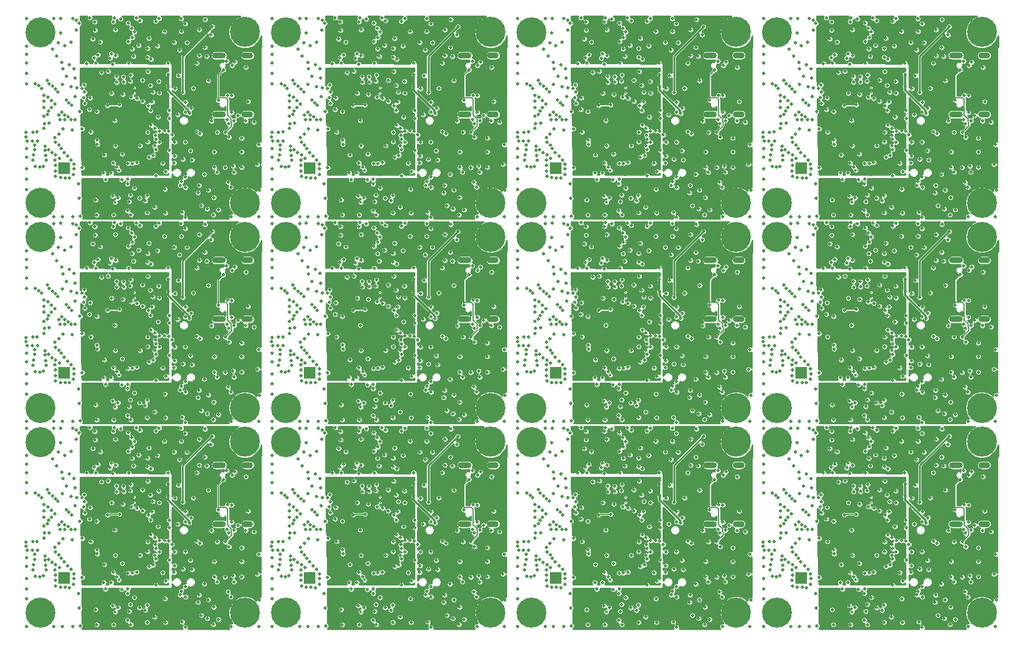
<source format=gbr>
G04 #@! TF.GenerationSoftware,KiCad,Pcbnew,5.1.5-52549c5~84~ubuntu19.04.1*
G04 #@! TF.CreationDate,2020-02-24T15:22:39-06:00*
G04 #@! TF.ProjectId,LeashPCB,4c656173-6850-4434-922e-6b696361645f,rev?*
G04 #@! TF.SameCoordinates,Original*
G04 #@! TF.FileFunction,Copper,L3,Inr*
G04 #@! TF.FilePolarity,Positive*
%FSLAX46Y46*%
G04 Gerber Fmt 4.6, Leading zero omitted, Abs format (unit mm)*
G04 Created by KiCad (PCBNEW 5.1.5-52549c5~84~ubuntu19.04.1) date 2020-02-24 15:22:39*
%MOMM*%
%LPD*%
G04 APERTURE LIST*
%ADD10R,1.700000X1.700000*%
%ADD11C,0.700000*%
%ADD12C,4.400000*%
%ADD13O,1.700000X0.900000*%
%ADD14O,2.000000X0.900000*%
%ADD15C,0.200000*%
%ADD16C,0.500000*%
%ADD17C,0.450000*%
%ADD18C,0.150000*%
%ADD19C,0.250000*%
%ADD20C,0.200000*%
%ADD21C,0.300000*%
%ADD22C,0.254000*%
G04 APERTURE END LIST*
D10*
X208900000Y-103500000D03*
D11*
X272546726Y-137433274D03*
X271380000Y-136950000D03*
X270213274Y-137433274D03*
X269730000Y-138600000D03*
X270213274Y-139766726D03*
X271380000Y-140250000D03*
X272546726Y-139766726D03*
X273030000Y-138600000D03*
D12*
X271380000Y-138600000D03*
D11*
X272546726Y-112393274D03*
X271380000Y-111910000D03*
X270213274Y-112393274D03*
X269730000Y-113560000D03*
X270213274Y-114726726D03*
X271380000Y-115210000D03*
X272546726Y-114726726D03*
X273030000Y-113560000D03*
D12*
X271380000Y-113560000D03*
X241380000Y-108600000D03*
D11*
X243030000Y-108600000D03*
X242546726Y-109766726D03*
X241380000Y-110250000D03*
X240213274Y-109766726D03*
X239730000Y-108600000D03*
X240213274Y-107433274D03*
X241380000Y-106950000D03*
X242546726Y-107433274D03*
X242546726Y-77433274D03*
X241380000Y-76950000D03*
X240213274Y-77433274D03*
X239730000Y-78600000D03*
X240213274Y-79766726D03*
X241380000Y-80250000D03*
X242546726Y-79766726D03*
X243030000Y-78600000D03*
D12*
X241380000Y-78600000D03*
D13*
X235740000Y-116980000D03*
X235740000Y-125620000D03*
D14*
X231570000Y-116980000D03*
X231570000Y-125620000D03*
D10*
X208900000Y-133500000D03*
D15*
X255160000Y-62490000D03*
X255160000Y-61690000D03*
D11*
X242546726Y-112433274D03*
X241380000Y-111950000D03*
X240213274Y-112433274D03*
X239730000Y-113600000D03*
X240213274Y-114766726D03*
X241380000Y-115250000D03*
X242546726Y-114766726D03*
X243030000Y-113600000D03*
D12*
X241380000Y-113600000D03*
D11*
X272546726Y-77433274D03*
X271380000Y-76950000D03*
X270213274Y-77433274D03*
X269730000Y-78600000D03*
X270213274Y-79766726D03*
X271380000Y-80250000D03*
X272546726Y-79766726D03*
X273030000Y-78600000D03*
D12*
X271380000Y-78600000D03*
D10*
X244900000Y-133500000D03*
D15*
X255160000Y-91690000D03*
X255160000Y-92490000D03*
D14*
X267570000Y-125620000D03*
X267570000Y-116980000D03*
D13*
X271740000Y-125620000D03*
X271740000Y-116980000D03*
D11*
X242546726Y-137433274D03*
X241380000Y-136950000D03*
X240213274Y-137433274D03*
X239730000Y-138600000D03*
X240213274Y-139766726D03*
X241380000Y-140250000D03*
X242546726Y-139766726D03*
X243030000Y-138600000D03*
D12*
X241380000Y-138600000D03*
X235380000Y-138600000D03*
D11*
X237030000Y-138600000D03*
X236546726Y-139766726D03*
X235380000Y-140250000D03*
X234213274Y-139766726D03*
X233730000Y-138600000D03*
X234213274Y-137433274D03*
X235380000Y-136950000D03*
X236546726Y-137433274D03*
D12*
X205380000Y-113600000D03*
D11*
X207030000Y-113600000D03*
X206546726Y-114766726D03*
X205380000Y-115250000D03*
X204213274Y-114766726D03*
X203730000Y-113600000D03*
X204213274Y-112433274D03*
X205380000Y-111950000D03*
X206546726Y-112433274D03*
D12*
X271380000Y-83560000D03*
D11*
X273030000Y-83560000D03*
X272546726Y-84726726D03*
X271380000Y-85210000D03*
X270213274Y-84726726D03*
X269730000Y-83560000D03*
X270213274Y-82393274D03*
X271380000Y-81910000D03*
X272546726Y-82393274D03*
D12*
X241380000Y-83600000D03*
D11*
X243030000Y-83600000D03*
X242546726Y-84766726D03*
X241380000Y-85250000D03*
X240213274Y-84766726D03*
X239730000Y-83600000D03*
X240213274Y-82433274D03*
X241380000Y-81950000D03*
X242546726Y-82433274D03*
X242546726Y-52433274D03*
X241380000Y-51950000D03*
X240213274Y-52433274D03*
X239730000Y-53600000D03*
X240213274Y-54766726D03*
X241380000Y-55250000D03*
X242546726Y-54766726D03*
X243030000Y-53600000D03*
D12*
X241380000Y-53600000D03*
D15*
X255160000Y-122490000D03*
X255160000Y-121690000D03*
D12*
X271380000Y-108600000D03*
D11*
X273030000Y-108600000D03*
X272546726Y-109766726D03*
X271380000Y-110250000D03*
X270213274Y-109766726D03*
X269730000Y-108600000D03*
X270213274Y-107433274D03*
X271380000Y-106950000D03*
X272546726Y-107433274D03*
X272546726Y-52393274D03*
X271380000Y-51910000D03*
X270213274Y-52393274D03*
X269730000Y-53560000D03*
X270213274Y-54726726D03*
X271380000Y-55210000D03*
X272546726Y-54726726D03*
X273030000Y-53560000D03*
D12*
X271380000Y-53560000D03*
D15*
X219160000Y-121690000D03*
X219160000Y-122490000D03*
X219160000Y-92490000D03*
X219160000Y-91690000D03*
D12*
X235380000Y-113560000D03*
D11*
X237030000Y-113560000D03*
X236546726Y-114726726D03*
X235380000Y-115210000D03*
X234213274Y-114726726D03*
X233730000Y-113560000D03*
X234213274Y-112393274D03*
X235380000Y-111910000D03*
X236546726Y-112393274D03*
D10*
X244900000Y-103500000D03*
X244900000Y-73500000D03*
D14*
X267570000Y-65620000D03*
X267570000Y-56980000D03*
D13*
X271740000Y-65620000D03*
X271740000Y-56980000D03*
X271740000Y-86980000D03*
X271740000Y-95620000D03*
D14*
X267570000Y-86980000D03*
X267570000Y-95620000D03*
D12*
X205380000Y-138600000D03*
D11*
X207030000Y-138600000D03*
X206546726Y-139766726D03*
X205380000Y-140250000D03*
X204213274Y-139766726D03*
X203730000Y-138600000D03*
X204213274Y-137433274D03*
X205380000Y-136950000D03*
X206546726Y-137433274D03*
X206546726Y-82433274D03*
X205380000Y-81950000D03*
X204213274Y-82433274D03*
X203730000Y-83600000D03*
X204213274Y-84766726D03*
X205380000Y-85250000D03*
X206546726Y-84766726D03*
X207030000Y-83600000D03*
D12*
X205380000Y-83600000D03*
D11*
X236546726Y-82393274D03*
X235380000Y-81910000D03*
X234213274Y-82393274D03*
X233730000Y-83560000D03*
X234213274Y-84726726D03*
X235380000Y-85210000D03*
X236546726Y-84726726D03*
X237030000Y-83560000D03*
D12*
X235380000Y-83560000D03*
D14*
X231570000Y-95620000D03*
X231570000Y-86980000D03*
D13*
X235740000Y-95620000D03*
X235740000Y-86980000D03*
D12*
X205380000Y-53600000D03*
D11*
X207030000Y-53600000D03*
X206546726Y-54766726D03*
X205380000Y-55250000D03*
X204213274Y-54766726D03*
X203730000Y-53600000D03*
X204213274Y-52433274D03*
X205380000Y-51950000D03*
X206546726Y-52433274D03*
D13*
X235740000Y-56980000D03*
X235740000Y-65620000D03*
D14*
X231570000Y-56980000D03*
X231570000Y-65620000D03*
D11*
X206546726Y-107433274D03*
X205380000Y-106950000D03*
X204213274Y-107433274D03*
X203730000Y-108600000D03*
X204213274Y-109766726D03*
X205380000Y-110250000D03*
X206546726Y-109766726D03*
X207030000Y-108600000D03*
D12*
X205380000Y-108600000D03*
D15*
X219160000Y-61690000D03*
X219160000Y-62490000D03*
D11*
X236546726Y-107433274D03*
X235380000Y-106950000D03*
X234213274Y-107433274D03*
X233730000Y-108600000D03*
X234213274Y-109766726D03*
X235380000Y-110250000D03*
X236546726Y-109766726D03*
X237030000Y-108600000D03*
D12*
X235380000Y-108600000D03*
X235380000Y-53560000D03*
D11*
X237030000Y-53560000D03*
X236546726Y-54726726D03*
X235380000Y-55210000D03*
X234213274Y-54726726D03*
X233730000Y-53560000D03*
X234213274Y-52393274D03*
X235380000Y-51910000D03*
X236546726Y-52393274D03*
D12*
X235380000Y-78600000D03*
D11*
X237030000Y-78600000D03*
X236546726Y-79766726D03*
X235380000Y-80250000D03*
X234213274Y-79766726D03*
X233730000Y-78600000D03*
X234213274Y-77433274D03*
X235380000Y-76950000D03*
X236546726Y-77433274D03*
D12*
X205380000Y-78600000D03*
D11*
X207030000Y-78600000D03*
X206546726Y-79766726D03*
X205380000Y-80250000D03*
X204213274Y-79766726D03*
X203730000Y-78600000D03*
X204213274Y-77433274D03*
X205380000Y-76950000D03*
X206546726Y-77433274D03*
D10*
X208900000Y-73500000D03*
X172900000Y-103500000D03*
D13*
X199740000Y-116980000D03*
X199740000Y-125620000D03*
D14*
X195570000Y-116980000D03*
X195570000Y-125620000D03*
D10*
X172900000Y-133500000D03*
D12*
X199380000Y-138600000D03*
D11*
X201030000Y-138600000D03*
X200546726Y-139766726D03*
X199380000Y-140250000D03*
X198213274Y-139766726D03*
X197730000Y-138600000D03*
X198213274Y-137433274D03*
X199380000Y-136950000D03*
X200546726Y-137433274D03*
D12*
X169380000Y-113600000D03*
D11*
X171030000Y-113600000D03*
X170546726Y-114766726D03*
X169380000Y-115250000D03*
X168213274Y-114766726D03*
X167730000Y-113600000D03*
X168213274Y-112433274D03*
X169380000Y-111950000D03*
X170546726Y-112433274D03*
D15*
X183160000Y-121690000D03*
X183160000Y-122490000D03*
X183160000Y-92490000D03*
X183160000Y-91690000D03*
D12*
X199380000Y-113560000D03*
D11*
X201030000Y-113560000D03*
X200546726Y-114726726D03*
X199380000Y-115210000D03*
X198213274Y-114726726D03*
X197730000Y-113560000D03*
X198213274Y-112393274D03*
X199380000Y-111910000D03*
X200546726Y-112393274D03*
D12*
X169380000Y-138600000D03*
D11*
X171030000Y-138600000D03*
X170546726Y-139766726D03*
X169380000Y-140250000D03*
X168213274Y-139766726D03*
X167730000Y-138600000D03*
X168213274Y-137433274D03*
X169380000Y-136950000D03*
X170546726Y-137433274D03*
X170546726Y-82433274D03*
X169380000Y-81950000D03*
X168213274Y-82433274D03*
X167730000Y-83600000D03*
X168213274Y-84766726D03*
X169380000Y-85250000D03*
X170546726Y-84766726D03*
X171030000Y-83600000D03*
D12*
X169380000Y-83600000D03*
D11*
X200546726Y-82393274D03*
X199380000Y-81910000D03*
X198213274Y-82393274D03*
X197730000Y-83560000D03*
X198213274Y-84726726D03*
X199380000Y-85210000D03*
X200546726Y-84726726D03*
X201030000Y-83560000D03*
D12*
X199380000Y-83560000D03*
D14*
X195570000Y-95620000D03*
X195570000Y-86980000D03*
D13*
X199740000Y-95620000D03*
X199740000Y-86980000D03*
D12*
X169380000Y-53600000D03*
D11*
X171030000Y-53600000D03*
X170546726Y-54766726D03*
X169380000Y-55250000D03*
X168213274Y-54766726D03*
X167730000Y-53600000D03*
X168213274Y-52433274D03*
X169380000Y-51950000D03*
X170546726Y-52433274D03*
D13*
X199740000Y-56980000D03*
X199740000Y-65620000D03*
D14*
X195570000Y-56980000D03*
X195570000Y-65620000D03*
D11*
X170546726Y-107433274D03*
X169380000Y-106950000D03*
X168213274Y-107433274D03*
X167730000Y-108600000D03*
X168213274Y-109766726D03*
X169380000Y-110250000D03*
X170546726Y-109766726D03*
X171030000Y-108600000D03*
D12*
X169380000Y-108600000D03*
D15*
X183160000Y-61690000D03*
X183160000Y-62490000D03*
D11*
X200546726Y-107433274D03*
X199380000Y-106950000D03*
X198213274Y-107433274D03*
X197730000Y-108600000D03*
X198213274Y-109766726D03*
X199380000Y-110250000D03*
X200546726Y-109766726D03*
X201030000Y-108600000D03*
D12*
X199380000Y-108600000D03*
X199380000Y-53560000D03*
D11*
X201030000Y-53560000D03*
X200546726Y-54726726D03*
X199380000Y-55210000D03*
X198213274Y-54726726D03*
X197730000Y-53560000D03*
X198213274Y-52393274D03*
X199380000Y-51910000D03*
X200546726Y-52393274D03*
D12*
X199380000Y-78600000D03*
D11*
X201030000Y-78600000D03*
X200546726Y-79766726D03*
X199380000Y-80250000D03*
X198213274Y-79766726D03*
X197730000Y-78600000D03*
X198213274Y-77433274D03*
X199380000Y-76950000D03*
X200546726Y-77433274D03*
D12*
X169380000Y-78600000D03*
D11*
X171030000Y-78600000D03*
X170546726Y-79766726D03*
X169380000Y-80250000D03*
X168213274Y-79766726D03*
X167730000Y-78600000D03*
X168213274Y-77433274D03*
X169380000Y-76950000D03*
X170546726Y-77433274D03*
D10*
X172900000Y-73500000D03*
X136900000Y-133500000D03*
D15*
X147160000Y-122490000D03*
X147160000Y-121690000D03*
D11*
X134546726Y-112433274D03*
X133380000Y-111950000D03*
X132213274Y-112433274D03*
X131730000Y-113600000D03*
X132213274Y-114766726D03*
X133380000Y-115250000D03*
X134546726Y-114766726D03*
X135030000Y-113600000D03*
D12*
X133380000Y-113600000D03*
D11*
X164546726Y-112393274D03*
X163380000Y-111910000D03*
X162213274Y-112393274D03*
X161730000Y-113560000D03*
X162213274Y-114726726D03*
X163380000Y-115210000D03*
X164546726Y-114726726D03*
X165030000Y-113560000D03*
D12*
X163380000Y-113560000D03*
D14*
X159570000Y-125620000D03*
X159570000Y-116980000D03*
D13*
X163740000Y-125620000D03*
X163740000Y-116980000D03*
D11*
X134546726Y-137433274D03*
X133380000Y-136950000D03*
X132213274Y-137433274D03*
X131730000Y-138600000D03*
X132213274Y-139766726D03*
X133380000Y-140250000D03*
X134546726Y-139766726D03*
X135030000Y-138600000D03*
D12*
X133380000Y-138600000D03*
D11*
X164546726Y-137433274D03*
X163380000Y-136950000D03*
X162213274Y-137433274D03*
X161730000Y-138600000D03*
X162213274Y-139766726D03*
X163380000Y-140250000D03*
X164546726Y-139766726D03*
X165030000Y-138600000D03*
D12*
X163380000Y-138600000D03*
X133380000Y-83600000D03*
D11*
X135030000Y-83600000D03*
X134546726Y-84766726D03*
X133380000Y-85250000D03*
X132213274Y-84766726D03*
X131730000Y-83600000D03*
X132213274Y-82433274D03*
X133380000Y-81950000D03*
X134546726Y-82433274D03*
D13*
X163740000Y-86980000D03*
X163740000Y-95620000D03*
D14*
X159570000Y-86980000D03*
X159570000Y-95620000D03*
D15*
X147160000Y-91690000D03*
X147160000Y-92490000D03*
D12*
X163380000Y-83560000D03*
D11*
X165030000Y-83560000D03*
X164546726Y-84726726D03*
X163380000Y-85210000D03*
X162213274Y-84726726D03*
X161730000Y-83560000D03*
X162213274Y-82393274D03*
X163380000Y-81910000D03*
X164546726Y-82393274D03*
D12*
X163380000Y-108600000D03*
D11*
X165030000Y-108600000D03*
X164546726Y-109766726D03*
X163380000Y-110250000D03*
X162213274Y-109766726D03*
X161730000Y-108600000D03*
X162213274Y-107433274D03*
X163380000Y-106950000D03*
X164546726Y-107433274D03*
D12*
X133380000Y-108600000D03*
D11*
X135030000Y-108600000D03*
X134546726Y-109766726D03*
X133380000Y-110250000D03*
X132213274Y-109766726D03*
X131730000Y-108600000D03*
X132213274Y-107433274D03*
X133380000Y-106950000D03*
X134546726Y-107433274D03*
D10*
X136900000Y-103500000D03*
X136900000Y-73500000D03*
D15*
X147160000Y-62490000D03*
X147160000Y-61690000D03*
D14*
X159570000Y-65620000D03*
X159570000Y-56980000D03*
D13*
X163740000Y-65620000D03*
X163740000Y-56980000D03*
D11*
X134546726Y-52433274D03*
X133380000Y-51950000D03*
X132213274Y-52433274D03*
X131730000Y-53600000D03*
X132213274Y-54766726D03*
X133380000Y-55250000D03*
X134546726Y-54766726D03*
X135030000Y-53600000D03*
D12*
X133380000Y-53600000D03*
D11*
X134546726Y-77433274D03*
X133380000Y-76950000D03*
X132213274Y-77433274D03*
X131730000Y-78600000D03*
X132213274Y-79766726D03*
X133380000Y-80250000D03*
X134546726Y-79766726D03*
X135030000Y-78600000D03*
D12*
X133380000Y-78600000D03*
D11*
X164546726Y-77433274D03*
X163380000Y-76950000D03*
X162213274Y-77433274D03*
X161730000Y-78600000D03*
X162213274Y-79766726D03*
X163380000Y-80250000D03*
X164546726Y-79766726D03*
X165030000Y-78600000D03*
D12*
X163380000Y-78600000D03*
D11*
X164546726Y-52393274D03*
X163380000Y-51910000D03*
X162213274Y-52393274D03*
X161730000Y-53560000D03*
X162213274Y-54726726D03*
X163380000Y-55210000D03*
X164546726Y-54726726D03*
X165030000Y-53560000D03*
D12*
X163380000Y-53560000D03*
D16*
X131380000Y-73600000D03*
X140580000Y-64900000D03*
X139180000Y-65200000D03*
X137855000Y-66400000D03*
X138480000Y-66400000D03*
X140680000Y-63200000D03*
X141655000Y-65200000D03*
X140780000Y-68200000D03*
X139530000Y-67725000D03*
X133880000Y-62800000D03*
X133880000Y-63700000D03*
X133880000Y-64600000D03*
X132980000Y-69500000D03*
X132180000Y-69500000D03*
X131480000Y-69500000D03*
X134480000Y-63100000D03*
X134980000Y-63600000D03*
X135480000Y-64100000D03*
X134980000Y-64600000D03*
X134700000Y-66900000D03*
X133975000Y-66950000D03*
X136080000Y-65700000D03*
X136580000Y-65300000D03*
X136980000Y-65700000D03*
X137480000Y-66000000D03*
X136980000Y-66400000D03*
X136280000Y-66400000D03*
X133880000Y-67700000D03*
X132925000Y-68200000D03*
X132580000Y-70100000D03*
X132580000Y-70800000D03*
X137980000Y-64300000D03*
X137580000Y-63900000D03*
X137180000Y-63500000D03*
X135980000Y-62300000D03*
X135580000Y-61900000D03*
X135180000Y-61500000D03*
X134680000Y-61100000D03*
X133550000Y-61800000D03*
X133180000Y-61430000D03*
X132680000Y-61100000D03*
X134380000Y-60600000D03*
X155810000Y-61780000D03*
X147980000Y-70200000D03*
X144280000Y-66500000D03*
X134600000Y-65100000D03*
X134400000Y-65600000D03*
X133900000Y-65900000D03*
X138075000Y-67900000D03*
X132275000Y-68225000D03*
X131325000Y-68275000D03*
X131300000Y-68900000D03*
X140620000Y-51490000D03*
X142650000Y-74175000D03*
X139525000Y-73450000D03*
X143750000Y-74175000D03*
X149050000Y-80025000D03*
X151725000Y-80050000D03*
X151775000Y-73975000D03*
X156810000Y-68450000D03*
X165171090Y-72950000D03*
X158810000Y-77780000D03*
X158730000Y-80320000D03*
X163520000Y-58700000D03*
X149500000Y-61360000D03*
X146550000Y-60750000D03*
X149160000Y-59340000D03*
X149080000Y-57230000D03*
X138520000Y-62970000D03*
X139900000Y-64000000D03*
X137890000Y-61570000D03*
X138460000Y-60330000D03*
X136620000Y-61200000D03*
X137240000Y-60070000D03*
X138350000Y-58930000D03*
X136570000Y-58010000D03*
X136670000Y-58970000D03*
X135790000Y-57070000D03*
X149310000Y-54480000D03*
X146770000Y-52970000D03*
X146860000Y-54340000D03*
X146820000Y-56010000D03*
X149090000Y-55960000D03*
X141380000Y-53300000D03*
X144390000Y-53210000D03*
X141090000Y-54560000D03*
X147450000Y-51520000D03*
X144230000Y-51490000D03*
X152290000Y-70900000D03*
X153620000Y-59920000D03*
X160710000Y-57800000D03*
X131380000Y-55600000D03*
X131380000Y-56850000D03*
X131380000Y-58100000D03*
X131380000Y-59600000D03*
X131380000Y-61100000D03*
X131380000Y-70600000D03*
X131380000Y-71850000D03*
X131380000Y-75100000D03*
X131380000Y-76600000D03*
X131380000Y-80600000D03*
X135380000Y-80600000D03*
X136630000Y-80600000D03*
X138130000Y-80600000D03*
X131380000Y-51600000D03*
X135380000Y-51600000D03*
X138130000Y-51600000D03*
X136390000Y-51570000D03*
X141630000Y-80350000D03*
X144130000Y-80350000D03*
X146630000Y-80350000D03*
X161380000Y-80600000D03*
X165380000Y-80600000D03*
X165171090Y-72950000D03*
X162880000Y-73350000D03*
X162880000Y-69100000D03*
X158880000Y-71100000D03*
X158880000Y-73350000D03*
X162880000Y-71100000D03*
X161630000Y-73200000D03*
X161030000Y-68950000D03*
X160480000Y-73400000D03*
X144386808Y-70206808D03*
X140170000Y-58150000D03*
X141504024Y-58116727D03*
X141820000Y-56870000D03*
X138720000Y-61750000D03*
X139720000Y-63130000D03*
X146640000Y-59840000D03*
X149770000Y-63800000D03*
X150750000Y-60770000D03*
X136690000Y-67780000D03*
X136080000Y-68480000D03*
X135540000Y-69020000D03*
X135640000Y-69720000D03*
X136140000Y-70150000D03*
X136460000Y-70620000D03*
X136860000Y-71180000D03*
X137410000Y-71750000D03*
X137910000Y-72290000D03*
X138290000Y-72900000D03*
X138310000Y-73620000D03*
X138260000Y-74420000D03*
X137680000Y-74940000D03*
X137050000Y-74920000D03*
X136350000Y-74890000D03*
X135640000Y-74690000D03*
X135590000Y-73900000D03*
X135610000Y-73090000D03*
X135560000Y-72320000D03*
X136160000Y-72030000D03*
X135640000Y-71590000D03*
X135060000Y-71250000D03*
X134570000Y-70800000D03*
X134090000Y-70280000D03*
X134060000Y-70890000D03*
X134170000Y-71660000D03*
X134230000Y-72330000D03*
X133820000Y-73220000D03*
X133290000Y-73350000D03*
X132680000Y-73270000D03*
X132320000Y-72330000D03*
X132430000Y-71570000D03*
X135150000Y-56070000D03*
X136040000Y-55110000D03*
X137870000Y-55020000D03*
X137680000Y-58310000D03*
X136940000Y-55540000D03*
X136350000Y-53690000D03*
X150309145Y-52001431D03*
X154650000Y-63830000D03*
X158010000Y-60660000D03*
X157996640Y-76716640D03*
X154160000Y-79960000D03*
X163820000Y-63750000D03*
X163485000Y-66570000D03*
X165380000Y-70050000D03*
X153090000Y-69690000D03*
X151640000Y-76570000D03*
X146380000Y-78400000D03*
X139120000Y-77920000D03*
X139010000Y-75820000D03*
X143780000Y-56700000D03*
X156680000Y-57000000D03*
X156680000Y-53200000D03*
X157780000Y-57100000D03*
X156280000Y-58100000D03*
X149860180Y-62338923D03*
X145457258Y-62701050D03*
X143820000Y-62510000D03*
X143820000Y-92510000D03*
X131380000Y-103600000D03*
X140580000Y-94900000D03*
X139180000Y-95200000D03*
X137855000Y-96400000D03*
X138480000Y-96400000D03*
X140680000Y-93200000D03*
X141655000Y-95200000D03*
X140780000Y-98200000D03*
X139530000Y-97725000D03*
X133880000Y-92800000D03*
X133880000Y-93700000D03*
X133880000Y-94600000D03*
X132980000Y-99500000D03*
X132180000Y-99500000D03*
X131480000Y-99500000D03*
X134480000Y-93100000D03*
X134980000Y-93600000D03*
X135480000Y-94100000D03*
X134980000Y-94600000D03*
X134700000Y-96900000D03*
X133975000Y-96950000D03*
X136080000Y-95700000D03*
X136580000Y-95300000D03*
X136980000Y-95700000D03*
X137480000Y-96000000D03*
X136980000Y-96400000D03*
X136280000Y-96400000D03*
X133880000Y-97700000D03*
X132925000Y-98200000D03*
X132580000Y-100100000D03*
X132580000Y-100800000D03*
X137980000Y-94300000D03*
X137580000Y-93900000D03*
X137180000Y-93500000D03*
X135980000Y-92300000D03*
X135580000Y-91900000D03*
X135180000Y-91500000D03*
X134680000Y-91100000D03*
X133550000Y-91800000D03*
X133180000Y-91430000D03*
X132680000Y-91100000D03*
X134380000Y-90600000D03*
X155810000Y-91780000D03*
X147980000Y-100200000D03*
X144280000Y-96500000D03*
X134600000Y-95100000D03*
X134400000Y-95600000D03*
X133900000Y-95900000D03*
X138075000Y-97900000D03*
X132275000Y-98225000D03*
X131325000Y-98275000D03*
X131300000Y-98900000D03*
X140620000Y-81490000D03*
X142650000Y-104175000D03*
X139525000Y-103450000D03*
X143750000Y-104175000D03*
X149050000Y-110025000D03*
X151725000Y-110050000D03*
X151775000Y-103975000D03*
X156810000Y-98450000D03*
X165171090Y-102950000D03*
X158810000Y-107780000D03*
X158730000Y-110320000D03*
X163520000Y-88700000D03*
X149500000Y-91360000D03*
X146550000Y-90750000D03*
X149160000Y-89340000D03*
X149080000Y-87230000D03*
X138520000Y-92970000D03*
X139900000Y-94000000D03*
X137890000Y-91570000D03*
X138460000Y-90330000D03*
X136620000Y-91200000D03*
X137240000Y-90070000D03*
X138350000Y-88930000D03*
X136570000Y-88010000D03*
X136670000Y-88970000D03*
X135790000Y-87070000D03*
X149310000Y-84480000D03*
X146770000Y-82970000D03*
X146860000Y-84340000D03*
X146820000Y-86010000D03*
X149090000Y-85960000D03*
X141380000Y-83300000D03*
X144390000Y-83210000D03*
X141090000Y-84560000D03*
X147450000Y-81520000D03*
X144230000Y-81490000D03*
X152290000Y-100900000D03*
X153620000Y-89920000D03*
X160710000Y-87800000D03*
X131380000Y-85600000D03*
X131380000Y-86850000D03*
X131380000Y-88100000D03*
X131380000Y-89600000D03*
X131380000Y-91100000D03*
X131380000Y-100600000D03*
X131380000Y-101850000D03*
X131380000Y-105100000D03*
X131380000Y-106600000D03*
X131380000Y-110600000D03*
X135380000Y-110600000D03*
X136630000Y-110600000D03*
X138130000Y-110600000D03*
X131380000Y-81600000D03*
X135380000Y-81600000D03*
X138130000Y-81600000D03*
X136390000Y-81570000D03*
X141630000Y-110350000D03*
X144130000Y-110350000D03*
X146630000Y-110350000D03*
X161380000Y-110600000D03*
X165380000Y-110600000D03*
X165171090Y-102950000D03*
X162880000Y-103350000D03*
X162880000Y-99100000D03*
X158880000Y-101100000D03*
X158880000Y-103350000D03*
X162880000Y-101100000D03*
X161630000Y-103200000D03*
X161030000Y-98950000D03*
X160480000Y-103400000D03*
X144386808Y-100206808D03*
X140170000Y-88150000D03*
X141504024Y-88116727D03*
X141820000Y-86870000D03*
X138720000Y-91750000D03*
X139720000Y-93130000D03*
X146640000Y-89840000D03*
X149770000Y-93800000D03*
X150750000Y-90770000D03*
X136690000Y-97780000D03*
X136080000Y-98480000D03*
X135540000Y-99020000D03*
X135640000Y-99720000D03*
X136140000Y-100150000D03*
X136460000Y-100620000D03*
X136860000Y-101180000D03*
X137410000Y-101750000D03*
X137910000Y-102290000D03*
X138290000Y-102900000D03*
X138310000Y-103620000D03*
X138260000Y-104420000D03*
X137680000Y-104940000D03*
X137050000Y-104920000D03*
X136350000Y-104890000D03*
X135640000Y-104690000D03*
X135590000Y-103900000D03*
X135610000Y-103090000D03*
X135560000Y-102320000D03*
X136160000Y-102030000D03*
X135640000Y-101590000D03*
X135060000Y-101250000D03*
X134570000Y-100800000D03*
X134090000Y-100280000D03*
X134060000Y-100890000D03*
X134170000Y-101660000D03*
X134230000Y-102330000D03*
X133820000Y-103220000D03*
X133290000Y-103350000D03*
X132680000Y-103270000D03*
X132320000Y-102330000D03*
X132430000Y-101570000D03*
X135150000Y-86070000D03*
X136040000Y-85110000D03*
X137870000Y-85020000D03*
X137680000Y-88310000D03*
X136940000Y-85540000D03*
X136350000Y-83690000D03*
X150309145Y-82001431D03*
X154650000Y-93830000D03*
X158010000Y-90660000D03*
X157996640Y-106716640D03*
X154160000Y-109960000D03*
X163820000Y-93750000D03*
X163485000Y-96570000D03*
X165380000Y-100050000D03*
X153090000Y-99690000D03*
X151640000Y-106570000D03*
X146380000Y-108400000D03*
X139120000Y-107920000D03*
X139010000Y-105820000D03*
X143780000Y-86700000D03*
X156680000Y-87000000D03*
X156680000Y-83200000D03*
X157780000Y-87100000D03*
X156280000Y-88100000D03*
X149860180Y-92338923D03*
X145457258Y-92701050D03*
X139120000Y-137920000D03*
X139010000Y-135820000D03*
X143780000Y-116700000D03*
X156680000Y-117000000D03*
X156680000Y-113200000D03*
X132580000Y-130800000D03*
X133880000Y-127700000D03*
X137480000Y-126000000D03*
X136630000Y-140600000D03*
X157996640Y-136716640D03*
X154160000Y-139960000D03*
X163820000Y-123750000D03*
X163520000Y-118700000D03*
X134980000Y-124600000D03*
X144280000Y-126500000D03*
X134400000Y-125600000D03*
X131380000Y-121100000D03*
X134380000Y-120600000D03*
X132980000Y-129500000D03*
X138130000Y-111600000D03*
X131380000Y-131850000D03*
X138075000Y-127900000D03*
X134480000Y-123100000D03*
X135790000Y-117070000D03*
X163485000Y-126570000D03*
X165380000Y-130050000D03*
X153090000Y-129690000D03*
X151640000Y-136570000D03*
X146380000Y-138400000D03*
X131480000Y-129500000D03*
X135380000Y-111600000D03*
X137180000Y-123500000D03*
X161380000Y-140600000D03*
X135580000Y-121900000D03*
X134680000Y-121100000D03*
X131380000Y-116850000D03*
X131380000Y-140600000D03*
X136980000Y-126400000D03*
X158010000Y-120660000D03*
X158880000Y-131100000D03*
X158880000Y-133350000D03*
X139180000Y-125200000D03*
X131300000Y-128900000D03*
X151725000Y-140050000D03*
X137890000Y-121570000D03*
X149160000Y-119340000D03*
X153620000Y-119920000D03*
X141630000Y-140350000D03*
X131380000Y-130600000D03*
X142650000Y-134175000D03*
X160710000Y-117800000D03*
X151775000Y-133975000D03*
X137580000Y-123900000D03*
X143820000Y-122510000D03*
X139530000Y-127725000D03*
X165380000Y-140600000D03*
X165171090Y-132950000D03*
X131380000Y-118100000D03*
X149090000Y-115960000D03*
X144390000Y-113210000D03*
X136280000Y-126400000D03*
X133900000Y-125900000D03*
X133180000Y-121430000D03*
X132180000Y-129500000D03*
X155810000Y-121780000D03*
X132925000Y-128200000D03*
X147450000Y-111520000D03*
X138350000Y-118930000D03*
X157780000Y-117100000D03*
X156280000Y-118100000D03*
X149860180Y-122338923D03*
X141090000Y-114560000D03*
X136620000Y-121200000D03*
X145457258Y-122701050D03*
X138520000Y-122970000D03*
X139900000Y-124000000D03*
X137240000Y-120070000D03*
X146820000Y-116010000D03*
X136570000Y-118010000D03*
X162880000Y-131100000D03*
X161630000Y-133200000D03*
X161030000Y-128950000D03*
X160480000Y-133400000D03*
X144386808Y-130206808D03*
X140170000Y-118150000D03*
X133820000Y-133220000D03*
X133290000Y-133350000D03*
X132680000Y-133270000D03*
X132320000Y-132330000D03*
X132430000Y-131570000D03*
X146770000Y-112970000D03*
X134980000Y-123600000D03*
X141504024Y-118116727D03*
X141820000Y-116870000D03*
X138720000Y-121750000D03*
X139720000Y-123130000D03*
X149080000Y-117230000D03*
X146640000Y-119840000D03*
X149770000Y-123800000D03*
X150750000Y-120770000D03*
X136690000Y-127780000D03*
X136080000Y-128480000D03*
X135540000Y-129020000D03*
X135640000Y-129720000D03*
X136140000Y-130150000D03*
X136460000Y-130620000D03*
X136860000Y-131180000D03*
X134700000Y-126900000D03*
X146550000Y-120750000D03*
X144230000Y-111490000D03*
X149500000Y-121360000D03*
X137410000Y-131750000D03*
X137910000Y-132290000D03*
X138290000Y-132900000D03*
X138310000Y-133620000D03*
X138260000Y-134420000D03*
X137680000Y-134940000D03*
X137050000Y-134920000D03*
X136350000Y-134890000D03*
X135640000Y-134690000D03*
X135590000Y-133900000D03*
X135480000Y-124100000D03*
X135610000Y-133090000D03*
X135560000Y-132320000D03*
X136160000Y-132030000D03*
X135640000Y-131590000D03*
X135060000Y-131250000D03*
X136670000Y-118970000D03*
X141380000Y-113300000D03*
X138460000Y-120330000D03*
X152290000Y-130900000D03*
X149310000Y-114480000D03*
X146860000Y-114340000D03*
X140620000Y-111490000D03*
X158810000Y-137780000D03*
X139525000Y-133450000D03*
X140580000Y-124900000D03*
X158730000Y-140320000D03*
X141655000Y-125200000D03*
X132580000Y-130100000D03*
X146630000Y-140350000D03*
X131325000Y-128275000D03*
X133975000Y-126950000D03*
X133880000Y-124600000D03*
X134600000Y-125100000D03*
X138480000Y-126400000D03*
X140680000Y-123200000D03*
X134570000Y-130800000D03*
X134090000Y-130280000D03*
X134060000Y-130890000D03*
X134170000Y-131660000D03*
X134230000Y-132330000D03*
X156810000Y-128450000D03*
X165171090Y-132950000D03*
X135180000Y-121500000D03*
X136980000Y-125700000D03*
X136390000Y-111570000D03*
X133880000Y-123700000D03*
X137855000Y-126400000D03*
X131380000Y-133600000D03*
X131380000Y-135100000D03*
X147980000Y-130200000D03*
X136580000Y-125300000D03*
X135380000Y-140600000D03*
X136080000Y-125700000D03*
X137980000Y-124300000D03*
X135150000Y-116070000D03*
X136040000Y-115110000D03*
X137870000Y-115020000D03*
X137680000Y-118310000D03*
X136940000Y-115540000D03*
X131380000Y-111600000D03*
X131380000Y-136600000D03*
X138130000Y-140600000D03*
X132275000Y-128225000D03*
X131380000Y-119600000D03*
X143750000Y-134175000D03*
X149050000Y-140025000D03*
X132680000Y-121100000D03*
X131380000Y-115600000D03*
X136350000Y-113690000D03*
X150309145Y-112001431D03*
X154650000Y-123830000D03*
X140780000Y-128200000D03*
X135980000Y-122300000D03*
X133880000Y-122800000D03*
X162880000Y-133350000D03*
X162880000Y-129100000D03*
X144130000Y-140350000D03*
X133550000Y-121800000D03*
X175120000Y-107920000D03*
X175010000Y-105820000D03*
X179780000Y-86700000D03*
X192680000Y-87000000D03*
X192680000Y-83200000D03*
X168580000Y-100800000D03*
X171980000Y-122300000D03*
X169880000Y-97700000D03*
X173480000Y-96000000D03*
X172630000Y-110600000D03*
X193996640Y-106716640D03*
X190160000Y-109960000D03*
X199820000Y-93750000D03*
X199520000Y-88700000D03*
X170980000Y-94600000D03*
X170400000Y-125600000D03*
X180280000Y-96500000D03*
X170400000Y-95600000D03*
X179820000Y-62510000D03*
X167380000Y-73600000D03*
X176580000Y-64900000D03*
X175180000Y-65200000D03*
X173855000Y-66400000D03*
X174480000Y-66400000D03*
X176680000Y-63200000D03*
X177655000Y-65200000D03*
X176780000Y-68200000D03*
X175530000Y-67725000D03*
X169880000Y-62800000D03*
X169880000Y-63700000D03*
X169880000Y-64600000D03*
X168980000Y-69500000D03*
X168180000Y-69500000D03*
X167480000Y-69500000D03*
X170480000Y-63100000D03*
X170980000Y-63600000D03*
X171480000Y-64100000D03*
X170980000Y-64600000D03*
X170700000Y-66900000D03*
X169975000Y-66950000D03*
X172080000Y-65700000D03*
X172580000Y-65300000D03*
X172980000Y-65700000D03*
X173480000Y-66000000D03*
X172980000Y-66400000D03*
X172280000Y-66400000D03*
X169880000Y-67700000D03*
X168925000Y-68200000D03*
X168580000Y-70100000D03*
X168580000Y-70800000D03*
X173980000Y-64300000D03*
X173580000Y-63900000D03*
X173180000Y-63500000D03*
X171980000Y-62300000D03*
X171580000Y-61900000D03*
X171180000Y-61500000D03*
X170680000Y-61100000D03*
X169550000Y-61800000D03*
X169180000Y-61430000D03*
X168680000Y-61100000D03*
X170380000Y-60600000D03*
X191810000Y-61780000D03*
X183980000Y-70200000D03*
X180280000Y-66500000D03*
X170600000Y-65100000D03*
X170400000Y-65600000D03*
X169900000Y-65900000D03*
X174075000Y-67900000D03*
X168275000Y-68225000D03*
X167325000Y-68275000D03*
X167300000Y-68900000D03*
X176620000Y-51490000D03*
X178650000Y-74175000D03*
X175525000Y-73450000D03*
X179750000Y-74175000D03*
X185050000Y-80025000D03*
X187725000Y-80050000D03*
X187775000Y-73975000D03*
X192810000Y-68450000D03*
X201171090Y-72950000D03*
X194810000Y-77780000D03*
X194730000Y-80320000D03*
X199520000Y-58700000D03*
X185500000Y-61360000D03*
X182550000Y-60750000D03*
X185160000Y-59340000D03*
X185080000Y-57230000D03*
X174520000Y-62970000D03*
X175900000Y-64000000D03*
X173890000Y-61570000D03*
X174460000Y-60330000D03*
X172620000Y-61200000D03*
X173240000Y-60070000D03*
X174350000Y-58930000D03*
X172570000Y-58010000D03*
X172670000Y-58970000D03*
X171790000Y-57070000D03*
X185310000Y-54480000D03*
X182770000Y-52970000D03*
X182860000Y-54340000D03*
X182820000Y-56010000D03*
X185090000Y-55960000D03*
X177380000Y-53300000D03*
X180390000Y-53210000D03*
X177090000Y-54560000D03*
X183450000Y-51520000D03*
X180230000Y-51490000D03*
X188290000Y-70900000D03*
X189620000Y-59920000D03*
X196710000Y-57800000D03*
X167380000Y-55600000D03*
X167380000Y-56850000D03*
X167380000Y-58100000D03*
X167380000Y-59600000D03*
X167380000Y-61100000D03*
X167380000Y-70600000D03*
X167380000Y-71850000D03*
X167380000Y-75100000D03*
X167380000Y-76600000D03*
X167380000Y-80600000D03*
X171380000Y-80600000D03*
X172630000Y-80600000D03*
X174130000Y-80600000D03*
X167380000Y-51600000D03*
X171380000Y-51600000D03*
X174130000Y-51600000D03*
X172390000Y-51570000D03*
X177630000Y-80350000D03*
X180130000Y-80350000D03*
X182630000Y-80350000D03*
X197380000Y-80600000D03*
X201380000Y-80600000D03*
X201171090Y-72950000D03*
X198880000Y-73350000D03*
X198880000Y-69100000D03*
X194880000Y-71100000D03*
X194880000Y-73350000D03*
X198880000Y-71100000D03*
X197630000Y-73200000D03*
X197030000Y-68950000D03*
X196480000Y-73400000D03*
X180386808Y-70206808D03*
X176170000Y-58150000D03*
X177504024Y-58116727D03*
X177820000Y-56870000D03*
X174720000Y-61750000D03*
X175720000Y-63130000D03*
X182640000Y-59840000D03*
X185770000Y-63800000D03*
X186750000Y-60770000D03*
X172690000Y-67780000D03*
X172080000Y-68480000D03*
X171540000Y-69020000D03*
X171640000Y-69720000D03*
X172140000Y-70150000D03*
X172460000Y-70620000D03*
X172860000Y-71180000D03*
X173410000Y-71750000D03*
X173910000Y-72290000D03*
X174290000Y-72900000D03*
X174310000Y-73620000D03*
X174260000Y-74420000D03*
X173680000Y-74940000D03*
X173050000Y-74920000D03*
X172350000Y-74890000D03*
X171640000Y-74690000D03*
X171590000Y-73900000D03*
X171610000Y-73090000D03*
X171560000Y-72320000D03*
X172160000Y-72030000D03*
X171640000Y-71590000D03*
X171060000Y-71250000D03*
X170570000Y-70800000D03*
X170090000Y-70280000D03*
X170060000Y-70890000D03*
X170170000Y-71660000D03*
X170230000Y-72330000D03*
X169820000Y-73220000D03*
X169290000Y-73350000D03*
X168680000Y-73270000D03*
X168320000Y-72330000D03*
X168430000Y-71570000D03*
X171150000Y-56070000D03*
X172040000Y-55110000D03*
X173870000Y-55020000D03*
X173680000Y-58310000D03*
X172940000Y-55540000D03*
X172350000Y-53690000D03*
X186309145Y-52001431D03*
X190650000Y-63830000D03*
X194010000Y-60660000D03*
X193996640Y-76716640D03*
X190160000Y-79960000D03*
X199820000Y-63750000D03*
X199485000Y-66570000D03*
X201380000Y-70050000D03*
X189090000Y-69690000D03*
X187640000Y-76570000D03*
X182380000Y-78400000D03*
X175120000Y-77920000D03*
X175010000Y-75820000D03*
X179780000Y-56700000D03*
X192680000Y-57000000D03*
X192680000Y-53200000D03*
X193780000Y-57100000D03*
X192280000Y-58100000D03*
X185860180Y-62338923D03*
X181457258Y-62701050D03*
X167380000Y-91100000D03*
X170380000Y-90600000D03*
X168980000Y-99500000D03*
X174130000Y-81600000D03*
X167380000Y-101850000D03*
X174075000Y-97900000D03*
X170480000Y-93100000D03*
X168580000Y-130800000D03*
X171790000Y-87070000D03*
X199485000Y-96570000D03*
X201380000Y-100050000D03*
X189090000Y-99690000D03*
X187640000Y-106570000D03*
X182380000Y-108400000D03*
X167480000Y-99500000D03*
X179780000Y-116700000D03*
X171380000Y-81600000D03*
X173180000Y-93500000D03*
X197380000Y-110600000D03*
X175120000Y-137920000D03*
X171580000Y-91900000D03*
X170680000Y-91100000D03*
X167380000Y-86850000D03*
X167380000Y-110600000D03*
X172980000Y-96400000D03*
X194010000Y-90660000D03*
X194880000Y-101100000D03*
X194880000Y-103350000D03*
X175180000Y-95200000D03*
X167300000Y-98900000D03*
X180280000Y-126500000D03*
X187725000Y-110050000D03*
X173890000Y-91570000D03*
X185160000Y-89340000D03*
X189620000Y-89920000D03*
X177630000Y-110350000D03*
X167380000Y-100600000D03*
X192680000Y-117000000D03*
X178650000Y-104175000D03*
X196710000Y-87800000D03*
X187775000Y-103975000D03*
X173580000Y-93900000D03*
X179820000Y-92510000D03*
X175530000Y-97725000D03*
X201380000Y-110600000D03*
X201171090Y-102950000D03*
X167380000Y-88100000D03*
X185090000Y-85960000D03*
X173855000Y-126400000D03*
X180390000Y-83210000D03*
X169900000Y-125900000D03*
X167380000Y-130600000D03*
X178650000Y-134175000D03*
X167300000Y-128900000D03*
X174480000Y-126400000D03*
X170570000Y-130800000D03*
X170090000Y-130280000D03*
X170060000Y-130890000D03*
X170170000Y-131660000D03*
X170230000Y-132330000D03*
X192810000Y-128450000D03*
X172980000Y-125700000D03*
X172390000Y-111570000D03*
X171180000Y-121500000D03*
X169880000Y-124600000D03*
X185310000Y-114480000D03*
X182860000Y-114340000D03*
X174290000Y-132900000D03*
X174310000Y-133620000D03*
X174260000Y-134420000D03*
X182550000Y-120750000D03*
X176620000Y-111490000D03*
X194810000Y-137780000D03*
X188290000Y-130900000D03*
X194880000Y-131100000D03*
X194880000Y-133350000D03*
X172280000Y-96400000D03*
X169900000Y-95900000D03*
X169180000Y-91430000D03*
X168180000Y-99500000D03*
X168580000Y-130100000D03*
X180230000Y-111490000D03*
X171540000Y-129020000D03*
X171640000Y-129720000D03*
X172140000Y-130150000D03*
X172460000Y-130620000D03*
X172860000Y-131180000D03*
X170980000Y-123600000D03*
X175525000Y-133450000D03*
X170480000Y-123100000D03*
X170980000Y-124600000D03*
X171590000Y-133900000D03*
X171480000Y-124100000D03*
X182770000Y-112970000D03*
X180386808Y-130206808D03*
X169880000Y-123700000D03*
X167380000Y-131850000D03*
X172350000Y-113690000D03*
X186309145Y-112001431D03*
X190650000Y-123830000D03*
X167380000Y-115600000D03*
X176780000Y-128200000D03*
X180130000Y-140350000D03*
X168680000Y-121100000D03*
X176680000Y-123200000D03*
X167380000Y-135100000D03*
X183980000Y-130200000D03*
X172580000Y-125300000D03*
X191810000Y-91780000D03*
X170600000Y-125100000D03*
X168925000Y-98200000D03*
X176580000Y-124900000D03*
X185050000Y-140025000D03*
X171380000Y-140600000D03*
X172080000Y-125700000D03*
X173980000Y-124300000D03*
X171150000Y-116070000D03*
X172040000Y-115110000D03*
X173870000Y-115020000D03*
X173680000Y-118310000D03*
X172940000Y-115540000D03*
X182640000Y-119840000D03*
X185770000Y-123800000D03*
X186750000Y-120770000D03*
X172690000Y-127780000D03*
X174075000Y-127900000D03*
X182630000Y-140350000D03*
X171610000Y-133090000D03*
X171560000Y-132320000D03*
X172160000Y-132030000D03*
X171640000Y-131590000D03*
X171060000Y-131250000D03*
X167325000Y-128275000D03*
X194730000Y-140320000D03*
X174130000Y-111600000D03*
X182820000Y-116010000D03*
X167380000Y-111600000D03*
X167380000Y-136600000D03*
X185500000Y-121360000D03*
X177820000Y-116870000D03*
X174720000Y-121750000D03*
X175720000Y-123130000D03*
X185080000Y-117230000D03*
X175010000Y-135820000D03*
X183450000Y-81520000D03*
X167380000Y-116850000D03*
X167380000Y-140600000D03*
X172980000Y-126400000D03*
X172570000Y-118010000D03*
X185160000Y-119340000D03*
X189620000Y-119920000D03*
X173890000Y-121570000D03*
X187725000Y-140050000D03*
X169880000Y-122800000D03*
X174350000Y-88930000D03*
X193780000Y-87100000D03*
X192280000Y-88100000D03*
X185860180Y-92338923D03*
X172280000Y-126400000D03*
X177090000Y-84560000D03*
X172620000Y-91200000D03*
X181457258Y-92701050D03*
X174520000Y-92970000D03*
X175900000Y-94000000D03*
X173240000Y-90070000D03*
X193780000Y-117100000D03*
X192280000Y-118100000D03*
X185860180Y-122338923D03*
X173240000Y-120070000D03*
X182820000Y-86010000D03*
X169180000Y-121430000D03*
X168180000Y-129500000D03*
X172570000Y-88010000D03*
X187775000Y-133975000D03*
X173580000Y-123900000D03*
X172620000Y-121200000D03*
X181457258Y-122701050D03*
X198880000Y-101100000D03*
X197630000Y-103200000D03*
X197030000Y-98950000D03*
X196480000Y-103400000D03*
X180386808Y-100206808D03*
X176170000Y-88150000D03*
X169820000Y-103220000D03*
X169290000Y-103350000D03*
X168680000Y-103270000D03*
X168320000Y-102330000D03*
X168430000Y-101570000D03*
X191810000Y-121780000D03*
X168925000Y-128200000D03*
X175900000Y-124000000D03*
X182770000Y-82970000D03*
X170980000Y-93600000D03*
X177504024Y-88116727D03*
X177820000Y-86870000D03*
X174720000Y-91750000D03*
X175720000Y-93130000D03*
X185080000Y-87230000D03*
X182640000Y-89840000D03*
X185770000Y-93800000D03*
X186750000Y-90770000D03*
X172690000Y-97780000D03*
X172080000Y-98480000D03*
X171540000Y-99020000D03*
X171640000Y-99720000D03*
X172140000Y-100150000D03*
X172460000Y-100620000D03*
X172860000Y-101180000D03*
X192680000Y-113200000D03*
X174350000Y-118930000D03*
X170700000Y-96900000D03*
X182550000Y-90750000D03*
X180230000Y-81490000D03*
X185500000Y-91360000D03*
X173410000Y-101750000D03*
X173910000Y-102290000D03*
X174290000Y-102900000D03*
X174310000Y-103620000D03*
X174260000Y-104420000D03*
X173680000Y-104940000D03*
X173050000Y-104920000D03*
X172350000Y-104890000D03*
X171640000Y-104690000D03*
X171590000Y-103900000D03*
X171480000Y-94100000D03*
X171610000Y-103090000D03*
X171560000Y-102320000D03*
X172160000Y-102030000D03*
X171640000Y-101590000D03*
X171060000Y-101250000D03*
X173480000Y-126000000D03*
X173680000Y-134940000D03*
X173050000Y-134920000D03*
X172350000Y-134890000D03*
X171640000Y-134690000D03*
X172670000Y-88970000D03*
X177380000Y-83300000D03*
X174460000Y-90330000D03*
X188290000Y-100900000D03*
X185310000Y-84480000D03*
X198880000Y-133350000D03*
X198880000Y-129100000D03*
X169550000Y-121800000D03*
X182860000Y-84340000D03*
X199820000Y-123750000D03*
X176620000Y-81490000D03*
X194810000Y-107780000D03*
X175525000Y-103450000D03*
X172630000Y-140600000D03*
X189090000Y-129690000D03*
X187640000Y-136570000D03*
X176580000Y-94900000D03*
X193996640Y-136716640D03*
X179750000Y-134175000D03*
X174520000Y-122970000D03*
X175530000Y-127725000D03*
X201380000Y-140600000D03*
X201171090Y-132950000D03*
X167380000Y-118100000D03*
X185090000Y-115960000D03*
X180390000Y-113210000D03*
X194730000Y-110320000D03*
X176170000Y-118150000D03*
X169820000Y-133220000D03*
X172670000Y-118970000D03*
X177380000Y-113300000D03*
X174460000Y-120330000D03*
X177655000Y-95200000D03*
X171790000Y-117070000D03*
X197380000Y-140600000D03*
X171580000Y-121900000D03*
X170680000Y-121100000D03*
X171380000Y-111600000D03*
X173180000Y-123500000D03*
X201380000Y-130050000D03*
X168580000Y-100100000D03*
X182630000Y-110350000D03*
X167325000Y-98275000D03*
X177655000Y-125200000D03*
X179820000Y-122510000D03*
X170380000Y-120600000D03*
X168980000Y-129500000D03*
X167380000Y-121100000D03*
X169975000Y-96950000D03*
X169880000Y-94600000D03*
X170600000Y-95100000D03*
X173410000Y-131750000D03*
X173910000Y-132290000D03*
X190160000Y-139960000D03*
X174480000Y-96400000D03*
X176680000Y-93200000D03*
X169290000Y-133350000D03*
X168680000Y-133270000D03*
X168320000Y-132330000D03*
X168430000Y-131570000D03*
X201171090Y-132950000D03*
X174130000Y-140600000D03*
X168275000Y-128225000D03*
X177630000Y-140350000D03*
X198880000Y-131100000D03*
X197630000Y-133200000D03*
X197030000Y-128950000D03*
X196480000Y-133400000D03*
X199520000Y-118700000D03*
X170570000Y-100800000D03*
X170090000Y-100280000D03*
X170060000Y-100890000D03*
X170170000Y-101660000D03*
X170230000Y-102330000D03*
X199485000Y-126570000D03*
X169880000Y-127700000D03*
X192810000Y-98450000D03*
X196710000Y-117800000D03*
X201171090Y-102950000D03*
X171180000Y-91500000D03*
X172980000Y-95700000D03*
X172390000Y-81570000D03*
X167380000Y-119600000D03*
X167380000Y-133600000D03*
X182380000Y-138400000D03*
X167480000Y-129500000D03*
X175180000Y-125200000D03*
X177504024Y-118116727D03*
X169880000Y-93700000D03*
X169975000Y-126950000D03*
X170700000Y-126900000D03*
X183450000Y-111520000D03*
X173855000Y-96400000D03*
X167380000Y-103600000D03*
X167380000Y-105100000D03*
X183980000Y-100200000D03*
X172580000Y-95300000D03*
X171380000Y-110600000D03*
X172080000Y-95700000D03*
X173980000Y-94300000D03*
X171150000Y-86070000D03*
X172040000Y-85110000D03*
X173870000Y-85020000D03*
X173680000Y-88310000D03*
X172940000Y-85540000D03*
X167380000Y-81600000D03*
X167380000Y-106600000D03*
X174130000Y-110600000D03*
X168275000Y-98225000D03*
X167380000Y-89600000D03*
X172080000Y-128480000D03*
X177090000Y-114560000D03*
X179750000Y-104175000D03*
X185050000Y-110025000D03*
X168680000Y-91100000D03*
X167380000Y-85600000D03*
X172350000Y-83690000D03*
X186309145Y-82001431D03*
X190650000Y-93830000D03*
X176780000Y-98200000D03*
X171980000Y-92300000D03*
X169880000Y-92800000D03*
X198880000Y-103350000D03*
X198880000Y-99100000D03*
X180130000Y-110350000D03*
X194010000Y-120660000D03*
X169550000Y-91800000D03*
X211120000Y-107920000D03*
X211010000Y-105820000D03*
X215780000Y-86700000D03*
X228680000Y-87000000D03*
X228680000Y-83200000D03*
X204580000Y-100800000D03*
X207980000Y-122300000D03*
X205880000Y-97700000D03*
X209480000Y-96000000D03*
X249504024Y-88116727D03*
X208630000Y-110600000D03*
X229996640Y-106716640D03*
X226160000Y-109960000D03*
X235820000Y-93750000D03*
X235520000Y-88700000D03*
X206980000Y-94600000D03*
X206400000Y-125600000D03*
X257050000Y-140025000D03*
X245680000Y-118310000D03*
X216280000Y-96500000D03*
X206400000Y-95600000D03*
X244350000Y-113690000D03*
X258309145Y-112001431D03*
X262650000Y-123830000D03*
X239380000Y-131850000D03*
X243480000Y-124100000D03*
X254770000Y-112970000D03*
X242980000Y-123600000D03*
X247525000Y-133450000D03*
X215820000Y-62510000D03*
X203380000Y-73600000D03*
X212580000Y-64900000D03*
X211180000Y-65200000D03*
X209855000Y-66400000D03*
X210480000Y-66400000D03*
X212680000Y-63200000D03*
X213655000Y-65200000D03*
X212780000Y-68200000D03*
X211530000Y-67725000D03*
X205880000Y-62800000D03*
X205880000Y-63700000D03*
X205880000Y-64600000D03*
X204980000Y-69500000D03*
X204180000Y-69500000D03*
X203480000Y-69500000D03*
X206480000Y-63100000D03*
X206980000Y-63600000D03*
X207480000Y-64100000D03*
X206980000Y-64600000D03*
X206700000Y-66900000D03*
X205975000Y-66950000D03*
X208080000Y-65700000D03*
X208580000Y-65300000D03*
X208980000Y-65700000D03*
X209480000Y-66000000D03*
X208980000Y-66400000D03*
X208280000Y-66400000D03*
X205880000Y-67700000D03*
X204925000Y-68200000D03*
X204580000Y-70100000D03*
X204580000Y-70800000D03*
X209980000Y-64300000D03*
X209580000Y-63900000D03*
X209180000Y-63500000D03*
X207980000Y-62300000D03*
X207580000Y-61900000D03*
X207180000Y-61500000D03*
X206680000Y-61100000D03*
X205550000Y-61800000D03*
X205180000Y-61430000D03*
X204680000Y-61100000D03*
X206380000Y-60600000D03*
X227810000Y-61780000D03*
X219980000Y-70200000D03*
X216280000Y-66500000D03*
X206600000Y-65100000D03*
X206400000Y-65600000D03*
X205900000Y-65900000D03*
X210075000Y-67900000D03*
X204275000Y-68225000D03*
X203325000Y-68275000D03*
X203300000Y-68900000D03*
X212620000Y-51490000D03*
X214650000Y-74175000D03*
X211525000Y-73450000D03*
X215750000Y-74175000D03*
X221050000Y-80025000D03*
X223725000Y-80050000D03*
X223775000Y-73975000D03*
X228810000Y-68450000D03*
X237171090Y-72950000D03*
X230810000Y-77780000D03*
X230730000Y-80320000D03*
X235520000Y-58700000D03*
X221500000Y-61360000D03*
X218550000Y-60750000D03*
X221160000Y-59340000D03*
X221080000Y-57230000D03*
X210520000Y-62970000D03*
X211900000Y-64000000D03*
X209890000Y-61570000D03*
X210460000Y-60330000D03*
X208620000Y-61200000D03*
X209240000Y-60070000D03*
X210350000Y-58930000D03*
X208570000Y-58010000D03*
X208670000Y-58970000D03*
X207790000Y-57070000D03*
X221310000Y-54480000D03*
X218770000Y-52970000D03*
X218860000Y-54340000D03*
X218820000Y-56010000D03*
X221090000Y-55960000D03*
X213380000Y-53300000D03*
X216390000Y-53210000D03*
X213090000Y-54560000D03*
X219450000Y-51520000D03*
X216230000Y-51490000D03*
X224290000Y-70900000D03*
X225620000Y-59920000D03*
X232710000Y-57800000D03*
X203380000Y-55600000D03*
X203380000Y-56850000D03*
X203380000Y-58100000D03*
X203380000Y-59600000D03*
X203380000Y-61100000D03*
X203380000Y-70600000D03*
X203380000Y-71850000D03*
X203380000Y-75100000D03*
X203380000Y-76600000D03*
X203380000Y-80600000D03*
X207380000Y-80600000D03*
X208630000Y-80600000D03*
X210130000Y-80600000D03*
X203380000Y-51600000D03*
X207380000Y-51600000D03*
X210130000Y-51600000D03*
X208390000Y-51570000D03*
X213630000Y-80350000D03*
X216130000Y-80350000D03*
X218630000Y-80350000D03*
X233380000Y-80600000D03*
X237380000Y-80600000D03*
X237171090Y-72950000D03*
X234880000Y-73350000D03*
X234880000Y-69100000D03*
X230880000Y-71100000D03*
X230880000Y-73350000D03*
X234880000Y-71100000D03*
X233630000Y-73200000D03*
X233030000Y-68950000D03*
X232480000Y-73400000D03*
X216386808Y-70206808D03*
X212170000Y-58150000D03*
X213504024Y-58116727D03*
X213820000Y-56870000D03*
X210720000Y-61750000D03*
X211720000Y-63130000D03*
X218640000Y-59840000D03*
X221770000Y-63800000D03*
X222750000Y-60770000D03*
X208690000Y-67780000D03*
X208080000Y-68480000D03*
X207540000Y-69020000D03*
X207640000Y-69720000D03*
X208140000Y-70150000D03*
X208460000Y-70620000D03*
X208860000Y-71180000D03*
X209410000Y-71750000D03*
X209910000Y-72290000D03*
X210290000Y-72900000D03*
X210310000Y-73620000D03*
X210260000Y-74420000D03*
X209680000Y-74940000D03*
X209050000Y-74920000D03*
X208350000Y-74890000D03*
X207640000Y-74690000D03*
X207590000Y-73900000D03*
X207610000Y-73090000D03*
X207560000Y-72320000D03*
X208160000Y-72030000D03*
X207640000Y-71590000D03*
X207060000Y-71250000D03*
X206570000Y-70800000D03*
X206090000Y-70280000D03*
X206060000Y-70890000D03*
X206170000Y-71660000D03*
X206230000Y-72330000D03*
X205820000Y-73220000D03*
X205290000Y-73350000D03*
X204680000Y-73270000D03*
X204320000Y-72330000D03*
X204430000Y-71570000D03*
X207150000Y-56070000D03*
X208040000Y-55110000D03*
X209870000Y-55020000D03*
X209680000Y-58310000D03*
X208940000Y-55540000D03*
X208350000Y-53690000D03*
X222309145Y-52001431D03*
X226650000Y-63830000D03*
X230010000Y-60660000D03*
X229996640Y-76716640D03*
X226160000Y-79960000D03*
X235820000Y-63750000D03*
X235485000Y-66570000D03*
X237380000Y-70050000D03*
X225090000Y-69690000D03*
X223640000Y-76570000D03*
X218380000Y-78400000D03*
X211120000Y-77920000D03*
X211010000Y-75820000D03*
X215780000Y-56700000D03*
X228680000Y-57000000D03*
X228680000Y-53200000D03*
X229780000Y-57100000D03*
X228280000Y-58100000D03*
X221860180Y-62338923D03*
X217457258Y-62701050D03*
X203380000Y-91100000D03*
X252130000Y-140350000D03*
X239380000Y-115600000D03*
X248780000Y-128200000D03*
X206380000Y-90600000D03*
X204980000Y-99500000D03*
X210130000Y-81600000D03*
X203380000Y-101850000D03*
X210075000Y-97900000D03*
X206480000Y-93100000D03*
X204580000Y-130800000D03*
X207790000Y-87070000D03*
X235485000Y-96570000D03*
X237380000Y-100050000D03*
X225090000Y-99690000D03*
X223640000Y-106570000D03*
X218380000Y-108400000D03*
X203480000Y-99500000D03*
X215780000Y-116700000D03*
X207380000Y-81600000D03*
X209180000Y-93500000D03*
X233380000Y-110600000D03*
X211120000Y-137920000D03*
X207580000Y-91900000D03*
X206680000Y-91100000D03*
X244940000Y-85540000D03*
X203380000Y-86850000D03*
X203380000Y-110600000D03*
X208980000Y-96400000D03*
X230010000Y-90660000D03*
X230880000Y-101100000D03*
X230880000Y-103350000D03*
X211180000Y-95200000D03*
X203300000Y-98900000D03*
X242980000Y-93600000D03*
X216280000Y-126500000D03*
X223725000Y-110050000D03*
X209890000Y-91570000D03*
X221160000Y-89340000D03*
X225620000Y-89920000D03*
X213630000Y-110350000D03*
X203380000Y-100600000D03*
X228680000Y-117000000D03*
X214650000Y-104175000D03*
X245680000Y-88310000D03*
X239380000Y-135100000D03*
X255980000Y-130200000D03*
X244580000Y-125300000D03*
X232710000Y-87800000D03*
X223775000Y-103975000D03*
X209580000Y-93900000D03*
X215820000Y-92510000D03*
X211530000Y-97725000D03*
X237380000Y-110600000D03*
X237171090Y-102950000D03*
X203380000Y-88100000D03*
X221090000Y-85960000D03*
X244940000Y-115540000D03*
X209855000Y-126400000D03*
X242570000Y-100800000D03*
X242090000Y-100280000D03*
X242060000Y-100890000D03*
X242170000Y-101660000D03*
X242230000Y-102330000D03*
X271485000Y-126570000D03*
X216390000Y-83210000D03*
X239380000Y-88100000D03*
X257090000Y-85960000D03*
X243380000Y-140600000D03*
X244080000Y-125700000D03*
X245980000Y-124300000D03*
X243150000Y-116070000D03*
X244040000Y-115110000D03*
X252386808Y-130206808D03*
X241880000Y-123700000D03*
X244980000Y-66400000D03*
X254860000Y-84340000D03*
X271820000Y-123750000D03*
X248620000Y-81490000D03*
X266810000Y-107780000D03*
X247525000Y-103450000D03*
X244630000Y-140600000D03*
X205900000Y-125900000D03*
X244580000Y-65300000D03*
X247010000Y-105820000D03*
X203380000Y-130600000D03*
X214650000Y-134175000D03*
X203300000Y-128900000D03*
X210480000Y-126400000D03*
X206570000Y-130800000D03*
X206090000Y-130280000D03*
X206060000Y-130890000D03*
X206170000Y-131660000D03*
X206230000Y-132330000D03*
X228810000Y-128450000D03*
X208980000Y-125700000D03*
X208390000Y-111570000D03*
X207180000Y-121500000D03*
X205880000Y-124600000D03*
X243610000Y-133090000D03*
X243560000Y-132320000D03*
X244160000Y-132030000D03*
X243640000Y-131590000D03*
X243060000Y-131250000D03*
X239325000Y-128275000D03*
X221310000Y-114480000D03*
X218860000Y-114340000D03*
X210290000Y-132900000D03*
X210310000Y-133620000D03*
X210260000Y-134420000D03*
X218550000Y-120750000D03*
X212620000Y-111490000D03*
X230810000Y-137780000D03*
X224290000Y-130900000D03*
X230880000Y-131100000D03*
X230880000Y-133350000D03*
X239380000Y-133600000D03*
X254380000Y-138400000D03*
X246130000Y-81600000D03*
X239380000Y-101850000D03*
X246075000Y-97900000D03*
X242480000Y-93100000D03*
X240580000Y-130800000D03*
X243790000Y-87070000D03*
X264680000Y-113200000D03*
X239380000Y-116850000D03*
X239380000Y-140600000D03*
X244980000Y-126400000D03*
X244570000Y-118010000D03*
X270880000Y-101100000D03*
X269630000Y-103200000D03*
X269030000Y-98950000D03*
X268480000Y-103400000D03*
X208280000Y-96400000D03*
X240180000Y-69500000D03*
X242980000Y-64600000D03*
X205900000Y-95900000D03*
X205180000Y-91430000D03*
X204180000Y-99500000D03*
X266010000Y-90660000D03*
X266880000Y-101100000D03*
X266880000Y-103350000D03*
X204580000Y-130100000D03*
X243380000Y-110600000D03*
X244080000Y-95700000D03*
X245980000Y-94300000D03*
X245480000Y-66000000D03*
X266730000Y-110320000D03*
X216230000Y-111490000D03*
X252280000Y-96500000D03*
X207540000Y-129020000D03*
X207640000Y-129720000D03*
X208140000Y-130150000D03*
X208460000Y-130620000D03*
X208860000Y-131180000D03*
X206980000Y-123600000D03*
X211525000Y-133450000D03*
X206480000Y-123100000D03*
X206980000Y-124600000D03*
X207590000Y-133900000D03*
X207480000Y-124100000D03*
X257310000Y-114480000D03*
X254860000Y-114340000D03*
X246290000Y-132900000D03*
X246310000Y-133620000D03*
X246260000Y-134420000D03*
X254550000Y-120750000D03*
X218770000Y-112970000D03*
X216386808Y-130206808D03*
X205880000Y-123700000D03*
X203380000Y-131850000D03*
X208350000Y-113690000D03*
X222309145Y-112001431D03*
X226650000Y-123830000D03*
X203380000Y-115600000D03*
X212780000Y-128200000D03*
X216130000Y-140350000D03*
X204680000Y-121100000D03*
X212680000Y-123200000D03*
X203380000Y-135100000D03*
X219980000Y-130200000D03*
X208580000Y-125300000D03*
X227810000Y-91780000D03*
X206600000Y-125100000D03*
X241880000Y-92800000D03*
X204925000Y-98200000D03*
X212580000Y-124900000D03*
X240580000Y-70800000D03*
X245980000Y-64300000D03*
X221050000Y-140025000D03*
X207380000Y-140600000D03*
X208080000Y-125700000D03*
X209980000Y-124300000D03*
X207150000Y-116070000D03*
X208040000Y-115110000D03*
X209870000Y-115020000D03*
X209680000Y-118310000D03*
X208940000Y-115540000D03*
X240580000Y-100100000D03*
X254630000Y-110350000D03*
X218640000Y-119840000D03*
X221770000Y-123800000D03*
X222750000Y-120770000D03*
X208690000Y-127780000D03*
X210075000Y-127900000D03*
X218630000Y-140350000D03*
X207610000Y-133090000D03*
X207560000Y-132320000D03*
X208160000Y-132030000D03*
X207640000Y-131590000D03*
X207060000Y-131250000D03*
X203325000Y-128275000D03*
X249820000Y-86870000D03*
X230730000Y-140320000D03*
X210130000Y-111600000D03*
X218820000Y-116010000D03*
X203380000Y-111600000D03*
X203380000Y-136600000D03*
X221500000Y-121360000D03*
X213820000Y-116870000D03*
X210720000Y-121750000D03*
X211720000Y-123130000D03*
X221080000Y-117230000D03*
X242700000Y-126900000D03*
X268710000Y-117800000D03*
X273171090Y-102950000D03*
X211010000Y-135820000D03*
X219450000Y-81520000D03*
X263810000Y-121780000D03*
X240925000Y-128200000D03*
X244620000Y-121200000D03*
X253457258Y-122701050D03*
X242680000Y-91100000D03*
X239380000Y-86850000D03*
X239380000Y-85600000D03*
X249820000Y-116870000D03*
X246720000Y-121750000D03*
X247720000Y-123130000D03*
X257080000Y-117230000D03*
X247010000Y-135820000D03*
X255450000Y-81520000D03*
X252130000Y-110350000D03*
X203380000Y-116850000D03*
X203380000Y-140600000D03*
X208980000Y-126400000D03*
X248780000Y-68200000D03*
X208570000Y-118010000D03*
X271820000Y-93750000D03*
X265780000Y-87100000D03*
X264280000Y-88100000D03*
X257860180Y-92338923D03*
X241550000Y-121800000D03*
X252390000Y-83210000D03*
X245480000Y-126000000D03*
X245680000Y-134940000D03*
X245050000Y-134920000D03*
X243610000Y-73090000D03*
X243560000Y-72320000D03*
X244160000Y-72030000D03*
X243640000Y-71590000D03*
X243060000Y-71250000D03*
X242570000Y-70800000D03*
X242090000Y-70280000D03*
X242060000Y-70890000D03*
X242170000Y-71660000D03*
X242230000Y-72330000D03*
X241820000Y-73220000D03*
X241290000Y-73350000D03*
X240680000Y-73270000D03*
X240320000Y-72330000D03*
X240430000Y-71570000D03*
X243150000Y-56070000D03*
X244040000Y-55110000D03*
X260290000Y-70900000D03*
X261620000Y-59920000D03*
X268710000Y-57800000D03*
X239380000Y-55600000D03*
X239380000Y-56850000D03*
X254630000Y-80350000D03*
X269380000Y-80600000D03*
X273380000Y-80600000D03*
X273171090Y-72950000D03*
X270880000Y-73350000D03*
X270880000Y-69100000D03*
X266880000Y-71100000D03*
X266880000Y-73350000D03*
X270880000Y-71100000D03*
X269630000Y-73200000D03*
X269030000Y-68950000D03*
X268480000Y-73400000D03*
X252386808Y-70206808D03*
X221160000Y-119340000D03*
X225620000Y-119920000D03*
X209890000Y-121570000D03*
X223725000Y-140050000D03*
X205880000Y-122800000D03*
X242700000Y-66900000D03*
X266010000Y-120660000D03*
X241550000Y-91800000D03*
X257160000Y-119340000D03*
X261620000Y-119920000D03*
X245890000Y-121570000D03*
X210350000Y-88930000D03*
X247900000Y-94000000D03*
X229780000Y-87100000D03*
X228280000Y-88100000D03*
X221860180Y-92338923D03*
X208280000Y-126400000D03*
X213090000Y-84560000D03*
X244980000Y-65700000D03*
X208620000Y-91200000D03*
X217457258Y-92701050D03*
X210520000Y-92970000D03*
X211900000Y-94000000D03*
X209240000Y-90070000D03*
X229780000Y-117100000D03*
X228280000Y-118100000D03*
X221860180Y-122338923D03*
X209240000Y-120070000D03*
X218820000Y-86010000D03*
X205180000Y-121430000D03*
X204180000Y-129500000D03*
X208570000Y-88010000D03*
X223775000Y-133975000D03*
X209580000Y-123900000D03*
X208620000Y-121200000D03*
X217457258Y-122701050D03*
X245855000Y-66400000D03*
X247530000Y-67725000D03*
X249655000Y-65200000D03*
X234880000Y-101100000D03*
X233630000Y-103200000D03*
X233030000Y-98950000D03*
X232480000Y-103400000D03*
X240980000Y-69500000D03*
X243980000Y-122300000D03*
X216386808Y-100206808D03*
X212170000Y-88150000D03*
X205820000Y-103220000D03*
X205290000Y-103350000D03*
X204680000Y-103270000D03*
X204320000Y-102330000D03*
X204430000Y-101570000D03*
X242400000Y-125600000D03*
X227810000Y-121780000D03*
X204925000Y-128200000D03*
X211900000Y-124000000D03*
X218770000Y-82970000D03*
X206980000Y-93600000D03*
X213504024Y-88116727D03*
X251820000Y-62510000D03*
X243480000Y-64100000D03*
X213820000Y-86870000D03*
X210720000Y-91750000D03*
X211720000Y-93130000D03*
X221080000Y-87230000D03*
X218640000Y-89840000D03*
X221770000Y-93800000D03*
X222750000Y-90770000D03*
X208690000Y-97780000D03*
X208080000Y-98480000D03*
X207540000Y-99020000D03*
X207640000Y-99720000D03*
X208140000Y-100150000D03*
X208460000Y-100620000D03*
X208860000Y-101180000D03*
X228680000Y-113200000D03*
X210350000Y-118930000D03*
X206700000Y-96900000D03*
X218550000Y-90750000D03*
X216230000Y-81490000D03*
X241880000Y-94600000D03*
X221500000Y-91360000D03*
X209410000Y-101750000D03*
X209910000Y-102290000D03*
X210290000Y-102900000D03*
X210310000Y-103620000D03*
X210260000Y-104420000D03*
X244080000Y-65700000D03*
X209680000Y-104940000D03*
X209050000Y-104920000D03*
X208350000Y-104890000D03*
X207640000Y-104690000D03*
X207590000Y-103900000D03*
X207480000Y-94100000D03*
X207610000Y-103090000D03*
X207560000Y-102320000D03*
X208160000Y-102030000D03*
X207640000Y-101590000D03*
X207060000Y-101250000D03*
X248580000Y-64900000D03*
X244580000Y-95300000D03*
X249630000Y-140350000D03*
X262160000Y-139960000D03*
X246480000Y-96400000D03*
X248680000Y-93200000D03*
X241290000Y-133350000D03*
X240680000Y-133270000D03*
X240320000Y-132330000D03*
X240430000Y-131570000D03*
X254820000Y-116010000D03*
X239380000Y-111600000D03*
X239380000Y-136600000D03*
X209480000Y-126000000D03*
X241880000Y-62800000D03*
X209680000Y-134940000D03*
X209050000Y-134920000D03*
X208350000Y-134890000D03*
X207640000Y-134690000D03*
X243480000Y-94100000D03*
X249655000Y-125200000D03*
X242380000Y-120600000D03*
X251820000Y-122510000D03*
X239325000Y-98275000D03*
X243640000Y-104690000D03*
X243590000Y-103900000D03*
X242700000Y-96900000D03*
X246350000Y-118930000D03*
X257500000Y-91360000D03*
X254550000Y-90750000D03*
X252230000Y-81490000D03*
X245410000Y-101750000D03*
X245910000Y-102290000D03*
X246290000Y-102900000D03*
X246310000Y-103620000D03*
X246260000Y-104420000D03*
X243610000Y-103090000D03*
X243560000Y-102320000D03*
X244160000Y-102030000D03*
X243640000Y-101590000D03*
X243060000Y-101250000D03*
X208670000Y-88970000D03*
X245680000Y-104940000D03*
X245050000Y-104920000D03*
X244350000Y-104890000D03*
X213380000Y-83300000D03*
X210460000Y-90330000D03*
X224290000Y-100900000D03*
X244620000Y-91200000D03*
X253457258Y-92701050D03*
X254820000Y-86010000D03*
X245240000Y-120070000D03*
X265780000Y-117100000D03*
X264280000Y-118100000D03*
X257860180Y-122338923D03*
X241180000Y-121430000D03*
X240180000Y-129500000D03*
X241900000Y-125900000D03*
X242570000Y-130800000D03*
X242090000Y-130280000D03*
X242060000Y-130890000D03*
X242170000Y-131660000D03*
X242230000Y-132330000D03*
X239300000Y-128900000D03*
X221310000Y-84480000D03*
X239380000Y-130600000D03*
X250650000Y-134175000D03*
X249504024Y-118116727D03*
X234880000Y-133350000D03*
X234880000Y-129100000D03*
X205550000Y-121800000D03*
X273171090Y-132950000D03*
X246130000Y-140600000D03*
X240275000Y-128225000D03*
X218860000Y-84340000D03*
X235820000Y-123750000D03*
X244630000Y-110600000D03*
X244980000Y-125700000D03*
X244390000Y-111570000D03*
X264810000Y-128450000D03*
X239480000Y-69500000D03*
X244280000Y-66400000D03*
X247180000Y-65200000D03*
X239380000Y-89600000D03*
X239380000Y-91100000D03*
X247120000Y-107920000D03*
X251780000Y-86700000D03*
X264680000Y-87000000D03*
X264680000Y-83200000D03*
X250650000Y-104175000D03*
X247900000Y-124000000D03*
X212620000Y-81490000D03*
X252386808Y-100206808D03*
X248170000Y-88150000D03*
X241820000Y-103220000D03*
X241290000Y-103350000D03*
X244570000Y-88010000D03*
X259775000Y-133975000D03*
X245580000Y-123900000D03*
X242380000Y-90600000D03*
X240680000Y-103270000D03*
X240320000Y-102330000D03*
X240430000Y-101570000D03*
X240925000Y-68200000D03*
X249090000Y-84560000D03*
X248170000Y-58150000D03*
X249504024Y-58116727D03*
X249820000Y-56870000D03*
X246720000Y-61750000D03*
X247720000Y-63130000D03*
X254640000Y-59840000D03*
X257770000Y-63800000D03*
X258750000Y-60770000D03*
X230810000Y-107780000D03*
X251820000Y-92510000D03*
X211525000Y-103450000D03*
X268710000Y-87800000D03*
X259775000Y-103975000D03*
X254380000Y-108400000D03*
X245580000Y-93900000D03*
X247530000Y-97725000D03*
X273380000Y-110600000D03*
X273171090Y-102950000D03*
X208630000Y-140600000D03*
X240980000Y-99500000D03*
X245180000Y-93500000D03*
X239300000Y-98900000D03*
X252280000Y-126500000D03*
X225090000Y-129690000D03*
X223640000Y-136570000D03*
X252230000Y-111490000D03*
X254770000Y-82970000D03*
X212580000Y-94900000D03*
X229996640Y-136716640D03*
X239380000Y-103600000D03*
X239380000Y-105100000D03*
X255980000Y-100200000D03*
X215750000Y-134175000D03*
X242980000Y-94600000D03*
X210520000Y-122970000D03*
X239380000Y-58100000D03*
X239380000Y-59600000D03*
X239380000Y-61100000D03*
X239380000Y-70600000D03*
X239380000Y-71850000D03*
X239380000Y-75100000D03*
X239380000Y-76600000D03*
X239380000Y-80600000D03*
X243380000Y-80600000D03*
X244630000Y-80600000D03*
X246130000Y-80600000D03*
X239380000Y-51600000D03*
X243380000Y-51600000D03*
X246130000Y-51600000D03*
X244390000Y-51570000D03*
X249630000Y-80350000D03*
X252130000Y-80350000D03*
X211530000Y-127725000D03*
X237380000Y-140600000D03*
X237171090Y-132950000D03*
X262160000Y-109960000D03*
X244040000Y-85110000D03*
X203380000Y-118100000D03*
X221090000Y-115960000D03*
X216390000Y-113210000D03*
X230730000Y-110320000D03*
X244670000Y-118970000D03*
X249380000Y-113300000D03*
X246460000Y-120330000D03*
X243580000Y-121900000D03*
X261090000Y-99690000D03*
X273171090Y-132950000D03*
X239380000Y-118100000D03*
X257090000Y-115960000D03*
X252390000Y-113210000D03*
X243180000Y-61500000D03*
X242680000Y-61100000D03*
X241550000Y-61800000D03*
X241180000Y-61430000D03*
X240680000Y-61100000D03*
X242380000Y-60600000D03*
X263810000Y-61780000D03*
X255980000Y-70200000D03*
X252280000Y-66500000D03*
X242600000Y-65100000D03*
X242400000Y-65600000D03*
X241900000Y-65900000D03*
X246075000Y-67900000D03*
X240275000Y-68225000D03*
X239325000Y-68275000D03*
X239300000Y-68900000D03*
X248620000Y-51490000D03*
X212170000Y-118150000D03*
X205820000Y-133220000D03*
X241975000Y-66950000D03*
X245240000Y-90070000D03*
X208670000Y-118970000D03*
X213380000Y-113300000D03*
X210460000Y-120330000D03*
X241880000Y-67700000D03*
X243980000Y-92300000D03*
X213655000Y-95200000D03*
X246480000Y-66400000D03*
X246480000Y-126400000D03*
X207790000Y-117070000D03*
X233380000Y-140600000D03*
X207580000Y-121900000D03*
X206680000Y-121100000D03*
X241880000Y-97700000D03*
X207380000Y-111600000D03*
X209180000Y-123500000D03*
X237380000Y-130050000D03*
X204580000Y-100100000D03*
X245890000Y-91570000D03*
X257160000Y-89340000D03*
X261620000Y-89920000D03*
X249630000Y-110350000D03*
X241880000Y-93700000D03*
X218630000Y-110350000D03*
X203325000Y-98275000D03*
X213655000Y-125200000D03*
X241880000Y-124600000D03*
X215820000Y-122510000D03*
X206380000Y-120600000D03*
X239380000Y-73600000D03*
X264810000Y-98450000D03*
X204980000Y-129500000D03*
X203380000Y-121100000D03*
X205975000Y-96950000D03*
X241975000Y-126950000D03*
X205880000Y-94600000D03*
X248780000Y-98200000D03*
X206600000Y-95100000D03*
X251750000Y-104175000D03*
X257050000Y-110025000D03*
X209410000Y-131750000D03*
X209910000Y-132290000D03*
X240680000Y-91100000D03*
X269380000Y-110600000D03*
X226160000Y-139960000D03*
X210480000Y-96400000D03*
X212680000Y-93200000D03*
X251750000Y-134175000D03*
X205290000Y-133350000D03*
X204680000Y-133270000D03*
X204320000Y-132330000D03*
X204430000Y-131570000D03*
X237171090Y-132950000D03*
X210130000Y-140600000D03*
X204275000Y-128225000D03*
X213630000Y-140350000D03*
X251780000Y-116700000D03*
X243380000Y-81600000D03*
X240980000Y-129500000D03*
X239380000Y-121100000D03*
X241975000Y-96950000D03*
X234880000Y-131100000D03*
X233630000Y-133200000D03*
X233030000Y-128950000D03*
X232480000Y-133400000D03*
X235520000Y-118700000D03*
X248620000Y-111490000D03*
X266810000Y-137780000D03*
X247180000Y-125200000D03*
X206570000Y-100800000D03*
X206090000Y-100280000D03*
X206060000Y-100890000D03*
X206170000Y-101660000D03*
X206230000Y-102330000D03*
X235485000Y-126570000D03*
X260290000Y-130900000D03*
X239380000Y-81600000D03*
X239380000Y-106600000D03*
X244670000Y-58970000D03*
X243790000Y-57070000D03*
X257310000Y-54480000D03*
X254770000Y-52970000D03*
X254860000Y-54340000D03*
X254820000Y-56010000D03*
X257090000Y-55960000D03*
X249380000Y-53300000D03*
X252390000Y-53210000D03*
X249090000Y-54560000D03*
X255450000Y-51520000D03*
X252230000Y-51490000D03*
X271485000Y-96570000D03*
X205880000Y-127700000D03*
X242980000Y-63600000D03*
X228810000Y-98450000D03*
X246130000Y-110600000D03*
X240275000Y-98225000D03*
X232710000Y-117800000D03*
X241880000Y-64600000D03*
X237171090Y-102950000D03*
X242600000Y-95100000D03*
X245410000Y-131750000D03*
X245910000Y-132290000D03*
X244280000Y-126400000D03*
X248680000Y-63200000D03*
X240580000Y-100800000D03*
X207180000Y-91500000D03*
X239380000Y-110600000D03*
X244980000Y-96400000D03*
X241880000Y-63700000D03*
X208980000Y-95700000D03*
X208390000Y-81570000D03*
X203380000Y-119600000D03*
X270880000Y-103350000D03*
X270880000Y-99100000D03*
X203380000Y-133600000D03*
X271520000Y-88700000D03*
X261090000Y-129690000D03*
X259640000Y-136570000D03*
X218380000Y-138400000D03*
X203480000Y-129500000D03*
X246720000Y-91750000D03*
X247720000Y-93130000D03*
X257080000Y-87230000D03*
X254640000Y-89840000D03*
X211180000Y-125200000D03*
X213504024Y-118116727D03*
X246520000Y-92970000D03*
X205880000Y-93700000D03*
X205975000Y-126950000D03*
X247120000Y-137920000D03*
X245855000Y-96400000D03*
X206700000Y-126900000D03*
X265996640Y-76716640D03*
X262160000Y-79960000D03*
X271820000Y-63750000D03*
X271485000Y-66570000D03*
X273380000Y-70050000D03*
X261090000Y-69690000D03*
X259640000Y-76570000D03*
X254380000Y-78400000D03*
X247120000Y-77920000D03*
X247010000Y-75820000D03*
X251780000Y-56700000D03*
X246350000Y-88930000D03*
X219450000Y-111520000D03*
X243180000Y-121500000D03*
X243580000Y-91900000D03*
X209855000Y-96400000D03*
X203380000Y-103600000D03*
X254640000Y-119840000D03*
X257770000Y-123800000D03*
X258750000Y-120770000D03*
X244280000Y-96400000D03*
X241900000Y-95900000D03*
X247180000Y-95200000D03*
X203380000Y-105100000D03*
X219980000Y-100200000D03*
X208580000Y-95300000D03*
X207380000Y-110600000D03*
X208080000Y-95700000D03*
X209980000Y-94300000D03*
X207150000Y-86070000D03*
X208040000Y-85110000D03*
X209870000Y-85020000D03*
X209680000Y-88310000D03*
X208940000Y-85540000D03*
X240580000Y-70100000D03*
X203380000Y-81600000D03*
X203380000Y-106600000D03*
X245480000Y-96000000D03*
X210130000Y-110600000D03*
X245870000Y-85020000D03*
X204275000Y-98225000D03*
X203380000Y-89600000D03*
X244080000Y-128480000D03*
X266730000Y-140320000D03*
X246130000Y-111600000D03*
X244980000Y-95700000D03*
X244390000Y-81570000D03*
X239380000Y-119600000D03*
X243540000Y-129020000D03*
X243640000Y-129720000D03*
X244140000Y-130150000D03*
X244460000Y-130620000D03*
X244860000Y-131180000D03*
X271520000Y-58700000D03*
X257500000Y-61360000D03*
X254550000Y-60750000D03*
X257160000Y-59340000D03*
X257080000Y-57230000D03*
X246520000Y-62970000D03*
X247900000Y-64000000D03*
X245890000Y-61570000D03*
X246460000Y-60330000D03*
X244620000Y-61200000D03*
X245240000Y-60070000D03*
X246350000Y-58930000D03*
X244570000Y-58010000D03*
X246520000Y-122970000D03*
X247530000Y-127725000D03*
X273380000Y-140600000D03*
X259725000Y-140050000D03*
X241880000Y-122800000D03*
X208080000Y-128480000D03*
X249655000Y-95200000D03*
X213090000Y-114560000D03*
X254630000Y-140350000D03*
X243790000Y-117070000D03*
X269380000Y-140600000D03*
X242680000Y-121100000D03*
X243380000Y-111600000D03*
X245180000Y-123500000D03*
X243980000Y-62300000D03*
X243580000Y-61900000D03*
X215750000Y-104175000D03*
X245870000Y-55020000D03*
X245680000Y-58310000D03*
X244940000Y-55540000D03*
X244350000Y-53690000D03*
X258309145Y-52001431D03*
X262650000Y-63830000D03*
X266010000Y-60660000D03*
X245580000Y-63900000D03*
X245180000Y-63500000D03*
X250650000Y-74175000D03*
X247525000Y-73450000D03*
X251750000Y-74175000D03*
X257050000Y-80025000D03*
X259725000Y-80050000D03*
X259775000Y-73975000D03*
X264810000Y-68450000D03*
X273171090Y-72950000D03*
X266810000Y-77780000D03*
X266730000Y-80320000D03*
X259640000Y-106570000D03*
X244690000Y-67780000D03*
X244080000Y-68480000D03*
X243540000Y-69020000D03*
X243640000Y-69720000D03*
X244140000Y-70150000D03*
X244460000Y-70620000D03*
X244860000Y-71180000D03*
X245410000Y-71750000D03*
X245910000Y-72290000D03*
X246290000Y-72900000D03*
X246310000Y-73620000D03*
X246260000Y-74420000D03*
X245680000Y-74940000D03*
X245050000Y-74920000D03*
X244350000Y-74890000D03*
X243640000Y-74690000D03*
X243590000Y-73900000D03*
X221050000Y-110025000D03*
X264680000Y-57000000D03*
X264680000Y-53200000D03*
X265780000Y-57100000D03*
X264280000Y-58100000D03*
X257860180Y-62338923D03*
X253457258Y-62701050D03*
X239480000Y-99500000D03*
X204680000Y-91100000D03*
X203380000Y-85600000D03*
X208350000Y-83690000D03*
X222309145Y-82001431D03*
X226650000Y-93830000D03*
X212780000Y-98200000D03*
X243150000Y-86070000D03*
X257310000Y-84480000D03*
X270880000Y-133350000D03*
X270880000Y-129100000D03*
X255450000Y-111520000D03*
X248170000Y-118150000D03*
X241820000Y-133220000D03*
X248580000Y-94900000D03*
X265996640Y-136716640D03*
X244690000Y-127780000D03*
X239380000Y-100600000D03*
X264680000Y-117000000D03*
X259725000Y-110050000D03*
X273380000Y-100050000D03*
X240680000Y-121100000D03*
X244350000Y-83690000D03*
X258309145Y-82001431D03*
X262650000Y-93830000D03*
X207980000Y-92300000D03*
X243180000Y-91500000D03*
X249090000Y-114560000D03*
X257500000Y-121360000D03*
X205880000Y-92800000D03*
X244350000Y-134890000D03*
X243640000Y-134690000D03*
X244670000Y-88970000D03*
X249380000Y-83300000D03*
X246460000Y-90330000D03*
X260290000Y-100900000D03*
X263810000Y-91780000D03*
X241880000Y-127700000D03*
X257770000Y-93800000D03*
X258750000Y-90770000D03*
X244690000Y-97780000D03*
X244080000Y-98480000D03*
X243540000Y-99020000D03*
X243640000Y-99720000D03*
X244140000Y-100150000D03*
X244460000Y-100620000D03*
X244860000Y-101180000D03*
X239480000Y-129500000D03*
X245855000Y-126400000D03*
X245870000Y-115020000D03*
X266880000Y-131100000D03*
X266880000Y-133350000D03*
X234880000Y-103350000D03*
X234880000Y-99100000D03*
X242480000Y-63100000D03*
X216130000Y-110350000D03*
X242600000Y-125100000D03*
X240925000Y-98200000D03*
X248580000Y-124900000D03*
X246075000Y-127900000D03*
X265996640Y-106716640D03*
X242480000Y-123100000D03*
X242980000Y-124600000D03*
X243590000Y-133900000D03*
X248680000Y-123200000D03*
X230010000Y-120660000D03*
X242400000Y-95600000D03*
X273380000Y-130050000D03*
X205550000Y-91800000D03*
X241180000Y-91430000D03*
X240180000Y-99500000D03*
X240580000Y-130100000D03*
X270880000Y-131100000D03*
X269630000Y-133200000D03*
X269030000Y-128950000D03*
X268480000Y-133400000D03*
X271520000Y-118700000D03*
X144963390Y-64199744D03*
X143228923Y-64291077D03*
X144963390Y-94199744D03*
X143228923Y-94291077D03*
X144963390Y-124199744D03*
X143228923Y-124291077D03*
X180963390Y-64199744D03*
X179228923Y-64291077D03*
X180963390Y-94199744D03*
X180963390Y-124199744D03*
X179228923Y-94291077D03*
X179228923Y-124291077D03*
X216963390Y-64199744D03*
X215228923Y-64291077D03*
X216963390Y-94199744D03*
X252963390Y-94199744D03*
X251228923Y-94291077D03*
X216963390Y-124199744D03*
X215228923Y-94291077D03*
X252963390Y-64199744D03*
X215228923Y-124291077D03*
X251228923Y-124291077D03*
X251228923Y-64291077D03*
X252963390Y-124199744D03*
X149591429Y-67191714D03*
X149591429Y-97191714D03*
X149591429Y-127191714D03*
X185591429Y-67191714D03*
X185591429Y-97191714D03*
X185591429Y-127191714D03*
X221591429Y-67191714D03*
X221591429Y-97191714D03*
X221591429Y-127191714D03*
X257591429Y-127191714D03*
X257591429Y-97191714D03*
X257591429Y-67191714D03*
X152269018Y-65063810D03*
X152291018Y-66186141D03*
X152269018Y-95063810D03*
X152291018Y-96186141D03*
X152269018Y-125063810D03*
X152291018Y-126186141D03*
X188269018Y-65063810D03*
X188291018Y-66186141D03*
X188269018Y-125063810D03*
X188291018Y-126186141D03*
X188269018Y-95063810D03*
X188291018Y-96186141D03*
X224269018Y-65063810D03*
X224291018Y-66186141D03*
X260291018Y-96186141D03*
X224269018Y-125063810D03*
X224291018Y-126186141D03*
X224269018Y-95063810D03*
X224291018Y-96186141D03*
X260269018Y-95063810D03*
X260291018Y-126186141D03*
X260269018Y-65063810D03*
X260291018Y-66186141D03*
X260269018Y-125063810D03*
X155600000Y-72290000D03*
X154625081Y-74782843D03*
X155600000Y-102290000D03*
X154625081Y-104782843D03*
X155600000Y-132290000D03*
X154625081Y-134782843D03*
X191600000Y-72290000D03*
X190625081Y-74782843D03*
X191600000Y-132290000D03*
X190625081Y-134782843D03*
X191600000Y-102290000D03*
X190625081Y-104782843D03*
X227600000Y-72290000D03*
X226625081Y-74782843D03*
X262625081Y-134782843D03*
X263600000Y-102290000D03*
X227600000Y-132290000D03*
X226625081Y-134782843D03*
X227600000Y-102290000D03*
X226625081Y-104782843D03*
X263600000Y-72290000D03*
X262625081Y-74782843D03*
X262625081Y-104782843D03*
X263600000Y-132290000D03*
X152980000Y-72700000D03*
X153868912Y-76004378D03*
X152980000Y-102700000D03*
X153868912Y-106004378D03*
X152980000Y-132700000D03*
X153868912Y-136004378D03*
X188980000Y-72700000D03*
X189868912Y-76004378D03*
X188980000Y-132700000D03*
X188980000Y-102700000D03*
X189868912Y-106004378D03*
X189868912Y-136004378D03*
X224980000Y-72700000D03*
X225868912Y-76004378D03*
X224980000Y-132700000D03*
X224980000Y-102700000D03*
X225868912Y-106004378D03*
X261868912Y-106004378D03*
X261868912Y-136004378D03*
X225868912Y-136004378D03*
X260980000Y-132700000D03*
X260980000Y-72700000D03*
X261868912Y-76004378D03*
X260980000Y-102700000D03*
X157430000Y-74400000D03*
X156292741Y-68124484D03*
X157430000Y-104400000D03*
X156292741Y-98124484D03*
X157430000Y-134400000D03*
X156292741Y-128124484D03*
X193430000Y-74400000D03*
X192292741Y-68124484D03*
X193430000Y-134400000D03*
X193430000Y-104400000D03*
X192292741Y-98124484D03*
X192292741Y-128124484D03*
X229430000Y-74400000D03*
X228292741Y-68124484D03*
X229430000Y-134400000D03*
X265430000Y-134400000D03*
X229430000Y-104400000D03*
X228292741Y-98124484D03*
X264292741Y-128124484D03*
X265430000Y-104400000D03*
X264292741Y-98124484D03*
X228292741Y-128124484D03*
X265430000Y-74400000D03*
X264292741Y-68124484D03*
X154614348Y-69664470D03*
X154046711Y-75441575D03*
X154614348Y-99664470D03*
X154046711Y-105441575D03*
X154614348Y-129664470D03*
X154046711Y-135441575D03*
X190614348Y-69664470D03*
X190046711Y-75441575D03*
X190614348Y-129664470D03*
X190046711Y-135441575D03*
X190614348Y-99664470D03*
X190046711Y-105441575D03*
X226614348Y-69664470D03*
X226046711Y-75441575D03*
X226614348Y-129664470D03*
X226046711Y-135441575D03*
X226614348Y-99664470D03*
X226046711Y-105441575D03*
X262614348Y-99664470D03*
X262046711Y-105441575D03*
X262614348Y-69664470D03*
X262046711Y-75441575D03*
X262614348Y-129664470D03*
X262046711Y-135441575D03*
X161426200Y-62850000D03*
X160986827Y-66952751D03*
X161426200Y-92850000D03*
X160986827Y-96952751D03*
X161426200Y-122850000D03*
X160986827Y-126952751D03*
X197426200Y-62850000D03*
X196986827Y-66952751D03*
X196986827Y-126952751D03*
X197426200Y-92850000D03*
X197426200Y-122850000D03*
X196986827Y-96952751D03*
X233426200Y-62850000D03*
X232986827Y-66952751D03*
X232986827Y-126952751D03*
X269426200Y-92850000D03*
X233426200Y-92850000D03*
X269426200Y-62850000D03*
X268986827Y-96952751D03*
X268986827Y-126952751D03*
X233426200Y-122850000D03*
X269426200Y-122850000D03*
X232986827Y-96952751D03*
X268986827Y-66952751D03*
X160796291Y-62816824D03*
X160727347Y-66385249D03*
X160796291Y-92816824D03*
X160727347Y-96385249D03*
X160796291Y-122816824D03*
X160727347Y-126385249D03*
X196796291Y-62816824D03*
X196727347Y-66385249D03*
X196796291Y-122816824D03*
X196796291Y-92816824D03*
X196727347Y-96385249D03*
X196727347Y-126385249D03*
X232796291Y-62816824D03*
X232727347Y-66385249D03*
X232796291Y-122816824D03*
X268727347Y-126385249D03*
X268796291Y-62816824D03*
X268727347Y-66385249D03*
X232796291Y-92816824D03*
X232727347Y-96385249D03*
X268796291Y-92816824D03*
X268727347Y-96385249D03*
X268796291Y-122816824D03*
X232727347Y-126385249D03*
X150638207Y-65990886D03*
X157530000Y-51725000D03*
X146230000Y-72810000D03*
X157480000Y-55810000D03*
X153793279Y-56180000D03*
X146584528Y-77411639D03*
X157860000Y-79461098D03*
X154620000Y-80736088D03*
X156506711Y-77090008D03*
X153483059Y-65638912D03*
X156506711Y-107090008D03*
X150638207Y-95990886D03*
X157530000Y-81725000D03*
X146230000Y-102810000D03*
X157480000Y-85810000D03*
X153793279Y-86180000D03*
X146584528Y-107411639D03*
X157860000Y-109461098D03*
X154620000Y-110736088D03*
X153483059Y-95638912D03*
X156506711Y-137090008D03*
X150638207Y-125990886D03*
X157530000Y-111725000D03*
X146230000Y-132810000D03*
X157480000Y-115810000D03*
X153793279Y-116180000D03*
X146584528Y-137411639D03*
X157860000Y-139461098D03*
X154620000Y-140736088D03*
X153483059Y-125638912D03*
X192506711Y-77090008D03*
X186638207Y-65990886D03*
X193530000Y-51725000D03*
X182230000Y-72810000D03*
X193480000Y-55810000D03*
X189793279Y-56180000D03*
X182584528Y-77411639D03*
X193860000Y-79461098D03*
X190620000Y-80736088D03*
X189483059Y-65638912D03*
X192506711Y-107090008D03*
X189793279Y-116180000D03*
X182230000Y-132810000D03*
X193480000Y-115810000D03*
X182584528Y-137411639D03*
X193860000Y-139461098D03*
X190620000Y-140736088D03*
X192506711Y-137090008D03*
X186638207Y-95990886D03*
X193530000Y-81725000D03*
X182230000Y-102810000D03*
X193480000Y-85810000D03*
X189793279Y-86180000D03*
X182584528Y-107411639D03*
X193860000Y-109461098D03*
X190620000Y-110736088D03*
X189483059Y-95638912D03*
X186638207Y-125990886D03*
X193530000Y-111725000D03*
X189483059Y-125638912D03*
X254584528Y-77411639D03*
X265860000Y-79461098D03*
X262620000Y-80736088D03*
X254230000Y-132810000D03*
X228506711Y-77090008D03*
X222638207Y-65990886D03*
X229530000Y-51725000D03*
X218230000Y-72810000D03*
X229480000Y-55810000D03*
X225793279Y-56180000D03*
X218584528Y-77411639D03*
X229860000Y-79461098D03*
X226620000Y-80736088D03*
X225483059Y-65638912D03*
X228506711Y-107090008D03*
X225793279Y-116180000D03*
X258638207Y-125990886D03*
X265530000Y-111725000D03*
X218230000Y-132810000D03*
X229480000Y-115810000D03*
X258638207Y-65990886D03*
X218584528Y-137411639D03*
X229860000Y-139461098D03*
X226620000Y-140736088D03*
X261483059Y-95638912D03*
X228506711Y-137090008D03*
X222638207Y-95990886D03*
X229530000Y-81725000D03*
X218230000Y-102810000D03*
X229480000Y-85810000D03*
X225793279Y-86180000D03*
X218584528Y-107411639D03*
X229860000Y-109461098D03*
X226620000Y-110736088D03*
X225483059Y-95638912D03*
X261483059Y-125638912D03*
X264506711Y-107090008D03*
X264506711Y-137090008D03*
X258638207Y-95990886D03*
X265530000Y-81725000D03*
X254230000Y-102810000D03*
X265480000Y-85810000D03*
X261793279Y-86180000D03*
X254584528Y-107411639D03*
X265860000Y-109461098D03*
X262620000Y-110736088D03*
X261483059Y-65638912D03*
X222638207Y-125990886D03*
X229530000Y-111725000D03*
X225483059Y-125638912D03*
X261793279Y-116180000D03*
X264506711Y-77090008D03*
X265530000Y-51725000D03*
X254230000Y-72810000D03*
X265480000Y-55810000D03*
X261793279Y-56180000D03*
X254584528Y-137411639D03*
X265860000Y-139461098D03*
X262620000Y-140736088D03*
X265480000Y-115810000D03*
X150441640Y-66600098D03*
X147880000Y-71500000D03*
X147080000Y-74400014D03*
X139620000Y-74040000D03*
X143200000Y-73946711D03*
X149120000Y-60900000D03*
X149610000Y-57530000D03*
X140278000Y-60498000D03*
X144020000Y-58240000D03*
X141992038Y-59930921D03*
X145504589Y-63967535D03*
X146683778Y-59126517D03*
X150441640Y-96600098D03*
X147880000Y-101500000D03*
X147080000Y-104400014D03*
X139620000Y-104040000D03*
X143200000Y-103946711D03*
X149120000Y-90900000D03*
X149610000Y-87530000D03*
X140278000Y-90498000D03*
X144020000Y-88240000D03*
X141992038Y-89930921D03*
X145504589Y-93967535D03*
X146683778Y-89126517D03*
X150441640Y-126600098D03*
X147880000Y-131500000D03*
X147080000Y-134400014D03*
X139620000Y-134040000D03*
X143200000Y-133946711D03*
X149120000Y-120900000D03*
X149610000Y-117530000D03*
X140278000Y-120498000D03*
X144020000Y-118240000D03*
X141992038Y-119930921D03*
X145504589Y-123967535D03*
X146683778Y-119126517D03*
X186441640Y-66600098D03*
X183880000Y-71500000D03*
X183080000Y-74400014D03*
X175620000Y-74040000D03*
X179200000Y-73946711D03*
X185120000Y-60900000D03*
X185610000Y-57530000D03*
X176278000Y-60498000D03*
X180020000Y-58240000D03*
X177992038Y-59930921D03*
X181504589Y-63967535D03*
X182683778Y-59126517D03*
X183080000Y-134400014D03*
X175620000Y-134040000D03*
X185610000Y-117530000D03*
X176278000Y-120498000D03*
X180020000Y-118240000D03*
X186441640Y-96600098D03*
X183880000Y-101500000D03*
X183080000Y-104400014D03*
X175620000Y-104040000D03*
X179200000Y-103946711D03*
X185120000Y-90900000D03*
X185610000Y-87530000D03*
X176278000Y-90498000D03*
X180020000Y-88240000D03*
X177992038Y-89930921D03*
X181504589Y-93967535D03*
X182683778Y-89126517D03*
X186441640Y-126600098D03*
X177992038Y-119930921D03*
X181504589Y-123967535D03*
X182683778Y-119126517D03*
X179200000Y-133946711D03*
X185120000Y-120900000D03*
X183880000Y-131500000D03*
X255880000Y-101500000D03*
X252020000Y-118240000D03*
X222441640Y-66600098D03*
X219880000Y-71500000D03*
X219080000Y-74400014D03*
X211620000Y-74040000D03*
X215200000Y-73946711D03*
X221120000Y-60900000D03*
X221610000Y-57530000D03*
X212278000Y-60498000D03*
X216020000Y-58240000D03*
X213992038Y-59930921D03*
X217504589Y-63967535D03*
X218683778Y-59126517D03*
X219080000Y-134400014D03*
X211620000Y-134040000D03*
X221610000Y-117530000D03*
X212278000Y-120498000D03*
X216020000Y-118240000D03*
X249992038Y-89930921D03*
X258441640Y-96600098D03*
X222441640Y-96600098D03*
X219880000Y-101500000D03*
X219080000Y-104400014D03*
X211620000Y-104040000D03*
X215200000Y-103946711D03*
X221120000Y-90900000D03*
X221610000Y-87530000D03*
X212278000Y-90498000D03*
X216020000Y-88240000D03*
X213992038Y-89930921D03*
X217504589Y-93967535D03*
X218683778Y-89126517D03*
X255880000Y-131500000D03*
X255080000Y-134400014D03*
X247620000Y-134040000D03*
X251200000Y-133946711D03*
X257120000Y-120900000D03*
X251200000Y-73946711D03*
X257120000Y-60900000D03*
X257610000Y-57530000D03*
X248278000Y-60498000D03*
X258441640Y-66600098D03*
X255880000Y-71500000D03*
X255080000Y-74400014D03*
X247620000Y-74040000D03*
X253504589Y-63967535D03*
X254683778Y-59126517D03*
X222441640Y-126600098D03*
X213992038Y-119930921D03*
X248278000Y-120498000D03*
X217504589Y-123967535D03*
X218683778Y-119126517D03*
X255080000Y-104400014D03*
X247620000Y-104040000D03*
X251200000Y-103946711D03*
X257120000Y-90900000D03*
X252020000Y-58240000D03*
X249992038Y-59930921D03*
X215200000Y-133946711D03*
X221120000Y-120900000D03*
X249992038Y-119930921D03*
X219880000Y-131500000D03*
X258441640Y-126600098D03*
X253504589Y-93967535D03*
X254683778Y-89126517D03*
X257610000Y-87530000D03*
X248278000Y-90498000D03*
X252020000Y-88240000D03*
X253504589Y-123967535D03*
X254683778Y-119126517D03*
X257610000Y-117530000D03*
X140480000Y-77600000D03*
X154580000Y-68400000D03*
X153103334Y-67455486D03*
X165220000Y-76240000D03*
X157160000Y-57980000D03*
X157700000Y-58000000D03*
X158074922Y-58450769D03*
X152973939Y-75176061D03*
X156488900Y-51590000D03*
X153418866Y-51604097D03*
X159580000Y-76899988D03*
X157000000Y-65638914D03*
X140480000Y-107600000D03*
X154580000Y-98400000D03*
X153103334Y-97455486D03*
X165220000Y-106240000D03*
X157160000Y-87980000D03*
X157700000Y-88000000D03*
X158074922Y-88450769D03*
X152973939Y-105176061D03*
X156488900Y-81590000D03*
X153418866Y-81604097D03*
X159580000Y-106899988D03*
X157000000Y-95638914D03*
X140480000Y-137600000D03*
X154580000Y-128400000D03*
X153103334Y-127455486D03*
X165220000Y-136240000D03*
X157160000Y-117980000D03*
X157700000Y-118000000D03*
X158074922Y-118450769D03*
X152973939Y-135176061D03*
X156488900Y-111590000D03*
X153418866Y-111604097D03*
X159580000Y-136899988D03*
X157000000Y-125638914D03*
X176480000Y-77600000D03*
X190580000Y-68400000D03*
X189103334Y-67455486D03*
X201220000Y-76240000D03*
X193160000Y-57980000D03*
X193700000Y-58000000D03*
X194074922Y-58450769D03*
X188973939Y-75176061D03*
X192488900Y-51590000D03*
X189418866Y-51604097D03*
X195580000Y-76899988D03*
X193000000Y-65638914D03*
X193000000Y-125638914D03*
X192488900Y-111590000D03*
X201220000Y-136240000D03*
X193160000Y-117980000D03*
X193700000Y-118000000D03*
X194074922Y-118450769D03*
X176480000Y-107600000D03*
X190580000Y-98400000D03*
X189103334Y-97455486D03*
X201220000Y-106240000D03*
X193160000Y-87980000D03*
X193700000Y-88000000D03*
X194074922Y-88450769D03*
X188973939Y-105176061D03*
X192488900Y-81590000D03*
X189418866Y-81604097D03*
X195580000Y-106899988D03*
X193000000Y-95638914D03*
X195580000Y-136899988D03*
X176480000Y-137600000D03*
X190580000Y-128400000D03*
X189418866Y-111604097D03*
X189103334Y-127455486D03*
X188973939Y-135176061D03*
X273220000Y-136240000D03*
X265160000Y-117980000D03*
X265700000Y-118000000D03*
X266074922Y-118450769D03*
X212480000Y-77600000D03*
X226580000Y-68400000D03*
X225103334Y-67455486D03*
X237220000Y-76240000D03*
X229160000Y-57980000D03*
X229700000Y-58000000D03*
X230074922Y-58450769D03*
X224973939Y-75176061D03*
X228488900Y-51590000D03*
X225418866Y-51604097D03*
X231580000Y-76899988D03*
X229000000Y-65638914D03*
X260973939Y-105176061D03*
X229000000Y-125638914D03*
X266074922Y-88450769D03*
X266074922Y-58450769D03*
X260973939Y-75176061D03*
X264488900Y-51590000D03*
X261418866Y-51604097D03*
X228488900Y-111590000D03*
X237220000Y-136240000D03*
X229160000Y-117980000D03*
X229700000Y-118000000D03*
X230074922Y-118450769D03*
X265000000Y-125638914D03*
X212480000Y-107600000D03*
X226580000Y-98400000D03*
X225103334Y-97455486D03*
X237220000Y-106240000D03*
X229160000Y-87980000D03*
X229700000Y-88000000D03*
X230074922Y-88450769D03*
X224973939Y-105176061D03*
X228488900Y-81590000D03*
X225418866Y-81604097D03*
X231580000Y-106899988D03*
X229000000Y-95638914D03*
X265000000Y-95638914D03*
X261418866Y-81604097D03*
X267580000Y-106899988D03*
X267580000Y-76899988D03*
X265000000Y-65638914D03*
X273220000Y-76240000D03*
X265160000Y-57980000D03*
X265700000Y-58000000D03*
X248480000Y-77600000D03*
X262580000Y-68400000D03*
X261103334Y-67455486D03*
X231580000Y-136899988D03*
X264488900Y-111590000D03*
X212480000Y-137600000D03*
X226580000Y-128400000D03*
X267580000Y-136899988D03*
X248480000Y-107600000D03*
X262580000Y-98400000D03*
X225418866Y-111604097D03*
X261103334Y-127455486D03*
X225103334Y-127455486D03*
X273220000Y-106240000D03*
X265160000Y-87980000D03*
X265700000Y-88000000D03*
X261418866Y-111604097D03*
X248480000Y-137600000D03*
X262580000Y-128400000D03*
X264488900Y-81590000D03*
X224973939Y-135176061D03*
X260973939Y-135176061D03*
X261103334Y-97455486D03*
X146860000Y-72790000D03*
X159480000Y-79600000D03*
X148770000Y-78260000D03*
X146860000Y-102790000D03*
X159480000Y-109600000D03*
X148770000Y-108260000D03*
X146860000Y-132790000D03*
X159480000Y-139600000D03*
X148770000Y-138260000D03*
X182860000Y-72790000D03*
X195480000Y-79600000D03*
X184770000Y-78260000D03*
X182860000Y-132790000D03*
X195480000Y-139600000D03*
X184770000Y-138260000D03*
X182860000Y-102790000D03*
X195480000Y-109600000D03*
X184770000Y-108260000D03*
X256770000Y-138260000D03*
X218860000Y-72790000D03*
X231480000Y-79600000D03*
X220770000Y-78260000D03*
X218860000Y-132790000D03*
X231480000Y-139600000D03*
X220770000Y-138260000D03*
X254860000Y-132790000D03*
X218860000Y-102790000D03*
X231480000Y-109600000D03*
X220770000Y-108260000D03*
X254860000Y-102790000D03*
X267480000Y-109600000D03*
X256770000Y-108260000D03*
X254860000Y-72790000D03*
X267480000Y-79600000D03*
X256770000Y-78260000D03*
X267480000Y-139600000D03*
X158580000Y-52750000D03*
X154270000Y-62400000D03*
X158580000Y-82750000D03*
X154270000Y-92400000D03*
X158580000Y-112750000D03*
X154270000Y-122400000D03*
X194580000Y-52750000D03*
X190270000Y-62400000D03*
X190270000Y-122400000D03*
X194580000Y-82750000D03*
X190270000Y-92400000D03*
X194580000Y-112750000D03*
X230580000Y-52750000D03*
X226270000Y-62400000D03*
X226270000Y-122400000D03*
X230580000Y-82750000D03*
X226270000Y-92400000D03*
X262270000Y-92400000D03*
X266580000Y-82750000D03*
X262270000Y-62400000D03*
X266580000Y-52750000D03*
X262270000Y-122400000D03*
X266580000Y-112750000D03*
X230580000Y-112750000D03*
X151325000Y-72750000D03*
X147518907Y-72647708D03*
X151325000Y-102750000D03*
X147518907Y-102647708D03*
X151325000Y-132750000D03*
X147518907Y-132647708D03*
X187325000Y-72750000D03*
X183518907Y-72647708D03*
X187325000Y-132750000D03*
X183518907Y-132647708D03*
X187325000Y-102750000D03*
X183518907Y-102647708D03*
X223325000Y-72750000D03*
X219518907Y-72647708D03*
X223325000Y-132750000D03*
X219518907Y-132647708D03*
X223325000Y-102750000D03*
X219518907Y-102647708D03*
X259325000Y-102750000D03*
X255518907Y-102647708D03*
X259325000Y-72750000D03*
X255518907Y-72647708D03*
X259325000Y-132750000D03*
X255518907Y-132647708D03*
X149097336Y-69645535D03*
X150825000Y-69700000D03*
X149097336Y-99645535D03*
X150825000Y-99700000D03*
X149097336Y-129645535D03*
X150825000Y-129700000D03*
X185097336Y-69645535D03*
X186825000Y-69700000D03*
X185097336Y-129645535D03*
X185097336Y-99645535D03*
X186825000Y-99700000D03*
X186825000Y-129700000D03*
X221097336Y-69645535D03*
X222825000Y-69700000D03*
X221097336Y-129645535D03*
X257097336Y-69645535D03*
X258825000Y-69700000D03*
X257097336Y-129645535D03*
X258825000Y-129700000D03*
X221097336Y-99645535D03*
X222825000Y-99700000D03*
X222825000Y-129700000D03*
X257097336Y-99645535D03*
X258825000Y-99700000D03*
X144070000Y-52058360D03*
X141680553Y-69388542D03*
X139480010Y-61799878D03*
X139065660Y-52285746D03*
X144070000Y-82058360D03*
X141680553Y-99388542D03*
X139480010Y-91799878D03*
X139065660Y-82285746D03*
X139480010Y-121799878D03*
X144070000Y-112058360D03*
X141680553Y-129388542D03*
X139065660Y-112285746D03*
X180070000Y-52058360D03*
X177680553Y-69388542D03*
X175480010Y-61799878D03*
X175065660Y-52285746D03*
X175480010Y-121799878D03*
X175065660Y-112285746D03*
X180070000Y-112058360D03*
X177680553Y-129388542D03*
X175480010Y-91799878D03*
X180070000Y-82058360D03*
X177680553Y-99388542D03*
X175065660Y-82285746D03*
X216070000Y-52058360D03*
X213680553Y-69388542D03*
X211480010Y-61799878D03*
X211065660Y-52285746D03*
X211480010Y-121799878D03*
X211065660Y-112285746D03*
X216070000Y-112058360D03*
X213680553Y-129388542D03*
X252070000Y-112058360D03*
X247065660Y-112285746D03*
X247480010Y-91799878D03*
X247065660Y-52285746D03*
X252070000Y-82058360D03*
X249680553Y-99388542D03*
X252070000Y-52058360D03*
X249680553Y-69388542D03*
X247480010Y-61799878D03*
X211480010Y-91799878D03*
X247065660Y-82285746D03*
X216070000Y-82058360D03*
X213680553Y-99388542D03*
X211065660Y-82285746D03*
X249680553Y-129388542D03*
X247480010Y-121799878D03*
X141742340Y-69992483D03*
X139799517Y-61296449D03*
X141742340Y-99992483D03*
X139799517Y-91296449D03*
X141742340Y-129992483D03*
X139799517Y-121296449D03*
X177742340Y-69992483D03*
X175799517Y-61296449D03*
X177742340Y-99992483D03*
X175799517Y-91296449D03*
X177742340Y-129992483D03*
X175799517Y-121296449D03*
X213742340Y-69992483D03*
X211799517Y-61296449D03*
X213742340Y-99992483D03*
X211799517Y-91296449D03*
X213742340Y-129992483D03*
X249742340Y-129992483D03*
X247799517Y-61296449D03*
X249742340Y-69992483D03*
X211799517Y-121296449D03*
X249742340Y-99992483D03*
X247799517Y-91296449D03*
X247799517Y-121296449D03*
X152975000Y-55075000D03*
X158410000Y-53960000D03*
X154880000Y-55100000D03*
X152975000Y-85075000D03*
X158410000Y-83960000D03*
X154880000Y-85100000D03*
X152975000Y-115075000D03*
X158410000Y-113960000D03*
X154880000Y-115100000D03*
X188975000Y-55075000D03*
X194410000Y-53960000D03*
X190880000Y-55100000D03*
X188975000Y-115075000D03*
X194410000Y-113960000D03*
X188975000Y-85075000D03*
X194410000Y-83960000D03*
X190880000Y-85100000D03*
X190880000Y-115100000D03*
X224975000Y-55075000D03*
X230410000Y-53960000D03*
X226880000Y-55100000D03*
X224975000Y-115075000D03*
X260975000Y-85075000D03*
X266410000Y-83960000D03*
X230410000Y-113960000D03*
X224975000Y-85075000D03*
X230410000Y-83960000D03*
X226880000Y-85100000D03*
X226880000Y-115100000D03*
X262880000Y-115100000D03*
X260975000Y-55075000D03*
X266410000Y-53960000D03*
X262880000Y-55100000D03*
X260975000Y-115075000D03*
X262880000Y-85100000D03*
X266410000Y-113960000D03*
X150163596Y-70202102D03*
X155400361Y-70944994D03*
X150163596Y-100202102D03*
X155400361Y-100944994D03*
X150163596Y-130202102D03*
X155400361Y-130944994D03*
X186163596Y-70202102D03*
X191400361Y-70944994D03*
X186163596Y-130202102D03*
X191400361Y-130944994D03*
X186163596Y-100202102D03*
X191400361Y-100944994D03*
X222163596Y-70202102D03*
X227400361Y-70944994D03*
X222163596Y-130202102D03*
X227400361Y-130944994D03*
X222163596Y-100202102D03*
X227400361Y-100944994D03*
X258163596Y-70202102D03*
X263400361Y-70944994D03*
X258163596Y-100202102D03*
X263400361Y-100944994D03*
X263400361Y-130944994D03*
X258163596Y-130202102D03*
X154268019Y-72185208D03*
X149325000Y-71875000D03*
X154268019Y-102185208D03*
X149325000Y-101875000D03*
X154268019Y-132185208D03*
X149325000Y-131875000D03*
X190268019Y-72185208D03*
X185325000Y-71875000D03*
X190268019Y-132185208D03*
X185325000Y-131875000D03*
X190268019Y-102185208D03*
X185325000Y-101875000D03*
X226268019Y-72185208D03*
X221325000Y-71875000D03*
X226268019Y-132185208D03*
X221325000Y-131875000D03*
X226268019Y-102185208D03*
X221325000Y-101875000D03*
X262268019Y-72185208D03*
X257325000Y-71875000D03*
X262268019Y-132185208D03*
X257325000Y-131875000D03*
X262268019Y-102185208D03*
X257325000Y-101875000D03*
X150328923Y-74578923D03*
X150300000Y-70775000D03*
X154651097Y-76305130D03*
X150328923Y-104578923D03*
X150300000Y-100775000D03*
X154651097Y-106305130D03*
X150328923Y-134578923D03*
X150300000Y-130775000D03*
X154651097Y-136305130D03*
X186328923Y-74578923D03*
X186300000Y-70775000D03*
X190651097Y-76305130D03*
X190651097Y-136305130D03*
X186328923Y-104578923D03*
X186300000Y-100775000D03*
X190651097Y-106305130D03*
X186328923Y-134578923D03*
X186300000Y-130775000D03*
X222328923Y-74578923D03*
X222300000Y-70775000D03*
X226651097Y-76305130D03*
X226651097Y-136305130D03*
X258300000Y-100775000D03*
X262651097Y-106305130D03*
X222328923Y-104578923D03*
X222300000Y-100775000D03*
X226651097Y-106305130D03*
X258328923Y-104578923D03*
X258328923Y-74578923D03*
X258300000Y-70775000D03*
X262651097Y-76305130D03*
X222328923Y-134578923D03*
X222300000Y-130775000D03*
X258300000Y-130775000D03*
X262651097Y-136305130D03*
X258328923Y-134578923D03*
X153045829Y-71719672D03*
X149925000Y-71600000D03*
X153045829Y-101719672D03*
X149925000Y-101600000D03*
X153045829Y-131719672D03*
X149925000Y-131600000D03*
X189045829Y-71719672D03*
X185925000Y-71600000D03*
X189045829Y-101719672D03*
X185925000Y-101600000D03*
X189045829Y-131719672D03*
X185925000Y-131600000D03*
X225045829Y-71719672D03*
X221925000Y-71600000D03*
X225045829Y-101719672D03*
X221925000Y-101600000D03*
X261045829Y-101719672D03*
X257925000Y-101600000D03*
X225045829Y-131719672D03*
X221925000Y-131600000D03*
X261045829Y-131719672D03*
X257925000Y-131600000D03*
X261045829Y-71719672D03*
X257925000Y-71600000D03*
X145400000Y-71400000D03*
X145327903Y-75222156D03*
X147180000Y-76400000D03*
X147930000Y-77870000D03*
X145400000Y-101400000D03*
X145327903Y-105222156D03*
X147180000Y-106400000D03*
X147930000Y-107870000D03*
X145400000Y-131400000D03*
X145327903Y-135222156D03*
X147180000Y-136400000D03*
X147930000Y-137870000D03*
X181400000Y-71400000D03*
X181327903Y-75222156D03*
X183180000Y-76400000D03*
X183930000Y-77870000D03*
X181400000Y-131400000D03*
X181327903Y-135222156D03*
X181400000Y-101400000D03*
X181327903Y-105222156D03*
X183180000Y-106400000D03*
X183930000Y-107870000D03*
X183930000Y-137870000D03*
X183180000Y-136400000D03*
X217400000Y-71400000D03*
X217327903Y-75222156D03*
X219180000Y-76400000D03*
X219930000Y-77870000D03*
X217400000Y-131400000D03*
X217327903Y-135222156D03*
X255930000Y-107870000D03*
X253327903Y-105222156D03*
X255180000Y-106400000D03*
X217400000Y-101400000D03*
X217327903Y-105222156D03*
X219180000Y-106400000D03*
X219930000Y-107870000D03*
X255180000Y-136400000D03*
X255930000Y-77870000D03*
X253327903Y-75222156D03*
X255180000Y-76400000D03*
X253400000Y-101400000D03*
X219930000Y-137870000D03*
X219180000Y-136400000D03*
X255930000Y-137870000D03*
X253400000Y-71400000D03*
X253400000Y-131400000D03*
X253327903Y-135222156D03*
X146168902Y-75800000D03*
X146168902Y-105800000D03*
X146168902Y-135800000D03*
X182168902Y-75800000D03*
X182168902Y-105800000D03*
X182168902Y-135800000D03*
X218168902Y-75800000D03*
X254168902Y-105800000D03*
X218168902Y-105800000D03*
X254168902Y-135800000D03*
X254168902Y-75800000D03*
X218168902Y-135800000D03*
X146150000Y-79700000D03*
D17*
X144907607Y-73818494D03*
D16*
X144780000Y-77846711D03*
X146150000Y-109700000D03*
D17*
X144907607Y-103818494D03*
D16*
X144780000Y-107846711D03*
X146150000Y-139700000D03*
D17*
X144907607Y-133818494D03*
D16*
X144780000Y-137846711D03*
X182150000Y-79700000D03*
D17*
X180907607Y-73818494D03*
D16*
X180780000Y-77846711D03*
X180780000Y-137846711D03*
X182150000Y-109700000D03*
D17*
X180907607Y-103818494D03*
D16*
X180780000Y-107846711D03*
X182150000Y-139700000D03*
D17*
X180907607Y-133818494D03*
D16*
X254150000Y-109700000D03*
X218150000Y-79700000D03*
D17*
X216907607Y-73818494D03*
D16*
X216780000Y-77846711D03*
X216780000Y-137846711D03*
X218150000Y-109700000D03*
D17*
X216907607Y-103818494D03*
D16*
X216780000Y-107846711D03*
X254150000Y-79700000D03*
X218150000Y-139700000D03*
D17*
X252907607Y-73818494D03*
D16*
X252780000Y-77846711D03*
X254150000Y-139700000D03*
D17*
X252907607Y-133818494D03*
D16*
X252780000Y-137846711D03*
D17*
X216907607Y-133818494D03*
X252907607Y-103818494D03*
D16*
X252780000Y-107846711D03*
X149200000Y-64325000D03*
X156625000Y-76025000D03*
X155481386Y-64712013D03*
X149200000Y-94325000D03*
X156625000Y-106025000D03*
X155481386Y-94712013D03*
X149200000Y-124325000D03*
X156625000Y-136025000D03*
X155481386Y-124712013D03*
X185200000Y-64325000D03*
X192625000Y-76025000D03*
X191481386Y-64712013D03*
X185200000Y-124325000D03*
X192625000Y-136025000D03*
X191481386Y-124712013D03*
X185200000Y-94325000D03*
X192625000Y-106025000D03*
X191481386Y-94712013D03*
X263481386Y-124712013D03*
X221200000Y-64325000D03*
X228625000Y-76025000D03*
X227481386Y-64712013D03*
X221200000Y-124325000D03*
X228625000Y-136025000D03*
X227481386Y-124712013D03*
X257200000Y-124325000D03*
X221200000Y-94325000D03*
X228625000Y-106025000D03*
X227481386Y-94712013D03*
X257200000Y-94325000D03*
X264625000Y-106025000D03*
X263481386Y-94712013D03*
X264625000Y-136025000D03*
X257200000Y-64325000D03*
X264625000Y-76025000D03*
X263481386Y-64712013D03*
X141466640Y-78150000D03*
X141466640Y-108150000D03*
X141466640Y-138150000D03*
X177466640Y-78150000D03*
X177466640Y-138150000D03*
X177466640Y-108150000D03*
X213466640Y-78150000D03*
X249466640Y-138150000D03*
X213466640Y-138150000D03*
X213466640Y-108150000D03*
X249466640Y-108150000D03*
X249466640Y-78150000D03*
D17*
X144348161Y-78508360D03*
D16*
X144613359Y-73337438D03*
X150119595Y-79214523D03*
X149037667Y-77492845D03*
D17*
X144348161Y-108508360D03*
D16*
X144613359Y-103337438D03*
X150119595Y-109214523D03*
X149037667Y-107492845D03*
D17*
X144348161Y-138508360D03*
D16*
X144613359Y-133337438D03*
X150119595Y-139214523D03*
X149037667Y-137492845D03*
D17*
X180348161Y-78508360D03*
D16*
X180613359Y-73337438D03*
X186119595Y-79214523D03*
X185037667Y-77492845D03*
X180613359Y-133337438D03*
X185037667Y-137492845D03*
X186119595Y-139214523D03*
D17*
X180348161Y-108508360D03*
D16*
X180613359Y-103337438D03*
X186119595Y-109214523D03*
X185037667Y-107492845D03*
D17*
X180348161Y-138508360D03*
D16*
X257037667Y-137492845D03*
X258119595Y-139214523D03*
D17*
X216348161Y-78508360D03*
D16*
X216613359Y-73337438D03*
X222119595Y-79214523D03*
X221037667Y-77492845D03*
X216613359Y-133337438D03*
X221037667Y-137492845D03*
X222119595Y-139214523D03*
D17*
X216348161Y-108508360D03*
D16*
X216613359Y-103337438D03*
X222119595Y-109214523D03*
X221037667Y-107492845D03*
X257037667Y-107492845D03*
X252613359Y-103337438D03*
X258119595Y-109214523D03*
D17*
X252348161Y-108508360D03*
X252348161Y-78508360D03*
D16*
X257037667Y-77492845D03*
D17*
X216348161Y-138508360D03*
D16*
X252613359Y-73337438D03*
X258119595Y-79214523D03*
D17*
X252348161Y-138508360D03*
D16*
X252613359Y-133337438D03*
X150219653Y-68645587D03*
X152105000Y-58100000D03*
X152199885Y-68116263D03*
X150219653Y-98645587D03*
X152105000Y-88100000D03*
X152199885Y-98116263D03*
X150219653Y-128645587D03*
X152199885Y-128116263D03*
X152105000Y-118100000D03*
X186219653Y-68645587D03*
X188105000Y-58100000D03*
X188199885Y-68116263D03*
X188199885Y-128116263D03*
X188105000Y-118100000D03*
X186219653Y-128645587D03*
X186219653Y-98645587D03*
X188199885Y-98116263D03*
X188105000Y-88100000D03*
X260105000Y-118100000D03*
X222219653Y-68645587D03*
X224105000Y-58100000D03*
X224199885Y-68116263D03*
X224199885Y-128116263D03*
X258219653Y-128645587D03*
X224105000Y-118100000D03*
X222219653Y-128645587D03*
X260199885Y-98116263D03*
X222219653Y-98645587D03*
X258219653Y-98645587D03*
X260199885Y-128116263D03*
X258219653Y-68645587D03*
X260105000Y-58100000D03*
X260199885Y-68116263D03*
X260105000Y-88100000D03*
X224199885Y-98116263D03*
X224105000Y-88100000D03*
X147800000Y-55500000D03*
X150550000Y-55575000D03*
X143580000Y-57400000D03*
X144542859Y-60053012D03*
X143310000Y-59300000D03*
X147800000Y-85500000D03*
X150550000Y-85575000D03*
X143580000Y-87400000D03*
X144542859Y-90053012D03*
X143310000Y-89300000D03*
X147800000Y-115500000D03*
X150550000Y-115575000D03*
X143310000Y-119300000D03*
X143580000Y-117400000D03*
X144542859Y-120053012D03*
X183800000Y-55500000D03*
X186550000Y-55575000D03*
X179580000Y-57400000D03*
X180542859Y-60053012D03*
X179310000Y-59300000D03*
X179310000Y-119300000D03*
X183800000Y-85500000D03*
X186550000Y-85575000D03*
X183800000Y-115500000D03*
X186550000Y-115575000D03*
X179580000Y-117400000D03*
X180542859Y-120053012D03*
X179310000Y-89300000D03*
X179580000Y-87400000D03*
X180542859Y-90053012D03*
X251310000Y-89300000D03*
X219800000Y-55500000D03*
X222550000Y-55575000D03*
X215580000Y-57400000D03*
X216542859Y-60053012D03*
X215310000Y-59300000D03*
X215310000Y-119300000D03*
X219800000Y-85500000D03*
X222550000Y-85575000D03*
X255800000Y-55500000D03*
X258550000Y-55575000D03*
X251580000Y-117400000D03*
X219800000Y-115500000D03*
X222550000Y-115575000D03*
X215580000Y-117400000D03*
X251580000Y-87400000D03*
X251580000Y-57400000D03*
X252542859Y-60053012D03*
X251310000Y-59300000D03*
X255800000Y-115500000D03*
X258550000Y-115575000D03*
X216542859Y-120053012D03*
X215310000Y-89300000D03*
X252542859Y-90053012D03*
X252542859Y-120053012D03*
X255800000Y-85500000D03*
X258550000Y-85575000D03*
X251310000Y-119300000D03*
X215580000Y-87400000D03*
X216542859Y-90053012D03*
X150325000Y-69225000D03*
X154025000Y-53475000D03*
X152691423Y-68611423D03*
X150325000Y-99225000D03*
X154025000Y-83475000D03*
X152691423Y-98611423D03*
X150325000Y-129225000D03*
X154025000Y-113475000D03*
X152691423Y-128611423D03*
X186325000Y-69225000D03*
X190025000Y-53475000D03*
X188691423Y-68611423D03*
X186325000Y-99225000D03*
X190025000Y-83475000D03*
X190025000Y-113475000D03*
X188691423Y-128611423D03*
X186325000Y-129225000D03*
X188691423Y-98611423D03*
X222325000Y-69225000D03*
X226025000Y-53475000D03*
X224691423Y-68611423D03*
X222325000Y-99225000D03*
X226025000Y-83475000D03*
X226025000Y-113475000D03*
X260691423Y-98611423D03*
X258325000Y-129225000D03*
X262025000Y-113475000D03*
X224691423Y-128611423D03*
X258325000Y-69225000D03*
X262025000Y-53475000D03*
X260691423Y-68611423D03*
X262025000Y-83475000D03*
X222325000Y-129225000D03*
X260691423Y-128611423D03*
X258325000Y-99225000D03*
X224691423Y-98611423D03*
X151583360Y-53475000D03*
X151583360Y-83475000D03*
X151583360Y-113475000D03*
X187583360Y-53475000D03*
X187583360Y-113475000D03*
X187583360Y-83475000D03*
X223583360Y-53475000D03*
X223583360Y-113475000D03*
X259583360Y-113475000D03*
X259583360Y-53475000D03*
X259583360Y-83475000D03*
X223583360Y-83475000D03*
X147175000Y-53550000D03*
X148367682Y-60598119D03*
X145561170Y-60090272D03*
X148380000Y-63699990D03*
X147175000Y-83550000D03*
X148367682Y-90598119D03*
X145561170Y-90090272D03*
X148380000Y-93699990D03*
X147175000Y-113550000D03*
X148367682Y-120598119D03*
X145561170Y-120090272D03*
X148380000Y-123699990D03*
X183175000Y-53550000D03*
X184367682Y-60598119D03*
X181561170Y-60090272D03*
X184380000Y-63699990D03*
X183175000Y-83550000D03*
X181561170Y-120090272D03*
X183175000Y-113550000D03*
X184380000Y-123699990D03*
X184367682Y-120598119D03*
X184367682Y-90598119D03*
X181561170Y-90090272D03*
X184380000Y-93699990D03*
X219175000Y-53550000D03*
X220367682Y-60598119D03*
X217561170Y-60090272D03*
X220380000Y-63699990D03*
X219175000Y-83550000D03*
X256380000Y-123699990D03*
X217561170Y-120090272D03*
X256380000Y-93699990D03*
X256367682Y-90598119D03*
X219175000Y-113550000D03*
X256367682Y-120598119D03*
X255175000Y-53550000D03*
X256367682Y-60598119D03*
X253561170Y-60090272D03*
X256380000Y-63699990D03*
X220380000Y-123699990D03*
X253561170Y-120090272D03*
X220367682Y-120598119D03*
X220367682Y-90598119D03*
X217561170Y-90090272D03*
X253561170Y-90090272D03*
X220380000Y-93699990D03*
X255175000Y-113550000D03*
X255175000Y-83550000D03*
X146270000Y-54950000D03*
X142160000Y-55020000D03*
X146737142Y-63089478D03*
X146737142Y-93089478D03*
X146270000Y-84950000D03*
X142160000Y-85020000D03*
X146737142Y-123089478D03*
X146270000Y-114950000D03*
X142160000Y-115020000D03*
X182737142Y-63089478D03*
X182270000Y-54950000D03*
X178160000Y-55020000D03*
X182270000Y-114950000D03*
X178160000Y-115020000D03*
X182737142Y-93089478D03*
X182270000Y-84950000D03*
X178160000Y-85020000D03*
X182737142Y-123089478D03*
X218737142Y-63089478D03*
X218270000Y-54950000D03*
X214160000Y-55020000D03*
X254737142Y-63089478D03*
X218270000Y-114950000D03*
X214160000Y-115020000D03*
X218737142Y-93089478D03*
X254270000Y-54950000D03*
X250160000Y-55020000D03*
X254270000Y-84950000D03*
X250160000Y-85020000D03*
X254737142Y-123089478D03*
X254737142Y-93089478D03*
X218270000Y-84950000D03*
X214160000Y-85020000D03*
X218737142Y-123089478D03*
X254270000Y-114950000D03*
X250160000Y-115020000D03*
X146250000Y-52225000D03*
X138675000Y-53250000D03*
X146250000Y-82225000D03*
X138675000Y-83250000D03*
X146250000Y-112225000D03*
X138675000Y-113250000D03*
X182250000Y-52225000D03*
X174675000Y-53250000D03*
X174675000Y-113250000D03*
X182250000Y-112225000D03*
X182250000Y-82225000D03*
X174675000Y-83250000D03*
X218250000Y-52225000D03*
X210675000Y-53250000D03*
X210675000Y-113250000D03*
X218250000Y-112225000D03*
X246675000Y-113250000D03*
X254250000Y-52225000D03*
X246675000Y-53250000D03*
X254250000Y-82225000D03*
X246675000Y-83250000D03*
X218250000Y-82225000D03*
X210675000Y-83250000D03*
X254250000Y-112225000D03*
X144425000Y-57000000D03*
X147031086Y-57100000D03*
X147546413Y-63296842D03*
X144425000Y-87000000D03*
X147031086Y-87100000D03*
X147546413Y-93296842D03*
X144425000Y-117000000D03*
X147031086Y-117100000D03*
X147546413Y-123296842D03*
X180425000Y-57000000D03*
X183031086Y-57100000D03*
X183546413Y-63296842D03*
X183546413Y-123296842D03*
X180425000Y-117000000D03*
X183031086Y-117100000D03*
X180425000Y-87000000D03*
X183031086Y-87100000D03*
X183546413Y-93296842D03*
X216425000Y-57000000D03*
X219031086Y-57100000D03*
X219546413Y-63296842D03*
X255546413Y-123296842D03*
X219546413Y-123296842D03*
X255031086Y-87100000D03*
X255546413Y-93296842D03*
X252425000Y-87000000D03*
X216425000Y-117000000D03*
X219031086Y-117100000D03*
X255546413Y-63296842D03*
X252425000Y-117000000D03*
X255031086Y-117100000D03*
X216425000Y-87000000D03*
X219031086Y-87100000D03*
X219546413Y-93296842D03*
X252425000Y-57000000D03*
X255031086Y-57100000D03*
X146341861Y-58117216D03*
X141280000Y-57290000D03*
X146341861Y-88117216D03*
X141280000Y-87290000D03*
X146341861Y-118117216D03*
X141280000Y-117290000D03*
X182341861Y-58117216D03*
X177280000Y-57290000D03*
X182341861Y-118117216D03*
X177280000Y-117290000D03*
X182341861Y-88117216D03*
X177280000Y-87290000D03*
X218341861Y-58117216D03*
X213280000Y-57290000D03*
X254341861Y-118117216D03*
X249280000Y-117290000D03*
X218341861Y-118117216D03*
X213280000Y-117290000D03*
X254341861Y-88117216D03*
X249280000Y-87290000D03*
X254341861Y-58117216D03*
X249280000Y-57290000D03*
X218341861Y-88117216D03*
X213280000Y-87290000D03*
X149550000Y-65050000D03*
X139225000Y-80524998D03*
X156960000Y-78991170D03*
X154628964Y-65276889D03*
X149550000Y-95050000D03*
X139225000Y-110524998D03*
X156960000Y-108991170D03*
X154628964Y-95276889D03*
X149550000Y-125050000D03*
X139225000Y-140524998D03*
X156960000Y-138991170D03*
X154628964Y-125276889D03*
X185550000Y-65050000D03*
X175225000Y-80524998D03*
X192960000Y-78991170D03*
X190628964Y-65276889D03*
X190628964Y-125276889D03*
X185550000Y-125050000D03*
X175225000Y-140524998D03*
X192960000Y-138991170D03*
X185550000Y-95050000D03*
X175225000Y-110524998D03*
X192960000Y-108991170D03*
X190628964Y-95276889D03*
X221550000Y-65050000D03*
X211225000Y-80524998D03*
X228960000Y-78991170D03*
X226628964Y-65276889D03*
X257550000Y-125050000D03*
X247225000Y-140524998D03*
X264960000Y-138991170D03*
X226628964Y-125276889D03*
X262628964Y-95276889D03*
X221550000Y-125050000D03*
X211225000Y-140524998D03*
X228960000Y-138991170D03*
X262628964Y-65276889D03*
X257550000Y-65050000D03*
X247225000Y-80524998D03*
X264960000Y-78991170D03*
X257550000Y-95050000D03*
X247225000Y-110524998D03*
X264960000Y-108991170D03*
X221550000Y-95050000D03*
X211225000Y-110524998D03*
X228960000Y-108991170D03*
X226628964Y-95276889D03*
X262628964Y-125276889D03*
X142950000Y-75175000D03*
X146206640Y-75125000D03*
X142950000Y-105175000D03*
X146206640Y-105125000D03*
X142950000Y-135175000D03*
X146206640Y-135125000D03*
X178950000Y-75175000D03*
X182206640Y-75125000D03*
X178950000Y-135175000D03*
X182206640Y-135125000D03*
X178950000Y-105175000D03*
X182206640Y-105125000D03*
X214950000Y-75175000D03*
X218206640Y-75125000D03*
X250950000Y-105175000D03*
X214950000Y-135175000D03*
X218206640Y-135125000D03*
X254206640Y-105125000D03*
X250950000Y-75175000D03*
X254206640Y-75125000D03*
X214950000Y-105175000D03*
X218206640Y-105125000D03*
X250950000Y-135175000D03*
X254206640Y-135125000D03*
X149125000Y-68225000D03*
X150849311Y-68047600D03*
X149125000Y-98225000D03*
X150849311Y-98047600D03*
X149125000Y-128225000D03*
X150849311Y-128047600D03*
X185125000Y-68225000D03*
X186849311Y-68047600D03*
X185125000Y-128225000D03*
X186849311Y-128047600D03*
X185125000Y-98225000D03*
X186849311Y-98047600D03*
X221125000Y-68225000D03*
X222849311Y-68047600D03*
X257125000Y-98225000D03*
X258849311Y-98047600D03*
X257125000Y-68225000D03*
X258849311Y-68047600D03*
X221125000Y-128225000D03*
X222849311Y-128047600D03*
X257125000Y-128225000D03*
X258849311Y-128047600D03*
X221125000Y-98225000D03*
X222849311Y-98047600D03*
X160901147Y-75541714D03*
X161429998Y-65330000D03*
X160901147Y-105541714D03*
X161429998Y-95330000D03*
X161429998Y-125330000D03*
X160901147Y-135541714D03*
X197429998Y-95330000D03*
X196901147Y-75541714D03*
X197429998Y-65330000D03*
X197429998Y-125330000D03*
X196901147Y-135541714D03*
X196901147Y-105541714D03*
X233429998Y-95330000D03*
X232901147Y-75541714D03*
X233429998Y-65330000D03*
X233429998Y-125330000D03*
X268901147Y-135541714D03*
X232901147Y-135541714D03*
X268901147Y-105541714D03*
X269429998Y-125330000D03*
X268901147Y-75541714D03*
X269429998Y-95330000D03*
X269429998Y-65330000D03*
X232901147Y-105541714D03*
X161320000Y-76300000D03*
X162337959Y-65785347D03*
X161320000Y-106300000D03*
X162337959Y-95785347D03*
X161320000Y-136300000D03*
X162337959Y-125785347D03*
X197320000Y-76300000D03*
X198337959Y-65785347D03*
X198337959Y-125785347D03*
X197320000Y-136300000D03*
X197320000Y-106300000D03*
X198337959Y-95785347D03*
X269320000Y-136300000D03*
X233320000Y-76300000D03*
X234337959Y-65785347D03*
X234337959Y-125785347D03*
X233320000Y-136300000D03*
X269320000Y-106300000D03*
X233320000Y-106300000D03*
X234337959Y-95785347D03*
X270337959Y-95785347D03*
X269320000Y-76300000D03*
X270337959Y-65785347D03*
X270337959Y-125785347D03*
X145155000Y-51650000D03*
X145155000Y-81650000D03*
X145155000Y-111650000D03*
X181155000Y-51650000D03*
X181155000Y-81650000D03*
X181155000Y-111650000D03*
X253155000Y-111650000D03*
X217155000Y-51650000D03*
X217155000Y-81650000D03*
X217155000Y-111650000D03*
X253155000Y-51650000D03*
X253155000Y-81650000D03*
X147980000Y-51880000D03*
X147980000Y-81880000D03*
X147980000Y-111880000D03*
X183980000Y-51880000D03*
X183980000Y-111880000D03*
X183980000Y-81880000D03*
X255980000Y-81880000D03*
X219980000Y-51880000D03*
X255980000Y-111880000D03*
X219980000Y-111880000D03*
X255980000Y-51880000D03*
X219980000Y-81880000D03*
X150790000Y-51570000D03*
X150790000Y-81570000D03*
X150790000Y-111570000D03*
X186790000Y-51570000D03*
X186790000Y-111570000D03*
X186790000Y-81570000D03*
X222790000Y-51570000D03*
X222790000Y-111570000D03*
X258790000Y-51570000D03*
X222790000Y-81570000D03*
X258790000Y-81570000D03*
X258790000Y-111570000D03*
X141360000Y-52050000D03*
X141360000Y-82050000D03*
X141360000Y-112050000D03*
X177360000Y-52050000D03*
X177360000Y-112050000D03*
X177360000Y-82050000D03*
X213360000Y-52050000D03*
X213360000Y-112050000D03*
X249360000Y-52050000D03*
X249360000Y-112050000D03*
X249360000Y-82050000D03*
X213360000Y-82050000D03*
X138692362Y-51830261D03*
X138692362Y-81830261D03*
X138692362Y-111830261D03*
X174692362Y-51830261D03*
X174692362Y-111830261D03*
X174692362Y-81830261D03*
X246692362Y-111830261D03*
X210692362Y-51830261D03*
X210692362Y-111830261D03*
X246692362Y-81830261D03*
X246692362Y-51830261D03*
X210692362Y-81830261D03*
X151616022Y-68039316D03*
X150166986Y-67623632D03*
X150804702Y-62496899D03*
X151616022Y-98039316D03*
X150166986Y-97623632D03*
X150804702Y-92496899D03*
X151616022Y-128039316D03*
X150166986Y-127623632D03*
X150804702Y-122496899D03*
X187616022Y-68039316D03*
X186166986Y-67623632D03*
X186804702Y-62496899D03*
X186804702Y-122496899D03*
X186166986Y-127623632D03*
X187616022Y-98039316D03*
X186166986Y-97623632D03*
X186804702Y-92496899D03*
X187616022Y-128039316D03*
X223616022Y-68039316D03*
X222166986Y-67623632D03*
X222804702Y-62496899D03*
X222804702Y-122496899D03*
X222166986Y-127623632D03*
X258804702Y-92496899D03*
X223616022Y-98039316D03*
X222166986Y-97623632D03*
X222804702Y-92496899D03*
X259616022Y-98039316D03*
X258166986Y-97623632D03*
X259616022Y-68039316D03*
X258166986Y-67623632D03*
X223616022Y-128039316D03*
X259616022Y-128039316D03*
X258804702Y-122496899D03*
X258166986Y-127623632D03*
X258804702Y-62496899D03*
X160503280Y-68230000D03*
X160220000Y-59100000D03*
X159466656Y-63540617D03*
X160503280Y-98230000D03*
X160220000Y-89100000D03*
X159466656Y-93540617D03*
X160503280Y-128230000D03*
X160220000Y-119100000D03*
X159466656Y-123540617D03*
X196503280Y-68230000D03*
X196220000Y-59100000D03*
X195466656Y-63540617D03*
X196503280Y-128230000D03*
X195466656Y-123540617D03*
X196220000Y-119100000D03*
X196503280Y-98230000D03*
X196220000Y-89100000D03*
X195466656Y-93540617D03*
X232503280Y-68230000D03*
X232220000Y-59100000D03*
X231466656Y-63540617D03*
X268503280Y-128230000D03*
X232503280Y-128230000D03*
X267466656Y-123540617D03*
X267466656Y-93540617D03*
X231466656Y-123540617D03*
X232220000Y-119100000D03*
X268220000Y-59100000D03*
X267466656Y-63540617D03*
X268503280Y-68230000D03*
X268220000Y-89100000D03*
X268220000Y-119100000D03*
X232503280Y-98230000D03*
X232220000Y-89100000D03*
X268503280Y-98230000D03*
X231466656Y-93540617D03*
X165516090Y-76760000D03*
X165516090Y-106760000D03*
X165516090Y-136760000D03*
X201516090Y-76760000D03*
X201516090Y-106760000D03*
X201516090Y-136760000D03*
X237516090Y-76760000D03*
X237516090Y-106760000D03*
X273516090Y-76760000D03*
X273516090Y-136760000D03*
X237516090Y-136760000D03*
X273516090Y-106760000D03*
X159320000Y-68230000D03*
X158466272Y-66589173D03*
X159320000Y-98230000D03*
X158466272Y-96589173D03*
X159320000Y-128230000D03*
X158466272Y-126589173D03*
X195320000Y-68230000D03*
X194466272Y-66589173D03*
X195320000Y-128230000D03*
X194466272Y-126589173D03*
X195320000Y-98230000D03*
X194466272Y-96589173D03*
X231320000Y-68230000D03*
X230466272Y-66589173D03*
X266466272Y-126589173D03*
X231320000Y-128230000D03*
X230466272Y-126589173D03*
X267320000Y-128230000D03*
X267320000Y-68230000D03*
X266466272Y-66589173D03*
X267320000Y-98230000D03*
X231320000Y-98230000D03*
X230466272Y-96589173D03*
X266466272Y-96589173D03*
X161890659Y-57959341D03*
X161890659Y-87959341D03*
X161890659Y-117959341D03*
X197890659Y-57959341D03*
X197890659Y-87959341D03*
X197890659Y-117959341D03*
X233890659Y-57959341D03*
X233890659Y-87959341D03*
X269890659Y-117959341D03*
X233890659Y-117959341D03*
X269890659Y-57959341D03*
X269890659Y-87959341D03*
X161481101Y-58466831D03*
X161481101Y-88466831D03*
X161481101Y-118466831D03*
X197481101Y-58466831D03*
X197481101Y-118466831D03*
X197481101Y-88466831D03*
X233481101Y-58466831D03*
X233481101Y-118466831D03*
X269481101Y-58466831D03*
X269481101Y-88466831D03*
X233481101Y-88466831D03*
X269481101Y-118466831D03*
X142753360Y-71555464D03*
X142753360Y-101555464D03*
X142753360Y-131555464D03*
X178753360Y-71555464D03*
X178753360Y-131555464D03*
X178753360Y-101555464D03*
X214753360Y-71555464D03*
X214753360Y-131555464D03*
X250753360Y-101555464D03*
X250753360Y-131555464D03*
X250753360Y-71555464D03*
X214753360Y-101555464D03*
X145605478Y-60870113D03*
X145605478Y-90870113D03*
X145605478Y-120870113D03*
X181605478Y-60870113D03*
X181605478Y-90870113D03*
X181605478Y-120870113D03*
X217605478Y-60870113D03*
X217605478Y-90870113D03*
X253605478Y-120870113D03*
X253605478Y-60870113D03*
X217605478Y-120870113D03*
X253605478Y-90870113D03*
X142350000Y-59453902D03*
X142350000Y-89453902D03*
X142350000Y-119453902D03*
X178350000Y-59453902D03*
X178350000Y-89453902D03*
X178350000Y-119453902D03*
X214350000Y-59453902D03*
X250350000Y-89453902D03*
X214350000Y-89453902D03*
X250350000Y-59453902D03*
X214350000Y-119453902D03*
X250350000Y-119453902D03*
X144580000Y-60900000D03*
X139866866Y-62363286D03*
X144580000Y-90900000D03*
X139866866Y-92363286D03*
X144580000Y-120900000D03*
X139866866Y-122363286D03*
X180580000Y-60900000D03*
X175866866Y-62363286D03*
X180580000Y-90900000D03*
X180580000Y-120900000D03*
X175866866Y-92363286D03*
X175866866Y-122363286D03*
X252580000Y-120900000D03*
X216580000Y-60900000D03*
X211866866Y-62363286D03*
X216580000Y-90900000D03*
X252580000Y-90900000D03*
X247866866Y-122363286D03*
X216580000Y-120900000D03*
X211866866Y-92363286D03*
X252580000Y-60900000D03*
X247866866Y-62363286D03*
X211866866Y-122363286D03*
X247866866Y-92363286D03*
X153120000Y-61850000D03*
X152120100Y-59748349D03*
X152130000Y-61530000D03*
X155231972Y-65486950D03*
X153120000Y-91850000D03*
X152120100Y-89748349D03*
X152130000Y-91530000D03*
X155231972Y-95486950D03*
X155231972Y-125486950D03*
X153120000Y-121850000D03*
X152120100Y-119748349D03*
X152130000Y-121530000D03*
X189120000Y-61850000D03*
X188120100Y-59748349D03*
X188130000Y-61530000D03*
X191231972Y-65486950D03*
X188120100Y-119748349D03*
X188130000Y-121530000D03*
X189120000Y-121850000D03*
X191231972Y-95486950D03*
X191231972Y-125486950D03*
X189120000Y-91850000D03*
X188120100Y-89748349D03*
X188130000Y-91530000D03*
X225120000Y-61850000D03*
X224120100Y-59748349D03*
X224130000Y-61530000D03*
X227231972Y-65486950D03*
X261120000Y-121850000D03*
X263231972Y-95486950D03*
X224120100Y-119748349D03*
X224130000Y-121530000D03*
X225120000Y-121850000D03*
X227231972Y-95486950D03*
X227231972Y-125486950D03*
X261120000Y-61850000D03*
X260120100Y-59748349D03*
X260130000Y-61530000D03*
X263231972Y-65486950D03*
X260120100Y-119748349D03*
X260130000Y-121530000D03*
X225120000Y-91850000D03*
X224120100Y-89748349D03*
X224130000Y-91530000D03*
X263231972Y-125486950D03*
X261120000Y-91850000D03*
X260120100Y-89748349D03*
X260130000Y-91530000D03*
X154007757Y-51599083D03*
X154007757Y-81599083D03*
X154007757Y-111599083D03*
X190007757Y-51599083D03*
X190007757Y-111599083D03*
X190007757Y-81599083D03*
X226007757Y-51599083D03*
X226007757Y-111599083D03*
X262007757Y-51599083D03*
X226007757Y-81599083D03*
X262007757Y-81599083D03*
X262007757Y-111599083D03*
X154606305Y-52336838D03*
X154606305Y-82336838D03*
X154606305Y-112336838D03*
X190606305Y-52336838D03*
X190606305Y-112336838D03*
X190606305Y-82336838D03*
X226606305Y-52336838D03*
X226606305Y-112336838D03*
X262606305Y-52336838D03*
X262606305Y-82336838D03*
X262606305Y-112336838D03*
X226606305Y-82336838D03*
X161810000Y-66530000D03*
X164700000Y-66750000D03*
X161810000Y-96530000D03*
X164700000Y-96750000D03*
X161810000Y-126530000D03*
X164700000Y-126750000D03*
X197810000Y-66530000D03*
X200700000Y-66750000D03*
X200700000Y-126750000D03*
X197810000Y-126530000D03*
X197810000Y-96530000D03*
X200700000Y-96750000D03*
X233810000Y-66530000D03*
X236700000Y-66750000D03*
X236700000Y-126750000D03*
X272700000Y-96750000D03*
X269810000Y-126530000D03*
X269810000Y-66530000D03*
X272700000Y-66750000D03*
X233810000Y-126530000D03*
X233810000Y-96530000D03*
X236700000Y-96750000D03*
X269810000Y-96530000D03*
X272700000Y-126750000D03*
X161763278Y-74100000D03*
X161763278Y-104100000D03*
X161763278Y-134100000D03*
X197763278Y-74100000D03*
X197763278Y-104100000D03*
X197763278Y-134100000D03*
X233763278Y-74100000D03*
X269763278Y-104100000D03*
X269763278Y-74100000D03*
X233763278Y-104100000D03*
X269763278Y-134100000D03*
X233763278Y-134100000D03*
X159280000Y-74100000D03*
X159280000Y-104100000D03*
X159280000Y-134100000D03*
X195280000Y-74100000D03*
X195280000Y-134100000D03*
X195280000Y-104100000D03*
X267280000Y-134100000D03*
X231280000Y-74100000D03*
X231280000Y-134100000D03*
X267280000Y-104100000D03*
X267280000Y-74100000D03*
X231280000Y-104100000D03*
X143980000Y-77600000D03*
X144065341Y-72712705D03*
X143980000Y-107600000D03*
X144065341Y-102712705D03*
X144065341Y-132712705D03*
X143980000Y-137600000D03*
X179980000Y-77600000D03*
X180065341Y-72712705D03*
X180065341Y-132712705D03*
X180065341Y-102712705D03*
X179980000Y-137600000D03*
X179980000Y-107600000D03*
X215980000Y-77600000D03*
X216065341Y-72712705D03*
X216065341Y-132712705D03*
X216065341Y-102712705D03*
X215980000Y-137600000D03*
X251980000Y-77600000D03*
X252065341Y-72712705D03*
X252065341Y-132712705D03*
X215980000Y-107600000D03*
X251980000Y-137600000D03*
X252065341Y-102712705D03*
X251980000Y-107600000D03*
D18*
X143320256Y-64199744D02*
X143228923Y-64291077D01*
X144963390Y-64199744D02*
X143320256Y-64199744D01*
X143320256Y-94199744D02*
X143228923Y-94291077D01*
X144963390Y-94199744D02*
X143320256Y-94199744D01*
X143320256Y-124199744D02*
X143228923Y-124291077D01*
X144963390Y-124199744D02*
X143320256Y-124199744D01*
X179320256Y-64199744D02*
X179228923Y-64291077D01*
X180963390Y-64199744D02*
X179320256Y-64199744D01*
X179320256Y-94199744D02*
X179228923Y-94291077D01*
X180963390Y-94199744D02*
X179320256Y-94199744D01*
X180963390Y-124199744D02*
X179320256Y-124199744D01*
X179320256Y-124199744D02*
X179228923Y-124291077D01*
X215320256Y-64199744D02*
X215228923Y-64291077D01*
X216963390Y-64199744D02*
X215320256Y-64199744D01*
X251320256Y-64199744D02*
X251228923Y-64291077D01*
X252963390Y-64199744D02*
X251320256Y-64199744D01*
X252963390Y-94199744D02*
X251320256Y-94199744D01*
X215320256Y-94199744D02*
X215228923Y-94291077D01*
X216963390Y-94199744D02*
X215320256Y-94199744D01*
X216963390Y-124199744D02*
X215320256Y-124199744D01*
X215320256Y-124199744D02*
X215228923Y-124291077D01*
X252963390Y-124199744D02*
X251320256Y-124199744D01*
X251320256Y-94199744D02*
X251228923Y-94291077D01*
X251320256Y-124199744D02*
X251228923Y-124291077D01*
D19*
X158580000Y-52750000D02*
X154270000Y-57060000D01*
X154270000Y-57060000D02*
X154270000Y-62400000D01*
X158580000Y-82750000D02*
X154270000Y-87060000D01*
X154270000Y-87060000D02*
X154270000Y-92400000D01*
X158580000Y-112750000D02*
X154270000Y-117060000D01*
X154270000Y-117060000D02*
X154270000Y-122400000D01*
X194580000Y-52750000D02*
X190270000Y-57060000D01*
X190270000Y-57060000D02*
X190270000Y-62400000D01*
X194580000Y-112750000D02*
X190270000Y-117060000D01*
X190270000Y-117060000D02*
X190270000Y-122400000D01*
X194580000Y-82750000D02*
X190270000Y-87060000D01*
X190270000Y-87060000D02*
X190270000Y-92400000D01*
X230580000Y-52750000D02*
X226270000Y-57060000D01*
X226270000Y-57060000D02*
X226270000Y-62400000D01*
X230580000Y-112750000D02*
X226270000Y-117060000D01*
X226270000Y-117060000D02*
X226270000Y-122400000D01*
X230580000Y-82750000D02*
X226270000Y-87060000D01*
X226270000Y-87060000D02*
X226270000Y-92400000D01*
X262270000Y-87060000D02*
X262270000Y-92400000D01*
X266580000Y-82750000D02*
X262270000Y-87060000D01*
X262270000Y-57060000D02*
X262270000Y-62400000D01*
X266580000Y-52750000D02*
X262270000Y-57060000D01*
X266580000Y-112750000D02*
X262270000Y-117060000D01*
X262270000Y-117060000D02*
X262270000Y-122400000D01*
D20*
X159466656Y-63194307D02*
X159466656Y-63540617D01*
X159474695Y-63187186D02*
X159473777Y-63187186D01*
D18*
X160220000Y-59100000D02*
X159474695Y-59845305D01*
D20*
X159473777Y-63187186D02*
X159466656Y-63194307D01*
D18*
X159474695Y-59845305D02*
X159474695Y-63187186D01*
D20*
X160551736Y-63182348D02*
X159479533Y-63182348D01*
X159479533Y-63182348D02*
X159474695Y-63187186D01*
X160821099Y-63451711D02*
X160551736Y-63182348D01*
X160821099Y-65750673D02*
X160821099Y-63451711D01*
X161371099Y-66740673D02*
X161371099Y-66300673D01*
X161444903Y-66814477D02*
X161371099Y-66740673D01*
X161371099Y-66300673D02*
X160821099Y-65750673D01*
X161444903Y-67288377D02*
X161444903Y-66814477D01*
X160503280Y-68230000D02*
X161444903Y-67288377D01*
X159466656Y-93194307D02*
X159466656Y-93540617D01*
X159474695Y-93187186D02*
X159473777Y-93187186D01*
D18*
X160220000Y-89100000D02*
X159474695Y-89845305D01*
D20*
X159473777Y-93187186D02*
X159466656Y-93194307D01*
D18*
X159474695Y-89845305D02*
X159474695Y-93187186D01*
D20*
X160551736Y-93182348D02*
X159479533Y-93182348D01*
X159479533Y-93182348D02*
X159474695Y-93187186D01*
X160821099Y-93451711D02*
X160551736Y-93182348D01*
X160821099Y-95750673D02*
X160821099Y-93451711D01*
X161371099Y-96740673D02*
X161371099Y-96300673D01*
X161444903Y-96814477D02*
X161371099Y-96740673D01*
X161371099Y-96300673D02*
X160821099Y-95750673D01*
X161444903Y-97288377D02*
X161444903Y-96814477D01*
X160503280Y-98230000D02*
X161444903Y-97288377D01*
X161371099Y-126300673D02*
X160821099Y-125750673D01*
X161444903Y-127288377D02*
X161444903Y-126814477D01*
X160503280Y-128230000D02*
X161444903Y-127288377D01*
X159474695Y-123187186D02*
X159473777Y-123187186D01*
D18*
X160220000Y-119100000D02*
X159474695Y-119845305D01*
D20*
X159473777Y-123187186D02*
X159466656Y-123194307D01*
D18*
X159474695Y-119845305D02*
X159474695Y-123187186D01*
D20*
X160551736Y-123182348D02*
X159479533Y-123182348D01*
X159479533Y-123182348D02*
X159474695Y-123187186D01*
X160821099Y-123451711D02*
X160551736Y-123182348D01*
X160821099Y-125750673D02*
X160821099Y-123451711D01*
X161371099Y-126740673D02*
X161371099Y-126300673D01*
X161444903Y-126814477D02*
X161371099Y-126740673D01*
X159466656Y-123194307D02*
X159466656Y-123540617D01*
X195466656Y-63194307D02*
X195466656Y-63540617D01*
X195474695Y-63187186D02*
X195473777Y-63187186D01*
D18*
X196220000Y-59100000D02*
X195474695Y-59845305D01*
D20*
X195473777Y-63187186D02*
X195466656Y-63194307D01*
D18*
X195474695Y-59845305D02*
X195474695Y-63187186D01*
D20*
X196551736Y-63182348D02*
X195479533Y-63182348D01*
X195479533Y-63182348D02*
X195474695Y-63187186D01*
X196821099Y-63451711D02*
X196551736Y-63182348D01*
X196821099Y-65750673D02*
X196821099Y-63451711D01*
X197371099Y-66740673D02*
X197371099Y-66300673D01*
X197444903Y-66814477D02*
X197371099Y-66740673D01*
X197371099Y-66300673D02*
X196821099Y-65750673D01*
X197444903Y-67288377D02*
X197444903Y-66814477D01*
X196503280Y-68230000D02*
X197444903Y-67288377D01*
X197371099Y-96300673D02*
X196821099Y-95750673D01*
X197444903Y-97288377D02*
X197444903Y-96814477D01*
X196503280Y-98230000D02*
X197444903Y-97288377D01*
X195474695Y-93187186D02*
X195473777Y-93187186D01*
D18*
X196220000Y-89100000D02*
X195474695Y-89845305D01*
D20*
X195473777Y-93187186D02*
X195466656Y-93194307D01*
D18*
X195474695Y-89845305D02*
X195474695Y-93187186D01*
D20*
X196551736Y-93182348D02*
X195479533Y-93182348D01*
X195479533Y-93182348D02*
X195474695Y-93187186D01*
X196821099Y-93451711D02*
X196551736Y-93182348D01*
X196821099Y-95750673D02*
X196821099Y-93451711D01*
X197371099Y-96740673D02*
X197371099Y-96300673D01*
X197444903Y-96814477D02*
X197371099Y-96740673D01*
X195479533Y-123182348D02*
X195474695Y-123187186D01*
X196551736Y-123182348D02*
X195479533Y-123182348D01*
X196821099Y-123451711D02*
X196551736Y-123182348D01*
X195466656Y-123194307D02*
X195466656Y-123540617D01*
X196821099Y-125750673D02*
X196821099Y-123451711D01*
X197371099Y-126740673D02*
X197371099Y-126300673D01*
X197444903Y-126814477D02*
X197371099Y-126740673D01*
X195474695Y-123187186D02*
X195473777Y-123187186D01*
D18*
X196220000Y-119100000D02*
X195474695Y-119845305D01*
D20*
X195473777Y-123187186D02*
X195466656Y-123194307D01*
D18*
X195474695Y-119845305D02*
X195474695Y-123187186D01*
D20*
X197444903Y-127288377D02*
X197444903Y-126814477D01*
X197371099Y-126300673D02*
X196821099Y-125750673D01*
X196503280Y-128230000D02*
X197444903Y-127288377D01*
X195466656Y-93194307D02*
X195466656Y-93540617D01*
X231466656Y-63194307D02*
X231466656Y-63540617D01*
X231474695Y-63187186D02*
X231473777Y-63187186D01*
D18*
X232220000Y-59100000D02*
X231474695Y-59845305D01*
D20*
X231473777Y-63187186D02*
X231466656Y-63194307D01*
D18*
X231474695Y-59845305D02*
X231474695Y-63187186D01*
D20*
X232551736Y-63182348D02*
X231479533Y-63182348D01*
X231479533Y-63182348D02*
X231474695Y-63187186D01*
X232821099Y-63451711D02*
X232551736Y-63182348D01*
X232821099Y-65750673D02*
X232821099Y-63451711D01*
X233371099Y-66740673D02*
X233371099Y-66300673D01*
X233444903Y-66814477D02*
X233371099Y-66740673D01*
X233371099Y-66300673D02*
X232821099Y-65750673D01*
X233444903Y-67288377D02*
X233444903Y-66814477D01*
X232503280Y-68230000D02*
X233444903Y-67288377D01*
X233371099Y-96300673D02*
X232821099Y-95750673D01*
X233444903Y-97288377D02*
X233444903Y-96814477D01*
X232503280Y-98230000D02*
X233444903Y-97288377D01*
X231474695Y-93187186D02*
X231473777Y-93187186D01*
D18*
X232220000Y-89100000D02*
X231474695Y-89845305D01*
D20*
X231473777Y-93187186D02*
X231466656Y-93194307D01*
D18*
X231474695Y-89845305D02*
X231474695Y-93187186D01*
D20*
X269371099Y-126300673D02*
X268821099Y-125750673D01*
X232551736Y-93182348D02*
X231479533Y-93182348D01*
X231479533Y-93182348D02*
X231474695Y-93187186D01*
X232821099Y-93451711D02*
X232551736Y-93182348D01*
X232821099Y-95750673D02*
X232821099Y-93451711D01*
X233371099Y-96740673D02*
X233371099Y-96300673D01*
X233444903Y-96814477D02*
X233371099Y-96740673D01*
X268503280Y-128230000D02*
X269444903Y-127288377D01*
X231479533Y-123182348D02*
X231474695Y-123187186D01*
D18*
X267474695Y-89845305D02*
X267474695Y-93187186D01*
D20*
X267466656Y-123194307D02*
X267466656Y-123540617D01*
X268551736Y-93182348D02*
X267479533Y-93182348D01*
X267479533Y-93182348D02*
X267474695Y-93187186D01*
X268821099Y-93451711D02*
X268551736Y-93182348D01*
X268821099Y-95750673D02*
X268821099Y-93451711D01*
X269371099Y-96740673D02*
X269371099Y-96300673D01*
X269444903Y-96814477D02*
X269371099Y-96740673D01*
X267466656Y-93194307D02*
X267466656Y-93540617D01*
X232551736Y-123182348D02*
X231479533Y-123182348D01*
X232821099Y-123451711D02*
X232551736Y-123182348D01*
X231466656Y-123194307D02*
X231466656Y-123540617D01*
X267466656Y-63194307D02*
X267466656Y-63540617D01*
X267474695Y-63187186D02*
X267473777Y-63187186D01*
D18*
X268220000Y-59100000D02*
X267474695Y-59845305D01*
D20*
X267473777Y-63187186D02*
X267466656Y-63194307D01*
D18*
X267474695Y-59845305D02*
X267474695Y-63187186D01*
D20*
X268551736Y-63182348D02*
X267479533Y-63182348D01*
X267479533Y-63182348D02*
X267474695Y-63187186D01*
X268821099Y-63451711D02*
X268551736Y-63182348D01*
X268821099Y-65750673D02*
X268821099Y-63451711D01*
X269371099Y-66740673D02*
X269371099Y-66300673D01*
X269444903Y-66814477D02*
X269371099Y-66740673D01*
X269371099Y-66300673D02*
X268821099Y-65750673D01*
X269444903Y-67288377D02*
X269444903Y-66814477D01*
X268503280Y-68230000D02*
X269444903Y-67288377D01*
X269444903Y-97288377D02*
X269444903Y-96814477D01*
X269371099Y-96300673D02*
X268821099Y-95750673D01*
X232821099Y-125750673D02*
X232821099Y-123451711D01*
X233371099Y-126740673D02*
X233371099Y-126300673D01*
X233444903Y-126814477D02*
X233371099Y-126740673D01*
X268821099Y-125750673D02*
X268821099Y-123451711D01*
X269371099Y-126740673D02*
X269371099Y-126300673D01*
X269444903Y-126814477D02*
X269371099Y-126740673D01*
X231474695Y-123187186D02*
X231473777Y-123187186D01*
D18*
X232220000Y-119100000D02*
X231474695Y-119845305D01*
D20*
X231473777Y-123187186D02*
X231466656Y-123194307D01*
D18*
X231474695Y-119845305D02*
X231474695Y-123187186D01*
D20*
X233444903Y-127288377D02*
X233444903Y-126814477D01*
X268821099Y-123451711D02*
X268551736Y-123182348D01*
X233371099Y-126300673D02*
X232821099Y-125750673D01*
X232503280Y-128230000D02*
X233444903Y-127288377D01*
X268551736Y-123182348D02*
X267479533Y-123182348D01*
X268503280Y-98230000D02*
X269444903Y-97288377D01*
X267474695Y-93187186D02*
X267473777Y-93187186D01*
D18*
X268220000Y-89100000D02*
X267474695Y-89845305D01*
D20*
X267474695Y-123187186D02*
X267473777Y-123187186D01*
D18*
X268220000Y-119100000D02*
X267474695Y-119845305D01*
D20*
X267473777Y-123187186D02*
X267466656Y-123194307D01*
D18*
X267474695Y-119845305D02*
X267474695Y-123187186D01*
D20*
X267473777Y-93187186D02*
X267466656Y-93194307D01*
X267479533Y-123182348D02*
X267474695Y-123187186D01*
X269444903Y-127288377D02*
X269444903Y-126814477D01*
X231466656Y-93194307D02*
X231466656Y-93540617D01*
D21*
X152120100Y-59748349D02*
X152120100Y-61520100D01*
X152120100Y-61520100D02*
X152130000Y-61530000D01*
X155117734Y-65072756D02*
X155117734Y-65161340D01*
X155117734Y-65161340D02*
X155231972Y-65275578D01*
X152130000Y-61530000D02*
X152130000Y-62085022D01*
X152130000Y-62085022D02*
X155117734Y-65072756D01*
X155231972Y-65275578D02*
X155231972Y-65486950D01*
X152120100Y-89748349D02*
X152120100Y-91520100D01*
X152120100Y-91520100D02*
X152130000Y-91530000D01*
X155117734Y-95072756D02*
X155117734Y-95161340D01*
X155117734Y-95161340D02*
X155231972Y-95275578D01*
X152130000Y-91530000D02*
X152130000Y-92085022D01*
X152130000Y-92085022D02*
X155117734Y-95072756D01*
X155231972Y-95275578D02*
X155231972Y-95486950D01*
X155117734Y-125072756D02*
X155117734Y-125161340D01*
X155117734Y-125161340D02*
X155231972Y-125275578D01*
X152130000Y-121530000D02*
X152130000Y-122085022D01*
X152130000Y-122085022D02*
X155117734Y-125072756D01*
X155231972Y-125275578D02*
X155231972Y-125486950D01*
X152120100Y-119748349D02*
X152120100Y-121520100D01*
X152120100Y-121520100D02*
X152130000Y-121530000D01*
X188120100Y-59748349D02*
X188120100Y-61520100D01*
X188120100Y-61520100D02*
X188130000Y-61530000D01*
X191117734Y-65072756D02*
X191117734Y-65161340D01*
X191117734Y-65161340D02*
X191231972Y-65275578D01*
X188130000Y-61530000D02*
X188130000Y-62085022D01*
X188130000Y-62085022D02*
X191117734Y-65072756D01*
X191231972Y-65275578D02*
X191231972Y-65486950D01*
X191231972Y-125275578D02*
X191231972Y-125486950D01*
X191117734Y-125072756D02*
X191117734Y-125161340D01*
X191117734Y-125161340D02*
X191231972Y-125275578D01*
X188130000Y-121530000D02*
X188130000Y-122085022D01*
X188130000Y-122085022D02*
X191117734Y-125072756D01*
X188120100Y-119748349D02*
X188120100Y-121520100D01*
X188120100Y-121520100D02*
X188130000Y-121530000D01*
X191117734Y-95072756D02*
X191117734Y-95161340D01*
X191117734Y-95161340D02*
X191231972Y-95275578D01*
X188130000Y-91530000D02*
X188130000Y-92085022D01*
X188130000Y-92085022D02*
X191117734Y-95072756D01*
X191231972Y-95275578D02*
X191231972Y-95486950D01*
X188120100Y-89748349D02*
X188120100Y-91520100D01*
X188120100Y-91520100D02*
X188130000Y-91530000D01*
X263117734Y-125072756D02*
X263117734Y-125161340D01*
X224120100Y-59748349D02*
X224120100Y-61520100D01*
X224120100Y-61520100D02*
X224130000Y-61530000D01*
X227117734Y-65072756D02*
X227117734Y-65161340D01*
X227117734Y-65161340D02*
X227231972Y-65275578D01*
X224130000Y-61530000D02*
X224130000Y-62085022D01*
X224130000Y-62085022D02*
X227117734Y-65072756D01*
X227231972Y-65275578D02*
X227231972Y-65486950D01*
X263231972Y-125275578D02*
X263231972Y-125486950D01*
X260130000Y-121530000D02*
X260130000Y-122085022D01*
X260130000Y-122085022D02*
X263117734Y-125072756D01*
X227231972Y-125275578D02*
X227231972Y-125486950D01*
X227117734Y-125072756D02*
X227117734Y-125161340D01*
X227117734Y-125161340D02*
X227231972Y-125275578D01*
X224130000Y-121530000D02*
X224130000Y-122085022D01*
X224130000Y-122085022D02*
X227117734Y-125072756D01*
X224120100Y-119748349D02*
X224120100Y-121520100D01*
X224120100Y-121520100D02*
X224130000Y-121530000D01*
X263117734Y-65161340D02*
X263231972Y-65275578D01*
X260130000Y-61530000D02*
X260130000Y-62085022D01*
X260130000Y-62085022D02*
X263117734Y-65072756D01*
X263231972Y-65275578D02*
X263231972Y-65486950D01*
X260120100Y-59748349D02*
X260120100Y-61520100D01*
X260120100Y-61520100D02*
X260130000Y-61530000D01*
X263117734Y-65072756D02*
X263117734Y-65161340D01*
X227117734Y-95072756D02*
X227117734Y-95161340D01*
X227117734Y-95161340D02*
X227231972Y-95275578D01*
X224130000Y-91530000D02*
X224130000Y-92085022D01*
X224130000Y-92085022D02*
X227117734Y-95072756D01*
X227231972Y-95275578D02*
X227231972Y-95486950D01*
X263231972Y-95275578D02*
X263231972Y-95486950D01*
X260120100Y-119748349D02*
X260120100Y-121520100D01*
X260120100Y-121520100D02*
X260130000Y-121530000D01*
X263117734Y-95072756D02*
X263117734Y-95161340D01*
X263117734Y-95161340D02*
X263231972Y-95275578D01*
X260130000Y-91530000D02*
X260130000Y-92085022D01*
X260130000Y-92085022D02*
X263117734Y-95072756D01*
X224120100Y-89748349D02*
X224120100Y-91520100D01*
X224120100Y-91520100D02*
X224130000Y-91530000D01*
X260120100Y-89748349D02*
X260120100Y-91520100D01*
X260120100Y-91520100D02*
X260130000Y-91530000D01*
X263117734Y-125161340D02*
X263231972Y-125275578D01*
D22*
G36*
X140197288Y-51264056D02*
G01*
X140161331Y-51350864D01*
X140143000Y-51443020D01*
X140143000Y-51536980D01*
X140161331Y-51629136D01*
X140197288Y-51715944D01*
X140249490Y-51794070D01*
X140315930Y-51860510D01*
X140394056Y-51912712D01*
X140480864Y-51948669D01*
X140573020Y-51967000D01*
X140666980Y-51967000D01*
X140759136Y-51948669D01*
X140845944Y-51912712D01*
X140921468Y-51862248D01*
X140901331Y-51910864D01*
X140883000Y-52003020D01*
X140883000Y-52096980D01*
X140901331Y-52189136D01*
X140937288Y-52275944D01*
X140989490Y-52354070D01*
X141055930Y-52420510D01*
X141134056Y-52472712D01*
X141220864Y-52508669D01*
X141313020Y-52527000D01*
X141406980Y-52527000D01*
X141499136Y-52508669D01*
X141585944Y-52472712D01*
X141664070Y-52420510D01*
X141730510Y-52354070D01*
X141782712Y-52275944D01*
X141818669Y-52189136D01*
X141837000Y-52096980D01*
X141837000Y-52003020D01*
X141818669Y-51910864D01*
X141782712Y-51824056D01*
X141730510Y-51745930D01*
X141664070Y-51679490D01*
X141585944Y-51627288D01*
X141499136Y-51591331D01*
X141406980Y-51573000D01*
X141313020Y-51573000D01*
X141220864Y-51591331D01*
X141134056Y-51627288D01*
X141058532Y-51677752D01*
X141078669Y-51629136D01*
X141097000Y-51536980D01*
X141097000Y-51443020D01*
X141078669Y-51350864D01*
X141042712Y-51264056D01*
X141017952Y-51227000D01*
X143832048Y-51227000D01*
X143807288Y-51264056D01*
X143771331Y-51350864D01*
X143753000Y-51443020D01*
X143753000Y-51536980D01*
X143771331Y-51629136D01*
X143789208Y-51672296D01*
X143765930Y-51687850D01*
X143699490Y-51754290D01*
X143647288Y-51832416D01*
X143611331Y-51919224D01*
X143593000Y-52011380D01*
X143593000Y-52105340D01*
X143611331Y-52197496D01*
X143647288Y-52284304D01*
X143699490Y-52362430D01*
X143765930Y-52428870D01*
X143844056Y-52481072D01*
X143930864Y-52517029D01*
X144023020Y-52535360D01*
X144116980Y-52535360D01*
X144209136Y-52517029D01*
X144295944Y-52481072D01*
X144374070Y-52428870D01*
X144440510Y-52362430D01*
X144492712Y-52284304D01*
X144528669Y-52197496D01*
X144532543Y-52178020D01*
X145773000Y-52178020D01*
X145773000Y-52271980D01*
X145791331Y-52364136D01*
X145827288Y-52450944D01*
X145879490Y-52529070D01*
X145945930Y-52595510D01*
X146024056Y-52647712D01*
X146110864Y-52683669D01*
X146203020Y-52702000D01*
X146296980Y-52702000D01*
X146387407Y-52684013D01*
X146347288Y-52744056D01*
X146311331Y-52830864D01*
X146293000Y-52923020D01*
X146293000Y-53016980D01*
X146311331Y-53109136D01*
X146347288Y-53195944D01*
X146399490Y-53274070D01*
X146465930Y-53340510D01*
X146544056Y-53392712D01*
X146630864Y-53428669D01*
X146709671Y-53444345D01*
X146698000Y-53503020D01*
X146698000Y-53596980D01*
X146716331Y-53689136D01*
X146752288Y-53775944D01*
X146804490Y-53854070D01*
X146813420Y-53863000D01*
X146813020Y-53863000D01*
X146720864Y-53881331D01*
X146634056Y-53917288D01*
X146555930Y-53969490D01*
X146489490Y-54035930D01*
X146437288Y-54114056D01*
X146401331Y-54200864D01*
X146383000Y-54293020D01*
X146383000Y-54386980D01*
X146401331Y-54479136D01*
X146406135Y-54490734D01*
X146316980Y-54473000D01*
X146223020Y-54473000D01*
X146130864Y-54491331D01*
X146044056Y-54527288D01*
X145965930Y-54579490D01*
X145899490Y-54645930D01*
X145847288Y-54724056D01*
X145811331Y-54810864D01*
X145793000Y-54903020D01*
X145793000Y-54996980D01*
X145811331Y-55089136D01*
X145847288Y-55175944D01*
X145899490Y-55254070D01*
X145965930Y-55320510D01*
X146044056Y-55372712D01*
X146130864Y-55408669D01*
X146223020Y-55427000D01*
X146316980Y-55427000D01*
X146409136Y-55408669D01*
X146495944Y-55372712D01*
X146574070Y-55320510D01*
X146640510Y-55254070D01*
X146692712Y-55175944D01*
X146728669Y-55089136D01*
X146747000Y-54996980D01*
X146747000Y-54903020D01*
X146728669Y-54810864D01*
X146723865Y-54799266D01*
X146813020Y-54817000D01*
X146906980Y-54817000D01*
X146999136Y-54798669D01*
X147085944Y-54762712D01*
X147164070Y-54710510D01*
X147230510Y-54644070D01*
X147282712Y-54565944D01*
X147318669Y-54479136D01*
X147327842Y-54433020D01*
X148833000Y-54433020D01*
X148833000Y-54526980D01*
X148851331Y-54619136D01*
X148887288Y-54705944D01*
X148939490Y-54784070D01*
X149005930Y-54850510D01*
X149084056Y-54902712D01*
X149170864Y-54938669D01*
X149263020Y-54957000D01*
X149356980Y-54957000D01*
X149449136Y-54938669D01*
X149535944Y-54902712D01*
X149614070Y-54850510D01*
X149680510Y-54784070D01*
X149732712Y-54705944D01*
X149768669Y-54619136D01*
X149787000Y-54526980D01*
X149787000Y-54433020D01*
X149768669Y-54340864D01*
X149732712Y-54254056D01*
X149680510Y-54175930D01*
X149614070Y-54109490D01*
X149535944Y-54057288D01*
X149449136Y-54021331D01*
X149356980Y-54003000D01*
X149263020Y-54003000D01*
X149170864Y-54021331D01*
X149084056Y-54057288D01*
X149005930Y-54109490D01*
X148939490Y-54175930D01*
X148887288Y-54254056D01*
X148851331Y-54340864D01*
X148833000Y-54433020D01*
X147327842Y-54433020D01*
X147337000Y-54386980D01*
X147337000Y-54293020D01*
X147318669Y-54200864D01*
X147282712Y-54114056D01*
X147230510Y-54035930D01*
X147221580Y-54027000D01*
X147221980Y-54027000D01*
X147314136Y-54008669D01*
X147400944Y-53972712D01*
X147479070Y-53920510D01*
X147545510Y-53854070D01*
X147597712Y-53775944D01*
X147633669Y-53689136D01*
X147652000Y-53596980D01*
X147652000Y-53503020D01*
X147637082Y-53428020D01*
X151106360Y-53428020D01*
X151106360Y-53521980D01*
X151124691Y-53614136D01*
X151160648Y-53700944D01*
X151212850Y-53779070D01*
X151279290Y-53845510D01*
X151357416Y-53897712D01*
X151444224Y-53933669D01*
X151536380Y-53952000D01*
X151630340Y-53952000D01*
X151722496Y-53933669D01*
X151809304Y-53897712D01*
X151887430Y-53845510D01*
X151953870Y-53779070D01*
X152006072Y-53700944D01*
X152042029Y-53614136D01*
X152060360Y-53521980D01*
X152060360Y-53428020D01*
X153548000Y-53428020D01*
X153548000Y-53521980D01*
X153566331Y-53614136D01*
X153602288Y-53700944D01*
X153654490Y-53779070D01*
X153720930Y-53845510D01*
X153799056Y-53897712D01*
X153885864Y-53933669D01*
X153978020Y-53952000D01*
X154071980Y-53952000D01*
X154164136Y-53933669D01*
X154250944Y-53897712D01*
X154329070Y-53845510D01*
X154395510Y-53779070D01*
X154447712Y-53700944D01*
X154483669Y-53614136D01*
X154502000Y-53521980D01*
X154502000Y-53428020D01*
X154483669Y-53335864D01*
X154447712Y-53249056D01*
X154395510Y-53170930D01*
X154377600Y-53153020D01*
X156203000Y-53153020D01*
X156203000Y-53246980D01*
X156221331Y-53339136D01*
X156257288Y-53425944D01*
X156309490Y-53504070D01*
X156375930Y-53570510D01*
X156454056Y-53622712D01*
X156540864Y-53658669D01*
X156633020Y-53677000D01*
X156726980Y-53677000D01*
X156819136Y-53658669D01*
X156905944Y-53622712D01*
X156984070Y-53570510D01*
X157050510Y-53504070D01*
X157102712Y-53425944D01*
X157138669Y-53339136D01*
X157157000Y-53246980D01*
X157157000Y-53153020D01*
X157138669Y-53060864D01*
X157102712Y-52974056D01*
X157050510Y-52895930D01*
X156984070Y-52829490D01*
X156905944Y-52777288D01*
X156819136Y-52741331D01*
X156726980Y-52723000D01*
X156633020Y-52723000D01*
X156540864Y-52741331D01*
X156454056Y-52777288D01*
X156375930Y-52829490D01*
X156309490Y-52895930D01*
X156257288Y-52974056D01*
X156221331Y-53060864D01*
X156203000Y-53153020D01*
X154377600Y-53153020D01*
X154329070Y-53104490D01*
X154250944Y-53052288D01*
X154164136Y-53016331D01*
X154071980Y-52998000D01*
X153978020Y-52998000D01*
X153885864Y-53016331D01*
X153799056Y-53052288D01*
X153720930Y-53104490D01*
X153654490Y-53170930D01*
X153602288Y-53249056D01*
X153566331Y-53335864D01*
X153548000Y-53428020D01*
X152060360Y-53428020D01*
X152042029Y-53335864D01*
X152006072Y-53249056D01*
X151953870Y-53170930D01*
X151887430Y-53104490D01*
X151809304Y-53052288D01*
X151722496Y-53016331D01*
X151630340Y-52998000D01*
X151536380Y-52998000D01*
X151444224Y-53016331D01*
X151357416Y-53052288D01*
X151279290Y-53104490D01*
X151212850Y-53170930D01*
X151160648Y-53249056D01*
X151124691Y-53335864D01*
X151106360Y-53428020D01*
X147637082Y-53428020D01*
X147633669Y-53410864D01*
X147597712Y-53324056D01*
X147545510Y-53245930D01*
X147479070Y-53179490D01*
X147400944Y-53127288D01*
X147314136Y-53091331D01*
X147235329Y-53075655D01*
X147247000Y-53016980D01*
X147247000Y-52923020D01*
X147228669Y-52830864D01*
X147192712Y-52744056D01*
X147140510Y-52665930D01*
X147074070Y-52599490D01*
X146995944Y-52547288D01*
X146909136Y-52511331D01*
X146816980Y-52493000D01*
X146723020Y-52493000D01*
X146632593Y-52510987D01*
X146672712Y-52450944D01*
X146708669Y-52364136D01*
X146727000Y-52271980D01*
X146727000Y-52178020D01*
X146708669Y-52085864D01*
X146672712Y-51999056D01*
X146620510Y-51920930D01*
X146554070Y-51854490D01*
X146475944Y-51802288D01*
X146389136Y-51766331D01*
X146296980Y-51748000D01*
X146203020Y-51748000D01*
X146110864Y-51766331D01*
X146024056Y-51802288D01*
X145945930Y-51854490D01*
X145879490Y-51920930D01*
X145827288Y-51999056D01*
X145791331Y-52085864D01*
X145773000Y-52178020D01*
X144532543Y-52178020D01*
X144547000Y-52105340D01*
X144547000Y-52011380D01*
X144528669Y-51919224D01*
X144510792Y-51876064D01*
X144534070Y-51860510D01*
X144600510Y-51794070D01*
X144652712Y-51715944D01*
X144678000Y-51654893D01*
X144678000Y-51696980D01*
X144696331Y-51789136D01*
X144732288Y-51875944D01*
X144784490Y-51954070D01*
X144850930Y-52020510D01*
X144929056Y-52072712D01*
X145015864Y-52108669D01*
X145108020Y-52127000D01*
X145201980Y-52127000D01*
X145294136Y-52108669D01*
X145380944Y-52072712D01*
X145459070Y-52020510D01*
X145525510Y-51954070D01*
X145577712Y-51875944D01*
X145613669Y-51789136D01*
X145632000Y-51696980D01*
X145632000Y-51603020D01*
X145613669Y-51510864D01*
X145577712Y-51424056D01*
X145525510Y-51345930D01*
X145459070Y-51279490D01*
X145380944Y-51227288D01*
X145380249Y-51227000D01*
X147072093Y-51227000D01*
X147027288Y-51294056D01*
X146991331Y-51380864D01*
X146973000Y-51473020D01*
X146973000Y-51566980D01*
X146991331Y-51659136D01*
X147027288Y-51745944D01*
X147079490Y-51824070D01*
X147145930Y-51890510D01*
X147224056Y-51942712D01*
X147310864Y-51978669D01*
X147403020Y-51997000D01*
X147496980Y-51997000D01*
X147516169Y-51993183D01*
X147521331Y-52019136D01*
X147557288Y-52105944D01*
X147609490Y-52184070D01*
X147675930Y-52250510D01*
X147754056Y-52302712D01*
X147840864Y-52338669D01*
X147933020Y-52357000D01*
X148026980Y-52357000D01*
X148119136Y-52338669D01*
X148205944Y-52302712D01*
X148284070Y-52250510D01*
X148350510Y-52184070D01*
X148402712Y-52105944D01*
X148438669Y-52019136D01*
X148457000Y-51926980D01*
X148457000Y-51833020D01*
X148438669Y-51740864D01*
X148402712Y-51654056D01*
X148350510Y-51575930D01*
X148284070Y-51509490D01*
X148205944Y-51457288D01*
X148119136Y-51421331D01*
X148026980Y-51403000D01*
X147933020Y-51403000D01*
X147913831Y-51406817D01*
X147908669Y-51380864D01*
X147872712Y-51294056D01*
X147827907Y-51227000D01*
X150458420Y-51227000D01*
X150419490Y-51265930D01*
X150367288Y-51344056D01*
X150331331Y-51430864D01*
X150313000Y-51523020D01*
X150313000Y-51524431D01*
X150262165Y-51524431D01*
X150170009Y-51542762D01*
X150083201Y-51578719D01*
X150005075Y-51630921D01*
X149938635Y-51697361D01*
X149886433Y-51775487D01*
X149850476Y-51862295D01*
X149832145Y-51954451D01*
X149832145Y-52048411D01*
X149850476Y-52140567D01*
X149886433Y-52227375D01*
X149938635Y-52305501D01*
X150005075Y-52371941D01*
X150083201Y-52424143D01*
X150170009Y-52460100D01*
X150262165Y-52478431D01*
X150356125Y-52478431D01*
X150448281Y-52460100D01*
X150535089Y-52424143D01*
X150613215Y-52371941D01*
X150679655Y-52305501D01*
X150731857Y-52227375D01*
X150767814Y-52140567D01*
X150786145Y-52048411D01*
X150786145Y-52047000D01*
X150836980Y-52047000D01*
X150929136Y-52028669D01*
X151015944Y-51992712D01*
X151094070Y-51940510D01*
X151160510Y-51874070D01*
X151212712Y-51795944D01*
X151248669Y-51709136D01*
X151267000Y-51616980D01*
X151267000Y-51523020D01*
X151248669Y-51430864D01*
X151212712Y-51344056D01*
X151160510Y-51265930D01*
X151121580Y-51227000D01*
X153706041Y-51227000D01*
X153703687Y-51228573D01*
X153637247Y-51295013D01*
X153585045Y-51373139D01*
X153549088Y-51459947D01*
X153530757Y-51552103D01*
X153530757Y-51646063D01*
X153549088Y-51738219D01*
X153585045Y-51825027D01*
X153637247Y-51903153D01*
X153703687Y-51969593D01*
X153781813Y-52021795D01*
X153868621Y-52057752D01*
X153960777Y-52076083D01*
X154054737Y-52076083D01*
X154146893Y-52057752D01*
X154233701Y-52021795D01*
X154273080Y-51995483D01*
X154235795Y-52032768D01*
X154183593Y-52110894D01*
X154147636Y-52197702D01*
X154129305Y-52289858D01*
X154129305Y-52383818D01*
X154147636Y-52475974D01*
X154183593Y-52562782D01*
X154235795Y-52640908D01*
X154302235Y-52707348D01*
X154380361Y-52759550D01*
X154467169Y-52795507D01*
X154559325Y-52813838D01*
X154653285Y-52813838D01*
X154745441Y-52795507D01*
X154832249Y-52759550D01*
X154910375Y-52707348D01*
X154976815Y-52640908D01*
X155029017Y-52562782D01*
X155064974Y-52475974D01*
X155083305Y-52383818D01*
X155083305Y-52289858D01*
X155064974Y-52197702D01*
X155029017Y-52110894D01*
X154976815Y-52032768D01*
X154910375Y-51966328D01*
X154832249Y-51914126D01*
X154745441Y-51878169D01*
X154653285Y-51859838D01*
X154559325Y-51859838D01*
X154467169Y-51878169D01*
X154380361Y-51914126D01*
X154340982Y-51940438D01*
X154378267Y-51903153D01*
X154430469Y-51825027D01*
X154466426Y-51738219D01*
X154478400Y-51678020D01*
X157053000Y-51678020D01*
X157053000Y-51771980D01*
X157071331Y-51864136D01*
X157107288Y-51950944D01*
X157159490Y-52029070D01*
X157225930Y-52095510D01*
X157304056Y-52147712D01*
X157390864Y-52183669D01*
X157483020Y-52202000D01*
X157576980Y-52202000D01*
X157669136Y-52183669D01*
X157755944Y-52147712D01*
X157834070Y-52095510D01*
X157900510Y-52029070D01*
X157952712Y-51950944D01*
X157988669Y-51864136D01*
X158007000Y-51771980D01*
X158007000Y-51678020D01*
X157988669Y-51585864D01*
X157952712Y-51499056D01*
X157900510Y-51420930D01*
X157834070Y-51354490D01*
X157755944Y-51302288D01*
X157669136Y-51266331D01*
X157576980Y-51248000D01*
X157483020Y-51248000D01*
X157390864Y-51266331D01*
X157304056Y-51302288D01*
X157225930Y-51354490D01*
X157159490Y-51420930D01*
X157107288Y-51499056D01*
X157071331Y-51585864D01*
X157053000Y-51678020D01*
X154478400Y-51678020D01*
X154484757Y-51646063D01*
X154484757Y-51552103D01*
X154466426Y-51459947D01*
X154430469Y-51373139D01*
X154378267Y-51295013D01*
X154311827Y-51228573D01*
X154309473Y-51227000D01*
X162670303Y-51227000D01*
X162230385Y-51409221D01*
X161832878Y-51674826D01*
X161494826Y-52012878D01*
X161229221Y-52410385D01*
X161046268Y-52852070D01*
X160953000Y-53320961D01*
X160953000Y-53799039D01*
X161046268Y-54267930D01*
X161229221Y-54709615D01*
X161494826Y-55107122D01*
X161832878Y-55445174D01*
X162230385Y-55710779D01*
X162672070Y-55893732D01*
X163140961Y-55987000D01*
X163619039Y-55987000D01*
X164087930Y-55893732D01*
X164529615Y-55710779D01*
X164927122Y-55445174D01*
X165265174Y-55107122D01*
X165530779Y-54709615D01*
X165713732Y-54267930D01*
X165753000Y-54070516D01*
X165753000Y-55686875D01*
X165742709Y-55701904D01*
X165741040Y-55704990D01*
X165741037Y-55704995D01*
X165741036Y-55704998D01*
X165695224Y-55791159D01*
X165686503Y-55812319D01*
X165677524Y-55833267D01*
X165676483Y-55836628D01*
X165648278Y-55930046D01*
X165643838Y-55952469D01*
X165639093Y-55974794D01*
X165638725Y-55978293D01*
X165629203Y-56075410D01*
X165628000Y-56087625D01*
X165628001Y-69642026D01*
X165605944Y-69627288D01*
X165519136Y-69591331D01*
X165426980Y-69573000D01*
X165333020Y-69573000D01*
X165240864Y-69591331D01*
X165154056Y-69627288D01*
X165075930Y-69679490D01*
X165009490Y-69745930D01*
X164957288Y-69824056D01*
X164921331Y-69910864D01*
X164903000Y-70003020D01*
X164903000Y-70096980D01*
X164921331Y-70189136D01*
X164957288Y-70275944D01*
X165009490Y-70354070D01*
X165075930Y-70420510D01*
X165154056Y-70472712D01*
X165240864Y-70508669D01*
X165333020Y-70527000D01*
X165426980Y-70527000D01*
X165519136Y-70508669D01*
X165605944Y-70472712D01*
X165628001Y-70457974D01*
X165628001Y-72806619D01*
X165593802Y-72724056D01*
X165541600Y-72645930D01*
X165475160Y-72579490D01*
X165397034Y-72527288D01*
X165310226Y-72491331D01*
X165218070Y-72473000D01*
X165124110Y-72473000D01*
X165031954Y-72491331D01*
X164945146Y-72527288D01*
X164867020Y-72579490D01*
X164800580Y-72645930D01*
X164748378Y-72724056D01*
X164712421Y-72810864D01*
X164694090Y-72903020D01*
X164694090Y-72996980D01*
X164712421Y-73089136D01*
X164748378Y-73175944D01*
X164800580Y-73254070D01*
X164867020Y-73320510D01*
X164945146Y-73372712D01*
X165031954Y-73408669D01*
X165124110Y-73427000D01*
X165218070Y-73427000D01*
X165310226Y-73408669D01*
X165397034Y-73372712D01*
X165475160Y-73320510D01*
X165541600Y-73254070D01*
X165593802Y-73175944D01*
X165628001Y-73093381D01*
X165628001Y-76112376D01*
X165629252Y-76125076D01*
X165629252Y-76131571D01*
X165629619Y-76135070D01*
X165640496Y-76232045D01*
X165645259Y-76254452D01*
X165649682Y-76276792D01*
X165650719Y-76280145D01*
X165650721Y-76280152D01*
X165650724Y-76280158D01*
X165657775Y-76302387D01*
X165655226Y-76301331D01*
X165563070Y-76283000D01*
X165469110Y-76283000D01*
X165376954Y-76301331D01*
X165290146Y-76337288D01*
X165212020Y-76389490D01*
X165145580Y-76455930D01*
X165093378Y-76534056D01*
X165057421Y-76620864D01*
X165039090Y-76713020D01*
X165039090Y-76806980D01*
X165044010Y-76831714D01*
X164927122Y-76714826D01*
X164529615Y-76449221D01*
X164087930Y-76266268D01*
X163619039Y-76173000D01*
X163140961Y-76173000D01*
X162672070Y-76266268D01*
X162230385Y-76449221D01*
X161832878Y-76714826D01*
X161494826Y-77052878D01*
X161229221Y-77450385D01*
X161046268Y-77892070D01*
X160953000Y-78360961D01*
X160953000Y-78839039D01*
X161046268Y-79307930D01*
X161229221Y-79749615D01*
X161486637Y-80134867D01*
X161426980Y-80123000D01*
X161333020Y-80123000D01*
X161240864Y-80141331D01*
X161154056Y-80177288D01*
X161075930Y-80229490D01*
X161009490Y-80295930D01*
X160957288Y-80374056D01*
X160921331Y-80460864D01*
X160903000Y-80553020D01*
X160903000Y-80646980D01*
X160921331Y-80739136D01*
X160957288Y-80825944D01*
X160972025Y-80848000D01*
X155084084Y-80848000D01*
X155097000Y-80783068D01*
X155097000Y-80689108D01*
X155078669Y-80596952D01*
X155042712Y-80510144D01*
X154990510Y-80432018D01*
X154924070Y-80365578D01*
X154845944Y-80313376D01*
X154759136Y-80277419D01*
X154737021Y-80273020D01*
X158253000Y-80273020D01*
X158253000Y-80366980D01*
X158271331Y-80459136D01*
X158307288Y-80545944D01*
X158359490Y-80624070D01*
X158425930Y-80690510D01*
X158504056Y-80742712D01*
X158590864Y-80778669D01*
X158683020Y-80797000D01*
X158776980Y-80797000D01*
X158869136Y-80778669D01*
X158955944Y-80742712D01*
X159034070Y-80690510D01*
X159100510Y-80624070D01*
X159152712Y-80545944D01*
X159188669Y-80459136D01*
X159207000Y-80366980D01*
X159207000Y-80273020D01*
X159188669Y-80180864D01*
X159152712Y-80094056D01*
X159100510Y-80015930D01*
X159034070Y-79949490D01*
X158955944Y-79897288D01*
X158869136Y-79861331D01*
X158776980Y-79843000D01*
X158683020Y-79843000D01*
X158590864Y-79861331D01*
X158504056Y-79897288D01*
X158425930Y-79949490D01*
X158359490Y-80015930D01*
X158307288Y-80094056D01*
X158271331Y-80180864D01*
X158253000Y-80273020D01*
X154737021Y-80273020D01*
X154666980Y-80259088D01*
X154573020Y-80259088D01*
X154526174Y-80268406D01*
X154530510Y-80264070D01*
X154582712Y-80185944D01*
X154618669Y-80099136D01*
X154637000Y-80006980D01*
X154637000Y-79913020D01*
X154618669Y-79820864D01*
X154582712Y-79734056D01*
X154530510Y-79655930D01*
X154464070Y-79589490D01*
X154385944Y-79537288D01*
X154299136Y-79501331D01*
X154206980Y-79483000D01*
X154113020Y-79483000D01*
X154020864Y-79501331D01*
X153934056Y-79537288D01*
X153855930Y-79589490D01*
X153789490Y-79655930D01*
X153737288Y-79734056D01*
X153701331Y-79820864D01*
X153683000Y-79913020D01*
X153683000Y-80006980D01*
X153701331Y-80099136D01*
X153737288Y-80185944D01*
X153789490Y-80264070D01*
X153855930Y-80330510D01*
X153934056Y-80382712D01*
X154020864Y-80418669D01*
X154113020Y-80437000D01*
X154206980Y-80437000D01*
X154253826Y-80427682D01*
X154249490Y-80432018D01*
X154197288Y-80510144D01*
X154161331Y-80596952D01*
X154143000Y-80689108D01*
X154143000Y-80783068D01*
X154155916Y-80848000D01*
X139576578Y-80848000D01*
X139595510Y-80829068D01*
X139647712Y-80750942D01*
X139683669Y-80664134D01*
X139702000Y-80571978D01*
X139702000Y-80478018D01*
X139683669Y-80385862D01*
X139649355Y-80303020D01*
X141153000Y-80303020D01*
X141153000Y-80396980D01*
X141171331Y-80489136D01*
X141207288Y-80575944D01*
X141259490Y-80654070D01*
X141325930Y-80720510D01*
X141404056Y-80772712D01*
X141490864Y-80808669D01*
X141583020Y-80827000D01*
X141676980Y-80827000D01*
X141769136Y-80808669D01*
X141855944Y-80772712D01*
X141934070Y-80720510D01*
X142000510Y-80654070D01*
X142052712Y-80575944D01*
X142088669Y-80489136D01*
X142107000Y-80396980D01*
X142107000Y-80303020D01*
X143653000Y-80303020D01*
X143653000Y-80396980D01*
X143671331Y-80489136D01*
X143707288Y-80575944D01*
X143759490Y-80654070D01*
X143825930Y-80720510D01*
X143904056Y-80772712D01*
X143990864Y-80808669D01*
X144083020Y-80827000D01*
X144176980Y-80827000D01*
X144269136Y-80808669D01*
X144355944Y-80772712D01*
X144434070Y-80720510D01*
X144500510Y-80654070D01*
X144552712Y-80575944D01*
X144588669Y-80489136D01*
X144607000Y-80396980D01*
X144607000Y-80303020D01*
X144588669Y-80210864D01*
X144552712Y-80124056D01*
X144500510Y-80045930D01*
X144434070Y-79979490D01*
X144355944Y-79927288D01*
X144269136Y-79891331D01*
X144176980Y-79873000D01*
X144083020Y-79873000D01*
X143990864Y-79891331D01*
X143904056Y-79927288D01*
X143825930Y-79979490D01*
X143759490Y-80045930D01*
X143707288Y-80124056D01*
X143671331Y-80210864D01*
X143653000Y-80303020D01*
X142107000Y-80303020D01*
X142088669Y-80210864D01*
X142052712Y-80124056D01*
X142000510Y-80045930D01*
X141934070Y-79979490D01*
X141855944Y-79927288D01*
X141769136Y-79891331D01*
X141676980Y-79873000D01*
X141583020Y-79873000D01*
X141490864Y-79891331D01*
X141404056Y-79927288D01*
X141325930Y-79979490D01*
X141259490Y-80045930D01*
X141207288Y-80124056D01*
X141171331Y-80210864D01*
X141153000Y-80303020D01*
X139649355Y-80303020D01*
X139647712Y-80299054D01*
X139595510Y-80220928D01*
X139529070Y-80154488D01*
X139507000Y-80139741D01*
X139507000Y-79653020D01*
X145673000Y-79653020D01*
X145673000Y-79746980D01*
X145691331Y-79839136D01*
X145727288Y-79925944D01*
X145779490Y-80004070D01*
X145845930Y-80070510D01*
X145924056Y-80122712D01*
X146010864Y-80158669D01*
X146103020Y-80177000D01*
X146185358Y-80177000D01*
X146171331Y-80210864D01*
X146153000Y-80303020D01*
X146153000Y-80396980D01*
X146171331Y-80489136D01*
X146207288Y-80575944D01*
X146259490Y-80654070D01*
X146325930Y-80720510D01*
X146404056Y-80772712D01*
X146490864Y-80808669D01*
X146583020Y-80827000D01*
X146676980Y-80827000D01*
X146769136Y-80808669D01*
X146855944Y-80772712D01*
X146934070Y-80720510D01*
X147000510Y-80654070D01*
X147052712Y-80575944D01*
X147088669Y-80489136D01*
X147107000Y-80396980D01*
X147107000Y-80303020D01*
X147088669Y-80210864D01*
X147052712Y-80124056D01*
X147000510Y-80045930D01*
X146934070Y-79979490D01*
X146931870Y-79978020D01*
X148573000Y-79978020D01*
X148573000Y-80071980D01*
X148591331Y-80164136D01*
X148627288Y-80250944D01*
X148679490Y-80329070D01*
X148745930Y-80395510D01*
X148824056Y-80447712D01*
X148910864Y-80483669D01*
X149003020Y-80502000D01*
X149096980Y-80502000D01*
X149189136Y-80483669D01*
X149275944Y-80447712D01*
X149354070Y-80395510D01*
X149420510Y-80329070D01*
X149472712Y-80250944D01*
X149508669Y-80164136D01*
X149527000Y-80071980D01*
X149527000Y-80003020D01*
X151248000Y-80003020D01*
X151248000Y-80096980D01*
X151266331Y-80189136D01*
X151302288Y-80275944D01*
X151354490Y-80354070D01*
X151420930Y-80420510D01*
X151499056Y-80472712D01*
X151585864Y-80508669D01*
X151678020Y-80527000D01*
X151771980Y-80527000D01*
X151864136Y-80508669D01*
X151950944Y-80472712D01*
X152029070Y-80420510D01*
X152095510Y-80354070D01*
X152147712Y-80275944D01*
X152183669Y-80189136D01*
X152202000Y-80096980D01*
X152202000Y-80003020D01*
X152183669Y-79910864D01*
X152147712Y-79824056D01*
X152095510Y-79745930D01*
X152029070Y-79679490D01*
X151950944Y-79627288D01*
X151864136Y-79591331D01*
X151771980Y-79573000D01*
X151678020Y-79573000D01*
X151585864Y-79591331D01*
X151499056Y-79627288D01*
X151420930Y-79679490D01*
X151354490Y-79745930D01*
X151302288Y-79824056D01*
X151266331Y-79910864D01*
X151248000Y-80003020D01*
X149527000Y-80003020D01*
X149527000Y-79978020D01*
X149508669Y-79885864D01*
X149472712Y-79799056D01*
X149420510Y-79720930D01*
X149354070Y-79654490D01*
X149275944Y-79602288D01*
X149189136Y-79566331D01*
X149096980Y-79548000D01*
X149003020Y-79548000D01*
X148910864Y-79566331D01*
X148824056Y-79602288D01*
X148745930Y-79654490D01*
X148679490Y-79720930D01*
X148627288Y-79799056D01*
X148591331Y-79885864D01*
X148573000Y-79978020D01*
X146931870Y-79978020D01*
X146855944Y-79927288D01*
X146769136Y-79891331D01*
X146676980Y-79873000D01*
X146594642Y-79873000D01*
X146608669Y-79839136D01*
X146627000Y-79746980D01*
X146627000Y-79653020D01*
X146608669Y-79560864D01*
X146572712Y-79474056D01*
X146520510Y-79395930D01*
X146454070Y-79329490D01*
X146375944Y-79277288D01*
X146289136Y-79241331D01*
X146196980Y-79223000D01*
X146103020Y-79223000D01*
X146010864Y-79241331D01*
X145924056Y-79277288D01*
X145845930Y-79329490D01*
X145779490Y-79395930D01*
X145727288Y-79474056D01*
X145691331Y-79560864D01*
X145673000Y-79653020D01*
X139507000Y-79653020D01*
X139507000Y-79167543D01*
X149642595Y-79167543D01*
X149642595Y-79261503D01*
X149660926Y-79353659D01*
X149696883Y-79440467D01*
X149749085Y-79518593D01*
X149815525Y-79585033D01*
X149893651Y-79637235D01*
X149980459Y-79673192D01*
X150072615Y-79691523D01*
X150166575Y-79691523D01*
X150258731Y-79673192D01*
X150345539Y-79637235D01*
X150423665Y-79585033D01*
X150490105Y-79518593D01*
X150542307Y-79440467D01*
X150578264Y-79353659D01*
X150596595Y-79261503D01*
X150596595Y-79167543D01*
X150578264Y-79075387D01*
X150542307Y-78988579D01*
X150512648Y-78944190D01*
X156483000Y-78944190D01*
X156483000Y-79038150D01*
X156501331Y-79130306D01*
X156537288Y-79217114D01*
X156589490Y-79295240D01*
X156655930Y-79361680D01*
X156734056Y-79413882D01*
X156820864Y-79449839D01*
X156913020Y-79468170D01*
X157006980Y-79468170D01*
X157099136Y-79449839D01*
X157185374Y-79414118D01*
X157383000Y-79414118D01*
X157383000Y-79508078D01*
X157401331Y-79600234D01*
X157437288Y-79687042D01*
X157489490Y-79765168D01*
X157555930Y-79831608D01*
X157634056Y-79883810D01*
X157720864Y-79919767D01*
X157813020Y-79938098D01*
X157906980Y-79938098D01*
X157999136Y-79919767D01*
X158085944Y-79883810D01*
X158164070Y-79831608D01*
X158230510Y-79765168D01*
X158282712Y-79687042D01*
X158318669Y-79600234D01*
X158328060Y-79553020D01*
X159003000Y-79553020D01*
X159003000Y-79646980D01*
X159021331Y-79739136D01*
X159057288Y-79825944D01*
X159109490Y-79904070D01*
X159175930Y-79970510D01*
X159254056Y-80022712D01*
X159340864Y-80058669D01*
X159433020Y-80077000D01*
X159526980Y-80077000D01*
X159619136Y-80058669D01*
X159705944Y-80022712D01*
X159784070Y-79970510D01*
X159850510Y-79904070D01*
X159902712Y-79825944D01*
X159938669Y-79739136D01*
X159957000Y-79646980D01*
X159957000Y-79553020D01*
X159938669Y-79460864D01*
X159902712Y-79374056D01*
X159850510Y-79295930D01*
X159784070Y-79229490D01*
X159705944Y-79177288D01*
X159619136Y-79141331D01*
X159526980Y-79123000D01*
X159433020Y-79123000D01*
X159340864Y-79141331D01*
X159254056Y-79177288D01*
X159175930Y-79229490D01*
X159109490Y-79295930D01*
X159057288Y-79374056D01*
X159021331Y-79460864D01*
X159003000Y-79553020D01*
X158328060Y-79553020D01*
X158337000Y-79508078D01*
X158337000Y-79414118D01*
X158318669Y-79321962D01*
X158282712Y-79235154D01*
X158230510Y-79157028D01*
X158164070Y-79090588D01*
X158085944Y-79038386D01*
X157999136Y-79002429D01*
X157906980Y-78984098D01*
X157813020Y-78984098D01*
X157720864Y-79002429D01*
X157634056Y-79038386D01*
X157555930Y-79090588D01*
X157489490Y-79157028D01*
X157437288Y-79235154D01*
X157401331Y-79321962D01*
X157383000Y-79414118D01*
X157185374Y-79414118D01*
X157185944Y-79413882D01*
X157264070Y-79361680D01*
X157330510Y-79295240D01*
X157382712Y-79217114D01*
X157418669Y-79130306D01*
X157437000Y-79038150D01*
X157437000Y-78944190D01*
X157418669Y-78852034D01*
X157382712Y-78765226D01*
X157330510Y-78687100D01*
X157264070Y-78620660D01*
X157185944Y-78568458D01*
X157099136Y-78532501D01*
X157006980Y-78514170D01*
X156913020Y-78514170D01*
X156820864Y-78532501D01*
X156734056Y-78568458D01*
X156655930Y-78620660D01*
X156589490Y-78687100D01*
X156537288Y-78765226D01*
X156501331Y-78852034D01*
X156483000Y-78944190D01*
X150512648Y-78944190D01*
X150490105Y-78910453D01*
X150423665Y-78844013D01*
X150345539Y-78791811D01*
X150258731Y-78755854D01*
X150166575Y-78737523D01*
X150072615Y-78737523D01*
X149980459Y-78755854D01*
X149893651Y-78791811D01*
X149815525Y-78844013D01*
X149749085Y-78910453D01*
X149696883Y-78988579D01*
X149660926Y-79075387D01*
X149642595Y-79167543D01*
X139507000Y-79167543D01*
X139507000Y-78199391D01*
X139542712Y-78145944D01*
X139560491Y-78103020D01*
X140989640Y-78103020D01*
X140989640Y-78196980D01*
X141007971Y-78289136D01*
X141043928Y-78375944D01*
X141096130Y-78454070D01*
X141162570Y-78520510D01*
X141240696Y-78572712D01*
X141327504Y-78608669D01*
X141419660Y-78627000D01*
X141513620Y-78627000D01*
X141605776Y-78608669D01*
X141692584Y-78572712D01*
X141770710Y-78520510D01*
X141837150Y-78454070D01*
X141889352Y-78375944D01*
X141925309Y-78289136D01*
X141943640Y-78196980D01*
X141943640Y-78103020D01*
X141925309Y-78010864D01*
X141889352Y-77924056D01*
X141837150Y-77845930D01*
X141770710Y-77779490D01*
X141692584Y-77727288D01*
X141605776Y-77691331D01*
X141513620Y-77673000D01*
X141419660Y-77673000D01*
X141327504Y-77691331D01*
X141240696Y-77727288D01*
X141162570Y-77779490D01*
X141096130Y-77845930D01*
X141043928Y-77924056D01*
X141007971Y-78010864D01*
X140989640Y-78103020D01*
X139560491Y-78103020D01*
X139578669Y-78059136D01*
X139597000Y-77966980D01*
X139597000Y-77873020D01*
X139578669Y-77780864D01*
X139542712Y-77694056D01*
X139507000Y-77640609D01*
X139507000Y-77553020D01*
X143503000Y-77553020D01*
X143503000Y-77646980D01*
X143521331Y-77739136D01*
X143557288Y-77825944D01*
X143609490Y-77904070D01*
X143675930Y-77970510D01*
X143754056Y-78022712D01*
X143840864Y-78058669D01*
X143933020Y-78077000D01*
X144026980Y-78077000D01*
X144119136Y-78058669D01*
X144205944Y-78022712D01*
X144284070Y-77970510D01*
X144312604Y-77941976D01*
X144321331Y-77985847D01*
X144350538Y-78056360D01*
X144303643Y-78056360D01*
X144216317Y-78073730D01*
X144134059Y-78107803D01*
X144060028Y-78157269D01*
X143997070Y-78220227D01*
X143947604Y-78294258D01*
X143913531Y-78376516D01*
X143896161Y-78463842D01*
X143896161Y-78552878D01*
X143913531Y-78640204D01*
X143947604Y-78722462D01*
X143997070Y-78796493D01*
X144060028Y-78859451D01*
X144134059Y-78908917D01*
X144216317Y-78942990D01*
X144303643Y-78960360D01*
X144392679Y-78960360D01*
X144480005Y-78942990D01*
X144562263Y-78908917D01*
X144636294Y-78859451D01*
X144699252Y-78796493D01*
X144748718Y-78722462D01*
X144782791Y-78640204D01*
X144800161Y-78552878D01*
X144800161Y-78463842D01*
X144782791Y-78376516D01*
X144773059Y-78353020D01*
X145903000Y-78353020D01*
X145903000Y-78446980D01*
X145921331Y-78539136D01*
X145957288Y-78625944D01*
X146009490Y-78704070D01*
X146075930Y-78770510D01*
X146154056Y-78822712D01*
X146240864Y-78858669D01*
X146333020Y-78877000D01*
X146426980Y-78877000D01*
X146519136Y-78858669D01*
X146605944Y-78822712D01*
X146684070Y-78770510D01*
X146750510Y-78704070D01*
X146802712Y-78625944D01*
X146838669Y-78539136D01*
X146857000Y-78446980D01*
X146857000Y-78353020D01*
X146838669Y-78260864D01*
X146802712Y-78174056D01*
X146750510Y-78095930D01*
X146684070Y-78029490D01*
X146605944Y-77977288D01*
X146519136Y-77941331D01*
X146426980Y-77923000D01*
X146333020Y-77923000D01*
X146240864Y-77941331D01*
X146154056Y-77977288D01*
X146075930Y-78029490D01*
X146009490Y-78095930D01*
X145957288Y-78174056D01*
X145921331Y-78260864D01*
X145903000Y-78353020D01*
X144773059Y-78353020D01*
X144760918Y-78323711D01*
X144826980Y-78323711D01*
X144919136Y-78305380D01*
X145005944Y-78269423D01*
X145084070Y-78217221D01*
X145150510Y-78150781D01*
X145202712Y-78072655D01*
X145238669Y-77985847D01*
X145257000Y-77893691D01*
X145257000Y-77799731D01*
X145238669Y-77707575D01*
X145202712Y-77620767D01*
X145150510Y-77542641D01*
X145084070Y-77476201D01*
X145005944Y-77423999D01*
X144919136Y-77388042D01*
X144826980Y-77369711D01*
X144733020Y-77369711D01*
X144640864Y-77388042D01*
X144554056Y-77423999D01*
X144475930Y-77476201D01*
X144447396Y-77504735D01*
X144438669Y-77460864D01*
X144402712Y-77374056D01*
X144396434Y-77364659D01*
X146107528Y-77364659D01*
X146107528Y-77458619D01*
X146125859Y-77550775D01*
X146161816Y-77637583D01*
X146214018Y-77715709D01*
X146280458Y-77782149D01*
X146358584Y-77834351D01*
X146445392Y-77870308D01*
X146537548Y-77888639D01*
X146631508Y-77888639D01*
X146723664Y-77870308D01*
X146810472Y-77834351D01*
X146827430Y-77823020D01*
X147453000Y-77823020D01*
X147453000Y-77916980D01*
X147471331Y-78009136D01*
X147507288Y-78095944D01*
X147559490Y-78174070D01*
X147625930Y-78240510D01*
X147704056Y-78292712D01*
X147790864Y-78328669D01*
X147883020Y-78347000D01*
X147976980Y-78347000D01*
X148069136Y-78328669D01*
X148155944Y-78292712D01*
X148234070Y-78240510D01*
X148300510Y-78174070D01*
X148300848Y-78173564D01*
X148293000Y-78213020D01*
X148293000Y-78306980D01*
X148311331Y-78399136D01*
X148347288Y-78485944D01*
X148399490Y-78564070D01*
X148465930Y-78630510D01*
X148544056Y-78682712D01*
X148630864Y-78718669D01*
X148723020Y-78737000D01*
X148816980Y-78737000D01*
X148909136Y-78718669D01*
X148995944Y-78682712D01*
X149074070Y-78630510D01*
X149140510Y-78564070D01*
X149192712Y-78485944D01*
X149228669Y-78399136D01*
X149247000Y-78306980D01*
X149247000Y-78213020D01*
X149228669Y-78120864D01*
X149192712Y-78034056D01*
X149142163Y-77958404D01*
X149176803Y-77951514D01*
X149263611Y-77915557D01*
X149341737Y-77863355D01*
X149408177Y-77796915D01*
X149450870Y-77733020D01*
X158333000Y-77733020D01*
X158333000Y-77826980D01*
X158351331Y-77919136D01*
X158387288Y-78005944D01*
X158439490Y-78084070D01*
X158505930Y-78150510D01*
X158584056Y-78202712D01*
X158670864Y-78238669D01*
X158763020Y-78257000D01*
X158856980Y-78257000D01*
X158949136Y-78238669D01*
X159035944Y-78202712D01*
X159114070Y-78150510D01*
X159180510Y-78084070D01*
X159232712Y-78005944D01*
X159268669Y-77919136D01*
X159287000Y-77826980D01*
X159287000Y-77733020D01*
X159268669Y-77640864D01*
X159232712Y-77554056D01*
X159180510Y-77475930D01*
X159114070Y-77409490D01*
X159035944Y-77357288D01*
X158949136Y-77321331D01*
X158856980Y-77303000D01*
X158763020Y-77303000D01*
X158670864Y-77321331D01*
X158584056Y-77357288D01*
X158505930Y-77409490D01*
X158439490Y-77475930D01*
X158387288Y-77554056D01*
X158351331Y-77640864D01*
X158333000Y-77733020D01*
X149450870Y-77733020D01*
X149460379Y-77718789D01*
X149496336Y-77631981D01*
X149514667Y-77539825D01*
X149514667Y-77445865D01*
X149496336Y-77353709D01*
X149460379Y-77266901D01*
X149408177Y-77188775D01*
X149341737Y-77122335D01*
X149263611Y-77070133D01*
X149176803Y-77034176D01*
X149084647Y-77015845D01*
X148990687Y-77015845D01*
X148898531Y-77034176D01*
X148811723Y-77070133D01*
X148733597Y-77122335D01*
X148667157Y-77188775D01*
X148614955Y-77266901D01*
X148578998Y-77353709D01*
X148560667Y-77445865D01*
X148560667Y-77539825D01*
X148578998Y-77631981D01*
X148614955Y-77718789D01*
X148665504Y-77794441D01*
X148630864Y-77801331D01*
X148544056Y-77837288D01*
X148465930Y-77889490D01*
X148399490Y-77955930D01*
X148399152Y-77956436D01*
X148407000Y-77916980D01*
X148407000Y-77823020D01*
X148388669Y-77730864D01*
X148352712Y-77644056D01*
X148300510Y-77565930D01*
X148234070Y-77499490D01*
X148155944Y-77447288D01*
X148069136Y-77411331D01*
X147976980Y-77393000D01*
X147883020Y-77393000D01*
X147790864Y-77411331D01*
X147704056Y-77447288D01*
X147625930Y-77499490D01*
X147559490Y-77565930D01*
X147507288Y-77644056D01*
X147471331Y-77730864D01*
X147453000Y-77823020D01*
X146827430Y-77823020D01*
X146888598Y-77782149D01*
X146955038Y-77715709D01*
X147007240Y-77637583D01*
X147043197Y-77550775D01*
X147061528Y-77458619D01*
X147061528Y-77364659D01*
X147043197Y-77272503D01*
X147007240Y-77185695D01*
X146955038Y-77107569D01*
X146888598Y-77041129D01*
X146810472Y-76988927D01*
X146723664Y-76952970D01*
X146631508Y-76934639D01*
X146537548Y-76934639D01*
X146445392Y-76952970D01*
X146358584Y-76988927D01*
X146280458Y-77041129D01*
X146214018Y-77107569D01*
X146161816Y-77185695D01*
X146125859Y-77272503D01*
X146107528Y-77364659D01*
X144396434Y-77364659D01*
X144350510Y-77295930D01*
X144284070Y-77229490D01*
X144205944Y-77177288D01*
X144119136Y-77141331D01*
X144026980Y-77123000D01*
X143933020Y-77123000D01*
X143840864Y-77141331D01*
X143754056Y-77177288D01*
X143675930Y-77229490D01*
X143609490Y-77295930D01*
X143557288Y-77374056D01*
X143521331Y-77460864D01*
X143503000Y-77553020D01*
X139507000Y-77553020D01*
X139507000Y-76353020D01*
X146703000Y-76353020D01*
X146703000Y-76446980D01*
X146721331Y-76539136D01*
X146757288Y-76625944D01*
X146809490Y-76704070D01*
X146875930Y-76770510D01*
X146954056Y-76822712D01*
X147040864Y-76858669D01*
X147133020Y-76877000D01*
X147226980Y-76877000D01*
X147319136Y-76858669D01*
X147405944Y-76822712D01*
X147484070Y-76770510D01*
X147550510Y-76704070D01*
X147602712Y-76625944D01*
X147638669Y-76539136D01*
X147641874Y-76523020D01*
X151163000Y-76523020D01*
X151163000Y-76616980D01*
X151181331Y-76709136D01*
X151217288Y-76795944D01*
X151269490Y-76874070D01*
X151335930Y-76940510D01*
X151414056Y-76992712D01*
X151500864Y-77028669D01*
X151593020Y-77047000D01*
X151686980Y-77047000D01*
X151706948Y-77043028D01*
X156029711Y-77043028D01*
X156029711Y-77136988D01*
X156048042Y-77229144D01*
X156083999Y-77315952D01*
X156136201Y-77394078D01*
X156202641Y-77460518D01*
X156280767Y-77512720D01*
X156367575Y-77548677D01*
X156459731Y-77567008D01*
X156553691Y-77567008D01*
X156645847Y-77548677D01*
X156732655Y-77512720D01*
X156810781Y-77460518D01*
X156877221Y-77394078D01*
X156929423Y-77315952D01*
X156965380Y-77229144D01*
X156983711Y-77136988D01*
X156983711Y-77043028D01*
X156965380Y-76950872D01*
X156929423Y-76864064D01*
X156877221Y-76785938D01*
X156810781Y-76719498D01*
X156736193Y-76669660D01*
X157519640Y-76669660D01*
X157519640Y-76763620D01*
X157537971Y-76855776D01*
X157573928Y-76942584D01*
X157626130Y-77020710D01*
X157692570Y-77087150D01*
X157770696Y-77139352D01*
X157857504Y-77175309D01*
X157949660Y-77193640D01*
X158043620Y-77193640D01*
X158135776Y-77175309D01*
X158222584Y-77139352D01*
X158300710Y-77087150D01*
X158367150Y-77020710D01*
X158419352Y-76942584D01*
X158455309Y-76855776D01*
X158473640Y-76763620D01*
X158473640Y-76669660D01*
X158455309Y-76577504D01*
X158419352Y-76490696D01*
X158367150Y-76412570D01*
X158300710Y-76346130D01*
X158222584Y-76293928D01*
X158135776Y-76257971D01*
X158043620Y-76239640D01*
X157949660Y-76239640D01*
X157857504Y-76257971D01*
X157770696Y-76293928D01*
X157692570Y-76346130D01*
X157626130Y-76412570D01*
X157573928Y-76490696D01*
X157537971Y-76577504D01*
X157519640Y-76669660D01*
X156736193Y-76669660D01*
X156732655Y-76667296D01*
X156645847Y-76631339D01*
X156553691Y-76613008D01*
X156459731Y-76613008D01*
X156367575Y-76631339D01*
X156280767Y-76667296D01*
X156202641Y-76719498D01*
X156136201Y-76785938D01*
X156083999Y-76864064D01*
X156048042Y-76950872D01*
X156029711Y-77043028D01*
X151706948Y-77043028D01*
X151779136Y-77028669D01*
X151865944Y-76992712D01*
X151944070Y-76940510D01*
X152010510Y-76874070D01*
X152062712Y-76795944D01*
X152098669Y-76709136D01*
X152117000Y-76616980D01*
X152117000Y-76523020D01*
X152098669Y-76430864D01*
X152062712Y-76344056D01*
X152010510Y-76265930D01*
X151944070Y-76199490D01*
X151865944Y-76147288D01*
X151779136Y-76111331D01*
X151686980Y-76093000D01*
X151593020Y-76093000D01*
X151500864Y-76111331D01*
X151414056Y-76147288D01*
X151335930Y-76199490D01*
X151269490Y-76265930D01*
X151217288Y-76344056D01*
X151181331Y-76430864D01*
X151163000Y-76523020D01*
X147641874Y-76523020D01*
X147657000Y-76446980D01*
X147657000Y-76353020D01*
X147638669Y-76260864D01*
X147602712Y-76174056D01*
X147550510Y-76095930D01*
X147484070Y-76029490D01*
X147405944Y-75977288D01*
X147357926Y-75957398D01*
X153391912Y-75957398D01*
X153391912Y-76051358D01*
X153410243Y-76143514D01*
X153446200Y-76230322D01*
X153498402Y-76308448D01*
X153564842Y-76374888D01*
X153642968Y-76427090D01*
X153729776Y-76463047D01*
X153821932Y-76481378D01*
X153915892Y-76481378D01*
X154008048Y-76463047D01*
X154094856Y-76427090D01*
X154172982Y-76374888D01*
X154177691Y-76370179D01*
X154192428Y-76444266D01*
X154228385Y-76531074D01*
X154280587Y-76609200D01*
X154347027Y-76675640D01*
X154425153Y-76727842D01*
X154511961Y-76763799D01*
X154604117Y-76782130D01*
X154698077Y-76782130D01*
X154790233Y-76763799D01*
X154877041Y-76727842D01*
X154955167Y-76675640D01*
X155021607Y-76609200D01*
X155073809Y-76531074D01*
X155109766Y-76444266D01*
X155128097Y-76352110D01*
X155128097Y-76258150D01*
X155109766Y-76165994D01*
X155073809Y-76079186D01*
X155021607Y-76001060D01*
X154998567Y-75978020D01*
X156148000Y-75978020D01*
X156148000Y-76071980D01*
X156166331Y-76164136D01*
X156202288Y-76250944D01*
X156254490Y-76329070D01*
X156320930Y-76395510D01*
X156399056Y-76447712D01*
X156485864Y-76483669D01*
X156578020Y-76502000D01*
X156671980Y-76502000D01*
X156764136Y-76483669D01*
X156850944Y-76447712D01*
X156929070Y-76395510D01*
X156995510Y-76329070D01*
X157047712Y-76250944D01*
X157083669Y-76164136D01*
X157102000Y-76071980D01*
X157102000Y-75978020D01*
X157083669Y-75885864D01*
X157047712Y-75799056D01*
X156995510Y-75720930D01*
X156929070Y-75654490D01*
X156850944Y-75602288D01*
X156764136Y-75566331D01*
X156671980Y-75548000D01*
X156578020Y-75548000D01*
X156485864Y-75566331D01*
X156399056Y-75602288D01*
X156320930Y-75654490D01*
X156254490Y-75720930D01*
X156202288Y-75799056D01*
X156166331Y-75885864D01*
X156148000Y-75978020D01*
X154998567Y-75978020D01*
X154955167Y-75934620D01*
X154877041Y-75882418D01*
X154790233Y-75846461D01*
X154698077Y-75828130D01*
X154604117Y-75828130D01*
X154511961Y-75846461D01*
X154425153Y-75882418D01*
X154347027Y-75934620D01*
X154342318Y-75939329D01*
X154327581Y-75865242D01*
X154315365Y-75835749D01*
X154350781Y-75812085D01*
X154417221Y-75745645D01*
X154469423Y-75667519D01*
X154505380Y-75580711D01*
X154522481Y-75494734D01*
X160424147Y-75494734D01*
X160424147Y-75588694D01*
X160442478Y-75680850D01*
X160478435Y-75767658D01*
X160530637Y-75845784D01*
X160597077Y-75912224D01*
X160675203Y-75964426D01*
X160762011Y-76000383D01*
X160854167Y-76018714D01*
X160934266Y-76018714D01*
X160897288Y-76074056D01*
X160861331Y-76160864D01*
X160843000Y-76253020D01*
X160843000Y-76346980D01*
X160861331Y-76439136D01*
X160897288Y-76525944D01*
X160949490Y-76604070D01*
X161015930Y-76670510D01*
X161094056Y-76722712D01*
X161180864Y-76758669D01*
X161273020Y-76777000D01*
X161366980Y-76777000D01*
X161459136Y-76758669D01*
X161545944Y-76722712D01*
X161624070Y-76670510D01*
X161690510Y-76604070D01*
X161742712Y-76525944D01*
X161778669Y-76439136D01*
X161797000Y-76346980D01*
X161797000Y-76253020D01*
X161778669Y-76160864D01*
X161742712Y-76074056D01*
X161690510Y-75995930D01*
X161624070Y-75929490D01*
X161545944Y-75877288D01*
X161459136Y-75841331D01*
X161366980Y-75823000D01*
X161286881Y-75823000D01*
X161323859Y-75767658D01*
X161359816Y-75680850D01*
X161378147Y-75588694D01*
X161378147Y-75494734D01*
X161359816Y-75402578D01*
X161323859Y-75315770D01*
X161271657Y-75237644D01*
X161205217Y-75171204D01*
X161127091Y-75119002D01*
X161040283Y-75083045D01*
X160948127Y-75064714D01*
X160854167Y-75064714D01*
X160762011Y-75083045D01*
X160675203Y-75119002D01*
X160597077Y-75171204D01*
X160530637Y-75237644D01*
X160478435Y-75315770D01*
X160442478Y-75402578D01*
X160424147Y-75494734D01*
X154522481Y-75494734D01*
X154523711Y-75488555D01*
X154523711Y-75394595D01*
X154505380Y-75302439D01*
X154478942Y-75238611D01*
X154485945Y-75241512D01*
X154578101Y-75259843D01*
X154672061Y-75259843D01*
X154764217Y-75241512D01*
X154851025Y-75205555D01*
X154929151Y-75153353D01*
X154995591Y-75086913D01*
X155047793Y-75008787D01*
X155083750Y-74921979D01*
X155102081Y-74829823D01*
X155102081Y-74771782D01*
X155205313Y-74814543D01*
X155344860Y-74842300D01*
X155487140Y-74842300D01*
X155626687Y-74814543D01*
X155758137Y-74760094D01*
X155876439Y-74681047D01*
X155977047Y-74580439D01*
X156056094Y-74462137D01*
X156101292Y-74353020D01*
X156953000Y-74353020D01*
X156953000Y-74446980D01*
X156971331Y-74539136D01*
X157007288Y-74625944D01*
X157059490Y-74704070D01*
X157125930Y-74770510D01*
X157204056Y-74822712D01*
X157290864Y-74858669D01*
X157383020Y-74877000D01*
X157476980Y-74877000D01*
X157569136Y-74858669D01*
X157655944Y-74822712D01*
X157734070Y-74770510D01*
X157800510Y-74704070D01*
X157852712Y-74625944D01*
X157888669Y-74539136D01*
X157907000Y-74446980D01*
X157907000Y-74353020D01*
X157888669Y-74260864D01*
X157852712Y-74174056D01*
X157800510Y-74095930D01*
X157734070Y-74029490D01*
X157655944Y-73977288D01*
X157569136Y-73941331D01*
X157476980Y-73923000D01*
X157383020Y-73923000D01*
X157290864Y-73941331D01*
X157204056Y-73977288D01*
X157125930Y-74029490D01*
X157059490Y-74095930D01*
X157007288Y-74174056D01*
X156971331Y-74260864D01*
X156953000Y-74353020D01*
X156101292Y-74353020D01*
X156110543Y-74330687D01*
X156138300Y-74191140D01*
X156138300Y-74048860D01*
X156110543Y-73909313D01*
X156056094Y-73777863D01*
X155977047Y-73659561D01*
X155876439Y-73558953D01*
X155758137Y-73479906D01*
X155626687Y-73425457D01*
X155487140Y-73397700D01*
X155344860Y-73397700D01*
X155205313Y-73425457D01*
X155073863Y-73479906D01*
X154955561Y-73558953D01*
X154854953Y-73659561D01*
X154775906Y-73777863D01*
X154721457Y-73909313D01*
X154693700Y-74048860D01*
X154693700Y-74191140D01*
X154718347Y-74315050D01*
X154672061Y-74305843D01*
X154578101Y-74305843D01*
X154485945Y-74324174D01*
X154399137Y-74360131D01*
X154321011Y-74412333D01*
X154254571Y-74478773D01*
X154202369Y-74556899D01*
X154166412Y-74643707D01*
X154148081Y-74735863D01*
X154148081Y-74829823D01*
X154166412Y-74921979D01*
X154192850Y-74985807D01*
X154185847Y-74982906D01*
X154093691Y-74964575D01*
X153999731Y-74964575D01*
X153907575Y-74982906D01*
X153820767Y-75018863D01*
X153742641Y-75071065D01*
X153676201Y-75137505D01*
X153623999Y-75215631D01*
X153588042Y-75302439D01*
X153569711Y-75394595D01*
X153569711Y-75488555D01*
X153588042Y-75580711D01*
X153600258Y-75610204D01*
X153564842Y-75633868D01*
X153498402Y-75700308D01*
X153446200Y-75778434D01*
X153410243Y-75865242D01*
X153391912Y-75957398D01*
X147357926Y-75957398D01*
X147319136Y-75941331D01*
X147226980Y-75923000D01*
X147133020Y-75923000D01*
X147040864Y-75941331D01*
X146954056Y-75977288D01*
X146875930Y-76029490D01*
X146809490Y-76095930D01*
X146757288Y-76174056D01*
X146721331Y-76260864D01*
X146703000Y-76353020D01*
X139507000Y-76353020D01*
X139507000Y-75027000D01*
X142495003Y-75027000D01*
X142491331Y-75035864D01*
X142473000Y-75128020D01*
X142473000Y-75221980D01*
X142491331Y-75314136D01*
X142527288Y-75400944D01*
X142579490Y-75479070D01*
X142645930Y-75545510D01*
X142724056Y-75597712D01*
X142810864Y-75633669D01*
X142903020Y-75652000D01*
X142996980Y-75652000D01*
X143089136Y-75633669D01*
X143175944Y-75597712D01*
X143254070Y-75545510D01*
X143320510Y-75479070D01*
X143372712Y-75400944D01*
X143408669Y-75314136D01*
X143427000Y-75221980D01*
X143427000Y-75128020D01*
X143408669Y-75035864D01*
X143404997Y-75027000D01*
X144892438Y-75027000D01*
X144869234Y-75083020D01*
X144850903Y-75175176D01*
X144850903Y-75269136D01*
X144869234Y-75361292D01*
X144905191Y-75448100D01*
X144957393Y-75526226D01*
X145023833Y-75592666D01*
X145101959Y-75644868D01*
X145188767Y-75680825D01*
X145280923Y-75699156D01*
X145374883Y-75699156D01*
X145467039Y-75680825D01*
X145553847Y-75644868D01*
X145631973Y-75592666D01*
X145698413Y-75526226D01*
X145750615Y-75448100D01*
X145786572Y-75361292D01*
X145787552Y-75356367D01*
X145836130Y-75429070D01*
X145850691Y-75443631D01*
X145798392Y-75495930D01*
X145746190Y-75574056D01*
X145710233Y-75660864D01*
X145691902Y-75753020D01*
X145691902Y-75846980D01*
X145710233Y-75939136D01*
X145746190Y-76025944D01*
X145798392Y-76104070D01*
X145864832Y-76170510D01*
X145942958Y-76222712D01*
X146029766Y-76258669D01*
X146121922Y-76277000D01*
X146215882Y-76277000D01*
X146308038Y-76258669D01*
X146394846Y-76222712D01*
X146472972Y-76170510D01*
X146539412Y-76104070D01*
X146591614Y-76025944D01*
X146627571Y-75939136D01*
X146645902Y-75846980D01*
X146645902Y-75753020D01*
X146627571Y-75660864D01*
X146591614Y-75574056D01*
X146539412Y-75495930D01*
X146524851Y-75481369D01*
X146577150Y-75429070D01*
X146629352Y-75350944D01*
X146665309Y-75264136D01*
X146683640Y-75171980D01*
X146683640Y-75078020D01*
X146673491Y-75027000D01*
X150164216Y-75027000D01*
X150189787Y-75037592D01*
X150281943Y-75055923D01*
X150375903Y-75055923D01*
X150468059Y-75037592D01*
X150493630Y-75027000D01*
X152580000Y-75027000D01*
X152604776Y-75024560D01*
X152628601Y-75017333D01*
X152650557Y-75005597D01*
X152669803Y-74989803D01*
X152685597Y-74970557D01*
X152697333Y-74948601D01*
X152704560Y-74924776D01*
X152707000Y-74900000D01*
X152707000Y-74373039D01*
X152743906Y-74462137D01*
X152822953Y-74580439D01*
X152923561Y-74681047D01*
X153041863Y-74760094D01*
X153173313Y-74814543D01*
X153312860Y-74842300D01*
X153455140Y-74842300D01*
X153594687Y-74814543D01*
X153726137Y-74760094D01*
X153844439Y-74681047D01*
X153945047Y-74580439D01*
X154024094Y-74462137D01*
X154078543Y-74330687D01*
X154106300Y-74191140D01*
X154106300Y-74048860D01*
X154078543Y-73909313D01*
X154024094Y-73777863D01*
X153945047Y-73659561D01*
X153844439Y-73558953D01*
X153726137Y-73479906D01*
X153594687Y-73425457D01*
X153455140Y-73397700D01*
X153312860Y-73397700D01*
X153173313Y-73425457D01*
X153041863Y-73479906D01*
X152923561Y-73558953D01*
X152822953Y-73659561D01*
X152743906Y-73777863D01*
X152707000Y-73866961D01*
X152707000Y-73303020D01*
X158403000Y-73303020D01*
X158403000Y-73396980D01*
X158421331Y-73489136D01*
X158457288Y-73575944D01*
X158509490Y-73654070D01*
X158575930Y-73720510D01*
X158654056Y-73772712D01*
X158740864Y-73808669D01*
X158833020Y-73827000D01*
X158888730Y-73827000D01*
X158857288Y-73874056D01*
X158821331Y-73960864D01*
X158803000Y-74053020D01*
X158803000Y-74146980D01*
X158821331Y-74239136D01*
X158857288Y-74325944D01*
X158909490Y-74404070D01*
X158975930Y-74470510D01*
X159054056Y-74522712D01*
X159140864Y-74558669D01*
X159233020Y-74577000D01*
X159326980Y-74577000D01*
X159419136Y-74558669D01*
X159505944Y-74522712D01*
X159584070Y-74470510D01*
X159650510Y-74404070D01*
X159702712Y-74325944D01*
X159738669Y-74239136D01*
X159757000Y-74146980D01*
X159757000Y-74053020D01*
X159738669Y-73960864D01*
X159702712Y-73874056D01*
X159650510Y-73795930D01*
X159584070Y-73729490D01*
X159505944Y-73677288D01*
X159419136Y-73641331D01*
X159326980Y-73623000D01*
X159271270Y-73623000D01*
X159302712Y-73575944D01*
X159338669Y-73489136D01*
X159357000Y-73396980D01*
X159357000Y-73353020D01*
X160003000Y-73353020D01*
X160003000Y-73446980D01*
X160021331Y-73539136D01*
X160057288Y-73625944D01*
X160109490Y-73704070D01*
X160175930Y-73770510D01*
X160254056Y-73822712D01*
X160340864Y-73858669D01*
X160433020Y-73877000D01*
X160526980Y-73877000D01*
X160619136Y-73858669D01*
X160705944Y-73822712D01*
X160784070Y-73770510D01*
X160850510Y-73704070D01*
X160902712Y-73625944D01*
X160938669Y-73539136D01*
X160957000Y-73446980D01*
X160957000Y-73353020D01*
X160938669Y-73260864D01*
X160902712Y-73174056D01*
X160888657Y-73153020D01*
X161153000Y-73153020D01*
X161153000Y-73246980D01*
X161171331Y-73339136D01*
X161207288Y-73425944D01*
X161259490Y-73504070D01*
X161325930Y-73570510D01*
X161404056Y-73622712D01*
X161490864Y-73658669D01*
X161552625Y-73670954D01*
X161537334Y-73677288D01*
X161459208Y-73729490D01*
X161392768Y-73795930D01*
X161340566Y-73874056D01*
X161304609Y-73960864D01*
X161286278Y-74053020D01*
X161286278Y-74146980D01*
X161304609Y-74239136D01*
X161340566Y-74325944D01*
X161392768Y-74404070D01*
X161459208Y-74470510D01*
X161537334Y-74522712D01*
X161624142Y-74558669D01*
X161716298Y-74577000D01*
X161810258Y-74577000D01*
X161902414Y-74558669D01*
X161989222Y-74522712D01*
X162067348Y-74470510D01*
X162133788Y-74404070D01*
X162185990Y-74325944D01*
X162221947Y-74239136D01*
X162240278Y-74146980D01*
X162240278Y-74053020D01*
X162221947Y-73960864D01*
X162185990Y-73874056D01*
X162133788Y-73795930D01*
X162067348Y-73729490D01*
X161989222Y-73677288D01*
X161902414Y-73641331D01*
X161840653Y-73629046D01*
X161855944Y-73622712D01*
X161934070Y-73570510D01*
X162000510Y-73504070D01*
X162052712Y-73425944D01*
X162088669Y-73339136D01*
X162095852Y-73303020D01*
X162403000Y-73303020D01*
X162403000Y-73396980D01*
X162421331Y-73489136D01*
X162457288Y-73575944D01*
X162509490Y-73654070D01*
X162575930Y-73720510D01*
X162654056Y-73772712D01*
X162740864Y-73808669D01*
X162833020Y-73827000D01*
X162926980Y-73827000D01*
X163019136Y-73808669D01*
X163105944Y-73772712D01*
X163184070Y-73720510D01*
X163250510Y-73654070D01*
X163302712Y-73575944D01*
X163338669Y-73489136D01*
X163357000Y-73396980D01*
X163357000Y-73303020D01*
X163338669Y-73210864D01*
X163302712Y-73124056D01*
X163250510Y-73045930D01*
X163184070Y-72979490D01*
X163105944Y-72927288D01*
X163019136Y-72891331D01*
X162926980Y-72873000D01*
X162833020Y-72873000D01*
X162740864Y-72891331D01*
X162654056Y-72927288D01*
X162575930Y-72979490D01*
X162509490Y-73045930D01*
X162457288Y-73124056D01*
X162421331Y-73210864D01*
X162403000Y-73303020D01*
X162095852Y-73303020D01*
X162107000Y-73246980D01*
X162107000Y-73153020D01*
X162088669Y-73060864D01*
X162052712Y-72974056D01*
X162000510Y-72895930D01*
X161934070Y-72829490D01*
X161855944Y-72777288D01*
X161769136Y-72741331D01*
X161676980Y-72723000D01*
X161583020Y-72723000D01*
X161490864Y-72741331D01*
X161404056Y-72777288D01*
X161325930Y-72829490D01*
X161259490Y-72895930D01*
X161207288Y-72974056D01*
X161171331Y-73060864D01*
X161153000Y-73153020D01*
X160888657Y-73153020D01*
X160850510Y-73095930D01*
X160784070Y-73029490D01*
X160705944Y-72977288D01*
X160619136Y-72941331D01*
X160526980Y-72923000D01*
X160433020Y-72923000D01*
X160340864Y-72941331D01*
X160254056Y-72977288D01*
X160175930Y-73029490D01*
X160109490Y-73095930D01*
X160057288Y-73174056D01*
X160021331Y-73260864D01*
X160003000Y-73353020D01*
X159357000Y-73353020D01*
X159357000Y-73303020D01*
X159338669Y-73210864D01*
X159302712Y-73124056D01*
X159250510Y-73045930D01*
X159184070Y-72979490D01*
X159105944Y-72927288D01*
X159019136Y-72891331D01*
X158926980Y-72873000D01*
X158833020Y-72873000D01*
X158740864Y-72891331D01*
X158654056Y-72927288D01*
X158575930Y-72979490D01*
X158509490Y-73045930D01*
X158457288Y-73124056D01*
X158421331Y-73210864D01*
X158403000Y-73303020D01*
X152707000Y-73303020D01*
X152707000Y-73091270D01*
X152754056Y-73122712D01*
X152840864Y-73158669D01*
X152933020Y-73177000D01*
X153026980Y-73177000D01*
X153119136Y-73158669D01*
X153205944Y-73122712D01*
X153284070Y-73070510D01*
X153350510Y-73004070D01*
X153402712Y-72925944D01*
X153438669Y-72839136D01*
X153457000Y-72746980D01*
X153457000Y-72653020D01*
X153438669Y-72560864D01*
X153402712Y-72474056D01*
X153350510Y-72395930D01*
X153284070Y-72329490D01*
X153205944Y-72277288D01*
X153119136Y-72241331D01*
X153026980Y-72223000D01*
X152933020Y-72223000D01*
X152840864Y-72241331D01*
X152754056Y-72277288D01*
X152707000Y-72308730D01*
X152707000Y-72055423D01*
X152741759Y-72090182D01*
X152819885Y-72142384D01*
X152906693Y-72178341D01*
X152998849Y-72196672D01*
X153092809Y-72196672D01*
X153184965Y-72178341D01*
X153271773Y-72142384D01*
X153277992Y-72138228D01*
X153791019Y-72138228D01*
X153791019Y-72232188D01*
X153809350Y-72324344D01*
X153845307Y-72411152D01*
X153897509Y-72489278D01*
X153963949Y-72555718D01*
X154042075Y-72607920D01*
X154128883Y-72643877D01*
X154221039Y-72662208D01*
X154314999Y-72662208D01*
X154407155Y-72643877D01*
X154493963Y-72607920D01*
X154572089Y-72555718D01*
X154638529Y-72489278D01*
X154690731Y-72411152D01*
X154726688Y-72324344D01*
X154742864Y-72243020D01*
X155123000Y-72243020D01*
X155123000Y-72336980D01*
X155141331Y-72429136D01*
X155177288Y-72515944D01*
X155229490Y-72594070D01*
X155295930Y-72660510D01*
X155374056Y-72712712D01*
X155460864Y-72748669D01*
X155553020Y-72767000D01*
X155646980Y-72767000D01*
X155739136Y-72748669D01*
X155825944Y-72712712D01*
X155904070Y-72660510D01*
X155970510Y-72594070D01*
X156022712Y-72515944D01*
X156058669Y-72429136D01*
X156077000Y-72336980D01*
X156077000Y-72243020D01*
X156058669Y-72150864D01*
X156022712Y-72064056D01*
X155970510Y-71985930D01*
X155904070Y-71919490D01*
X155825944Y-71867288D01*
X155739136Y-71831331D01*
X155646980Y-71813000D01*
X155553020Y-71813000D01*
X155460864Y-71831331D01*
X155374056Y-71867288D01*
X155295930Y-71919490D01*
X155229490Y-71985930D01*
X155177288Y-72064056D01*
X155141331Y-72150864D01*
X155123000Y-72243020D01*
X154742864Y-72243020D01*
X154745019Y-72232188D01*
X154745019Y-72138228D01*
X154726688Y-72046072D01*
X154690731Y-71959264D01*
X154638529Y-71881138D01*
X154572089Y-71814698D01*
X154493963Y-71762496D01*
X154407155Y-71726539D01*
X154314999Y-71708208D01*
X154221039Y-71708208D01*
X154128883Y-71726539D01*
X154042075Y-71762496D01*
X153963949Y-71814698D01*
X153897509Y-71881138D01*
X153845307Y-71959264D01*
X153809350Y-72046072D01*
X153791019Y-72138228D01*
X153277992Y-72138228D01*
X153349899Y-72090182D01*
X153416339Y-72023742D01*
X153468541Y-71945616D01*
X153504498Y-71858808D01*
X153522829Y-71766652D01*
X153522829Y-71672692D01*
X153504498Y-71580536D01*
X153468541Y-71493728D01*
X153416339Y-71415602D01*
X153349899Y-71349162D01*
X153271773Y-71296960D01*
X153184965Y-71261003D01*
X153092809Y-71242672D01*
X152998849Y-71242672D01*
X152906693Y-71261003D01*
X152819885Y-71296960D01*
X152741759Y-71349162D01*
X152707000Y-71383921D01*
X152707000Y-71134493D01*
X152712712Y-71125944D01*
X152748669Y-71039136D01*
X152767000Y-70946980D01*
X152767000Y-70898014D01*
X154923361Y-70898014D01*
X154923361Y-70991974D01*
X154941692Y-71084130D01*
X154977649Y-71170938D01*
X155029851Y-71249064D01*
X155096291Y-71315504D01*
X155174417Y-71367706D01*
X155261225Y-71403663D01*
X155353381Y-71421994D01*
X155447341Y-71421994D01*
X155539497Y-71403663D01*
X155626305Y-71367706D01*
X155704431Y-71315504D01*
X155770871Y-71249064D01*
X155823073Y-71170938D01*
X155859030Y-71084130D01*
X155865218Y-71053020D01*
X158403000Y-71053020D01*
X158403000Y-71146980D01*
X158421331Y-71239136D01*
X158457288Y-71325944D01*
X158509490Y-71404070D01*
X158575930Y-71470510D01*
X158654056Y-71522712D01*
X158740864Y-71558669D01*
X158833020Y-71577000D01*
X158926980Y-71577000D01*
X159019136Y-71558669D01*
X159105944Y-71522712D01*
X159184070Y-71470510D01*
X159250510Y-71404070D01*
X159302712Y-71325944D01*
X159338669Y-71239136D01*
X159357000Y-71146980D01*
X159357000Y-71053020D01*
X162403000Y-71053020D01*
X162403000Y-71146980D01*
X162421331Y-71239136D01*
X162457288Y-71325944D01*
X162509490Y-71404070D01*
X162575930Y-71470510D01*
X162654056Y-71522712D01*
X162740864Y-71558669D01*
X162833020Y-71577000D01*
X162926980Y-71577000D01*
X163019136Y-71558669D01*
X163105944Y-71522712D01*
X163184070Y-71470510D01*
X163250510Y-71404070D01*
X163302712Y-71325944D01*
X163338669Y-71239136D01*
X163357000Y-71146980D01*
X163357000Y-71053020D01*
X163338669Y-70960864D01*
X163302712Y-70874056D01*
X163250510Y-70795930D01*
X163184070Y-70729490D01*
X163105944Y-70677288D01*
X163019136Y-70641331D01*
X162926980Y-70623000D01*
X162833020Y-70623000D01*
X162740864Y-70641331D01*
X162654056Y-70677288D01*
X162575930Y-70729490D01*
X162509490Y-70795930D01*
X162457288Y-70874056D01*
X162421331Y-70960864D01*
X162403000Y-71053020D01*
X159357000Y-71053020D01*
X159338669Y-70960864D01*
X159302712Y-70874056D01*
X159250510Y-70795930D01*
X159184070Y-70729490D01*
X159105944Y-70677288D01*
X159019136Y-70641331D01*
X158926980Y-70623000D01*
X158833020Y-70623000D01*
X158740864Y-70641331D01*
X158654056Y-70677288D01*
X158575930Y-70729490D01*
X158509490Y-70795930D01*
X158457288Y-70874056D01*
X158421331Y-70960864D01*
X158403000Y-71053020D01*
X155865218Y-71053020D01*
X155877361Y-70991974D01*
X155877361Y-70898014D01*
X155859030Y-70805858D01*
X155823073Y-70719050D01*
X155770871Y-70640924D01*
X155704431Y-70574484D01*
X155626305Y-70522282D01*
X155539497Y-70486325D01*
X155447341Y-70467994D01*
X155353381Y-70467994D01*
X155261225Y-70486325D01*
X155174417Y-70522282D01*
X155096291Y-70574484D01*
X155029851Y-70640924D01*
X154977649Y-70719050D01*
X154941692Y-70805858D01*
X154923361Y-70898014D01*
X152767000Y-70898014D01*
X152767000Y-70853020D01*
X152748669Y-70760864D01*
X152712712Y-70674056D01*
X152707000Y-70665507D01*
X152707000Y-69975377D01*
X152719490Y-69994070D01*
X152785930Y-70060510D01*
X152864056Y-70112712D01*
X152950864Y-70148669D01*
X153043020Y-70167000D01*
X153136980Y-70167000D01*
X153229136Y-70148669D01*
X153315944Y-70112712D01*
X153394070Y-70060510D01*
X153460510Y-69994070D01*
X153512712Y-69915944D01*
X153548669Y-69829136D01*
X153567000Y-69736980D01*
X153567000Y-69643020D01*
X153561922Y-69617490D01*
X154137348Y-69617490D01*
X154137348Y-69711450D01*
X154155679Y-69803606D01*
X154191636Y-69890414D01*
X154243838Y-69968540D01*
X154310278Y-70034980D01*
X154388404Y-70087182D01*
X154475212Y-70123139D01*
X154567368Y-70141470D01*
X154661328Y-70141470D01*
X154753484Y-70123139D01*
X154840292Y-70087182D01*
X154918418Y-70034980D01*
X154984858Y-69968540D01*
X155037060Y-69890414D01*
X155073017Y-69803606D01*
X155091348Y-69711450D01*
X155091348Y-69617490D01*
X155073017Y-69525334D01*
X155037060Y-69438526D01*
X154984858Y-69360400D01*
X154918418Y-69293960D01*
X154840292Y-69241758D01*
X154753484Y-69205801D01*
X154661328Y-69187470D01*
X154567368Y-69187470D01*
X154475212Y-69205801D01*
X154388404Y-69241758D01*
X154310278Y-69293960D01*
X154243838Y-69360400D01*
X154191636Y-69438526D01*
X154155679Y-69525334D01*
X154137348Y-69617490D01*
X153561922Y-69617490D01*
X153548669Y-69550864D01*
X153512712Y-69464056D01*
X153460510Y-69385930D01*
X153394070Y-69319490D01*
X153315944Y-69267288D01*
X153229136Y-69231331D01*
X153136980Y-69213000D01*
X153043020Y-69213000D01*
X152950864Y-69231331D01*
X152864056Y-69267288D01*
X152785930Y-69319490D01*
X152719490Y-69385930D01*
X152707000Y-69404623D01*
X152707000Y-69088423D01*
X152738403Y-69088423D01*
X152830559Y-69070092D01*
X152917367Y-69034135D01*
X
... [3874031 chars truncated]
</source>
